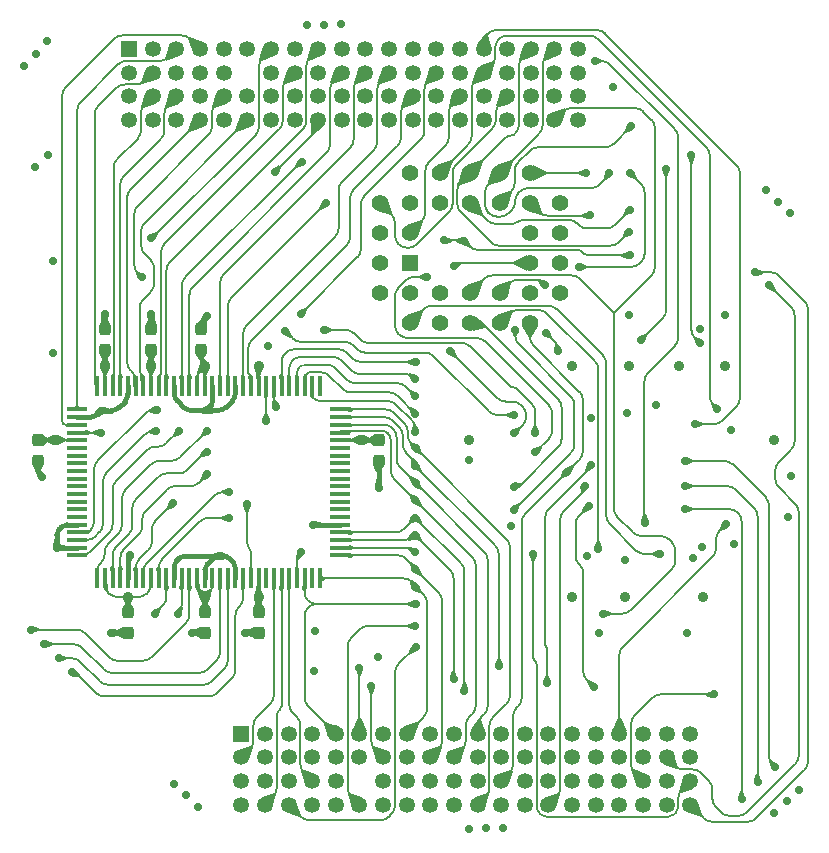
<source format=gbr>
G04 #@! TF.GenerationSoftware,KiCad,Pcbnew,7.0.9*
G04 #@! TF.CreationDate,2024-01-08T23:36:14-05:00*
G04 #@! TF.ProjectId,Compaq S3 Virge GX VRAM Addon Board,436f6d70-6171-4205-9333-205669726765,1*
G04 #@! TF.SameCoordinates,Original*
G04 #@! TF.FileFunction,Copper,L4,Bot*
G04 #@! TF.FilePolarity,Positive*
%FSLAX46Y46*%
G04 Gerber Fmt 4.6, Leading zero omitted, Abs format (unit mm)*
G04 Created by KiCad (PCBNEW 7.0.9) date 2024-01-08 23:36:14*
%MOMM*%
%LPD*%
G01*
G04 APERTURE LIST*
G04 Aperture macros list*
%AMRoundRect*
0 Rectangle with rounded corners*
0 $1 Rounding radius*
0 $2 $3 $4 $5 $6 $7 $8 $9 X,Y pos of 4 corners*
0 Add a 4 corners polygon primitive as box body*
4,1,4,$2,$3,$4,$5,$6,$7,$8,$9,$2,$3,0*
0 Add four circle primitives for the rounded corners*
1,1,$1+$1,$2,$3*
1,1,$1+$1,$4,$5*
1,1,$1+$1,$6,$7*
1,1,$1+$1,$8,$9*
0 Add four rect primitives between the rounded corners*
20,1,$1+$1,$2,$3,$4,$5,0*
20,1,$1+$1,$4,$5,$6,$7,0*
20,1,$1+$1,$6,$7,$8,$9,0*
20,1,$1+$1,$8,$9,$2,$3,0*%
G04 Aperture macros list end*
G04 #@! TA.AperFunction,ComponentPad*
%ADD10R,1.350000X1.350000*%
G04 #@! TD*
G04 #@! TA.AperFunction,ComponentPad*
%ADD11C,1.350000*%
G04 #@! TD*
G04 #@! TA.AperFunction,ComponentPad*
%ADD12R,1.422400X1.422400*%
G04 #@! TD*
G04 #@! TA.AperFunction,ComponentPad*
%ADD13C,1.422400*%
G04 #@! TD*
G04 #@! TA.AperFunction,SMDPad,CuDef*
%ADD14RoundRect,0.100000X-0.100000X0.775000X-0.100000X-0.775000X0.100000X-0.775000X0.100000X0.775000X0*%
G04 #@! TD*
G04 #@! TA.AperFunction,SMDPad,CuDef*
%ADD15RoundRect,0.100000X-0.775000X0.100000X-0.775000X-0.100000X0.775000X-0.100000X0.775000X0.100000X0*%
G04 #@! TD*
G04 #@! TA.AperFunction,SMDPad,CuDef*
%ADD16RoundRect,0.237500X-0.237500X0.300000X-0.237500X-0.300000X0.237500X-0.300000X0.237500X0.300000X0*%
G04 #@! TD*
G04 #@! TA.AperFunction,SMDPad,CuDef*
%ADD17RoundRect,0.237500X0.237500X-0.300000X0.237500X0.300000X-0.237500X0.300000X-0.237500X-0.300000X0*%
G04 #@! TD*
G04 #@! TA.AperFunction,ViaPad*
%ADD18C,0.889000*%
G04 #@! TD*
G04 #@! TA.AperFunction,ViaPad*
%ADD19C,0.700000*%
G04 #@! TD*
G04 #@! TA.AperFunction,Conductor*
%ADD20C,0.200000*%
G04 #@! TD*
G04 #@! TA.AperFunction,Conductor*
%ADD21C,0.400000*%
G04 #@! TD*
G04 APERTURE END LIST*
D10*
X117030000Y-72830000D03*
D11*
X119030000Y-72830000D03*
X121030000Y-72830000D03*
X123030000Y-72830000D03*
X125030000Y-72830000D03*
X127030000Y-72830000D03*
X129030000Y-72830000D03*
X131030000Y-72830000D03*
X133030000Y-72830000D03*
X135030000Y-72830000D03*
X137030000Y-72830000D03*
X139030000Y-72830000D03*
X141030000Y-72830000D03*
X143030000Y-72830000D03*
X145030000Y-72830000D03*
X147030000Y-72830000D03*
X149030000Y-72830000D03*
X151030000Y-72830000D03*
X153030000Y-72830000D03*
X155030000Y-72830000D03*
X117030000Y-74830000D03*
X119030000Y-74830000D03*
X121030000Y-74830000D03*
X123030000Y-74830000D03*
X125030000Y-74830000D03*
X129030000Y-74830000D03*
X131030000Y-74830000D03*
X133030000Y-74830000D03*
X135030000Y-74830000D03*
X137030000Y-74830000D03*
X139030000Y-74830000D03*
X141030000Y-74830000D03*
X143030000Y-74830000D03*
X145030000Y-74830000D03*
X147030000Y-74830000D03*
X149030000Y-74830000D03*
X151030000Y-74830000D03*
X153030000Y-74830000D03*
X155030000Y-74830000D03*
X117030000Y-76830000D03*
X119030000Y-76830000D03*
X121030000Y-76830000D03*
X123030000Y-76830000D03*
X125030000Y-76830000D03*
X127030000Y-76830000D03*
X129030000Y-76830000D03*
X131030000Y-76830000D03*
X133030000Y-76830000D03*
X135030000Y-76830000D03*
X137030000Y-76830000D03*
X139030000Y-76830000D03*
X141030000Y-76830000D03*
X143030000Y-76830000D03*
X145030000Y-76830000D03*
X147030000Y-76830000D03*
X149030000Y-76830000D03*
X151030000Y-76830000D03*
X153030000Y-76830000D03*
X155030000Y-76830000D03*
X117030000Y-78830000D03*
X119030000Y-78830000D03*
X121030000Y-78830000D03*
X123030000Y-78830000D03*
X125030000Y-78830000D03*
X127030000Y-78830000D03*
X129030000Y-78830000D03*
X131030000Y-78830000D03*
X133030000Y-78830000D03*
X135030000Y-78830000D03*
X137030000Y-78830000D03*
X139030000Y-78830000D03*
X141030000Y-78830000D03*
X143030000Y-78830000D03*
X145030000Y-78830000D03*
X147030000Y-78830000D03*
X149030000Y-78830000D03*
X151030000Y-78830000D03*
X153030000Y-78830000D03*
X155030000Y-78830000D03*
D10*
X126530000Y-130810000D03*
D11*
X128530000Y-130810000D03*
X130530000Y-130810000D03*
X132530000Y-130810000D03*
X134530000Y-130810000D03*
X136530000Y-130810000D03*
X138530000Y-130810000D03*
X140530000Y-130810000D03*
X142530000Y-130810000D03*
X144530000Y-130810000D03*
X146530000Y-130810000D03*
X148530000Y-130810000D03*
X150530000Y-130810000D03*
X152530000Y-130810000D03*
X154530000Y-130810000D03*
X156530000Y-130810000D03*
X158530000Y-130810000D03*
X160530000Y-130810000D03*
X162530000Y-130810000D03*
X164530000Y-130810000D03*
X126530000Y-132810000D03*
X128530000Y-132810000D03*
X130530000Y-132810000D03*
X132530000Y-132810000D03*
X134530000Y-132810000D03*
X136530000Y-132810000D03*
X138530000Y-132810000D03*
X140530000Y-132810000D03*
X142530000Y-132810000D03*
X144530000Y-132810000D03*
X146530000Y-132810000D03*
X148530000Y-132810000D03*
X150530000Y-132810000D03*
X152530000Y-132810000D03*
X154530000Y-132810000D03*
X156530000Y-132810000D03*
X158530000Y-132810000D03*
X160530000Y-132810000D03*
X162530000Y-132810000D03*
X164530000Y-132810000D03*
X126530000Y-134810000D03*
X128530000Y-134810000D03*
X130530000Y-134810000D03*
X132530000Y-134810000D03*
X134530000Y-134810000D03*
X138530000Y-134810000D03*
X140530000Y-134810000D03*
X142530000Y-134810000D03*
X144530000Y-134810000D03*
X146530000Y-134810000D03*
X148530000Y-134810000D03*
X150530000Y-134810000D03*
X152530000Y-134810000D03*
X154530000Y-134810000D03*
X156530000Y-134810000D03*
X158530000Y-134810000D03*
X160530000Y-134810000D03*
X162530000Y-134810000D03*
X164530000Y-134810000D03*
X126530000Y-136810000D03*
X128530000Y-136810000D03*
X130530000Y-136810000D03*
X132530000Y-136810000D03*
X134530000Y-136810000D03*
X136530000Y-136810000D03*
X138530000Y-136810000D03*
X140530000Y-136810000D03*
X142530000Y-136810000D03*
X144530000Y-136810000D03*
X146530000Y-136810000D03*
X148530000Y-136810000D03*
X150530000Y-136810000D03*
X152530000Y-136810000D03*
X154530000Y-136810000D03*
X156530000Y-136810000D03*
X158530000Y-136810000D03*
X160530000Y-136810000D03*
X162530000Y-136810000D03*
X164530000Y-136810000D03*
D12*
X140800000Y-90930000D03*
D13*
X138260000Y-88390000D03*
X140800000Y-88390000D03*
X138260000Y-85850000D03*
X140800000Y-83310000D03*
X140800000Y-85850000D03*
X143340000Y-83310000D03*
X143340000Y-85850000D03*
X145880000Y-83310000D03*
X145880000Y-85850000D03*
X148420000Y-83310000D03*
X148420000Y-85850000D03*
X150960000Y-83310000D03*
X153500000Y-85850000D03*
X150960000Y-85850000D03*
X153500000Y-88390000D03*
X150960000Y-88390000D03*
X153500000Y-90930000D03*
X150960000Y-90930000D03*
X153500000Y-93470000D03*
X150960000Y-96010000D03*
X150960000Y-93470000D03*
X148420000Y-96010000D03*
X148420000Y-93470000D03*
X145880000Y-96010000D03*
X145880000Y-93470000D03*
X143340000Y-96010000D03*
X143340000Y-93470000D03*
X140800000Y-96010000D03*
X138260000Y-93470000D03*
X140800000Y-93470000D03*
X138260000Y-90930000D03*
D14*
X114331857Y-101394959D03*
X114981857Y-101394959D03*
X115631857Y-101394959D03*
X116281857Y-101394959D03*
X116931857Y-101394959D03*
X117581857Y-101394959D03*
X118231857Y-101394959D03*
X118881857Y-101394959D03*
X119531857Y-101394959D03*
X120181857Y-101394959D03*
X120831857Y-101394959D03*
X121481857Y-101394959D03*
X122131857Y-101394959D03*
X122781857Y-101394959D03*
X123431857Y-101394959D03*
X124081857Y-101394959D03*
X124731857Y-101394959D03*
X125381857Y-101394959D03*
X126031857Y-101394959D03*
X126681857Y-101394959D03*
X127331857Y-101394959D03*
X127981857Y-101394959D03*
X128631857Y-101394959D03*
X129281857Y-101394959D03*
X129931857Y-101394959D03*
X130581857Y-101394959D03*
X131231857Y-101394959D03*
X131881857Y-101394959D03*
X132531857Y-101394959D03*
X133181857Y-101394959D03*
D15*
X134881857Y-103344959D03*
X134881857Y-103994959D03*
X134881857Y-104644959D03*
X134881857Y-105294959D03*
X134881857Y-105944959D03*
X134881857Y-106594959D03*
X134881857Y-107244959D03*
X134881857Y-107894959D03*
X134881857Y-108544959D03*
X134881857Y-109194959D03*
X134881857Y-109844959D03*
X134881857Y-110494959D03*
X134881857Y-111144959D03*
X134881857Y-111794959D03*
X134881857Y-112444959D03*
X134881857Y-113094959D03*
X134881857Y-113744959D03*
X134881857Y-114394959D03*
X134881857Y-115044959D03*
X134881857Y-115694959D03*
D14*
X133181857Y-117644959D03*
X132531857Y-117644959D03*
X131881857Y-117644959D03*
X131231857Y-117644959D03*
X130581857Y-117644959D03*
X129931857Y-117644959D03*
X129281857Y-117644959D03*
X128631857Y-117644959D03*
X127981857Y-117644959D03*
X127331857Y-117644959D03*
X126681857Y-117644959D03*
X126031857Y-117644959D03*
X125381857Y-117644959D03*
X124731857Y-117644959D03*
X124081857Y-117644959D03*
X123431857Y-117644959D03*
X122781857Y-117644959D03*
X122131857Y-117644959D03*
X121481857Y-117644959D03*
X120831857Y-117644959D03*
X120181857Y-117644959D03*
X119531857Y-117644959D03*
X118881857Y-117644959D03*
X118231857Y-117644959D03*
X117581857Y-117644959D03*
X116931857Y-117644959D03*
X116281857Y-117644959D03*
X115631857Y-117644959D03*
X114981857Y-117644959D03*
X114331857Y-117644959D03*
D15*
X112631857Y-115694959D03*
X112631857Y-115044959D03*
X112631857Y-114394959D03*
X112631857Y-113744959D03*
X112631857Y-113094959D03*
X112631857Y-112444959D03*
X112631857Y-111794959D03*
X112631857Y-111144959D03*
X112631857Y-110494959D03*
X112631857Y-109844959D03*
X112631857Y-109194959D03*
X112631857Y-108544959D03*
X112631857Y-107894959D03*
X112631857Y-107244959D03*
X112631857Y-106594959D03*
X112631857Y-105944959D03*
X112631857Y-105294959D03*
X112631857Y-104644959D03*
X112631857Y-103994959D03*
X112631857Y-103344959D03*
D16*
X138151857Y-105942459D03*
X138151857Y-107667459D03*
D17*
X114971857Y-98277459D03*
X114971857Y-96552459D03*
X123111857Y-98277459D03*
X123111857Y-96552459D03*
D16*
X116931857Y-120522459D03*
X116931857Y-122247459D03*
X123441857Y-120514959D03*
X123441857Y-122239959D03*
X109301857Y-105942459D03*
X109301857Y-107667459D03*
D17*
X118891857Y-98277459D03*
X118891857Y-96552459D03*
D16*
X127981857Y-120522459D03*
X127981857Y-122247459D03*
D18*
X123430000Y-99660000D03*
X118877500Y-99660000D03*
X115002500Y-99660000D03*
X123437500Y-119235000D03*
X127982500Y-99665000D03*
X116912500Y-119210000D03*
X136707500Y-105935000D03*
X127982500Y-119235000D03*
X110782500Y-105925000D03*
D19*
X110880000Y-115044959D03*
X138130000Y-124280000D03*
X108115000Y-74245000D03*
X122880000Y-137010000D03*
X109050000Y-82800000D03*
X161650000Y-102980000D03*
X126800000Y-122250000D03*
X170910000Y-84760000D03*
X156850000Y-122250000D03*
X164280000Y-122240000D03*
X173050000Y-108950000D03*
X110130000Y-81770000D03*
X155770000Y-115720000D03*
X157990000Y-76040000D03*
X172810000Y-112480000D03*
X114960000Y-95270000D03*
X145809146Y-138826568D03*
X159210000Y-103680000D03*
X172695000Y-136535000D03*
X122350000Y-122240000D03*
X156110000Y-104100000D03*
X173730000Y-135540000D03*
X120810000Y-135020000D03*
X110105001Y-72175000D03*
X123660000Y-95410000D03*
X110590000Y-90790000D03*
X168230000Y-114760000D03*
X167500000Y-95310000D03*
X132710000Y-125520000D03*
X118890000Y-95260000D03*
X164780000Y-115910000D03*
X138151857Y-109968143D03*
X147244573Y-138798284D03*
X132730000Y-122110000D03*
X167950000Y-105050000D03*
X133554573Y-70768284D03*
X109630000Y-109070000D03*
X132565041Y-113094959D03*
X159370000Y-95330000D03*
X123660000Y-103430000D03*
X115480000Y-122250000D03*
X171660000Y-137530000D03*
X172980000Y-86750000D03*
X109110000Y-73210000D03*
X114660000Y-103440000D03*
X124730000Y-115750000D03*
X121845000Y-136015000D03*
X110590000Y-98560000D03*
X128750000Y-97980000D03*
X134990000Y-70740000D03*
X117090000Y-115700000D03*
X132119146Y-70796568D03*
X145800000Y-107660000D03*
X171945000Y-85755000D03*
X149360000Y-113250000D03*
X159050000Y-116050000D03*
X148680000Y-138770000D03*
X165370000Y-96540000D03*
X108700000Y-121980000D03*
X114660000Y-105300000D03*
X125500000Y-112520000D03*
X118880000Y-88850000D03*
X131630000Y-82380000D03*
X133680000Y-85860000D03*
X141270000Y-100775000D03*
X164630000Y-81820000D03*
X165360000Y-97730000D03*
X164900000Y-104580000D03*
X159380000Y-88280000D03*
X157680000Y-83320000D03*
X121140000Y-120650000D03*
X119200000Y-120630000D03*
X131570000Y-115440000D03*
X131560000Y-95280000D03*
X166820000Y-103270000D03*
X143680000Y-89030000D03*
X159400000Y-90300000D03*
X145410000Y-89090000D03*
X159430000Y-86420000D03*
X159525000Y-79375000D03*
X109850000Y-123210000D03*
X126990000Y-111380000D03*
X118090000Y-92150000D03*
X119350000Y-103400000D03*
X121290000Y-105160000D03*
X123660000Y-105130000D03*
X120760000Y-111290000D03*
X142230000Y-92110000D03*
X151390000Y-106960000D03*
X156440000Y-73850000D03*
X160690000Y-112920000D03*
X156740000Y-115170000D03*
X149720000Y-96620000D03*
X149590000Y-111840000D03*
X111050000Y-124410000D03*
X112220000Y-125610000D03*
X119330000Y-105150000D03*
X123630000Y-106930000D03*
X129350000Y-83280000D03*
X123630000Y-108850000D03*
X125520000Y-110350000D03*
X141280000Y-99310000D03*
X161970000Y-115580000D03*
X144200000Y-98390000D03*
X149640000Y-105350000D03*
X149630000Y-109870000D03*
X157130000Y-120620000D03*
X128630000Y-104310000D03*
X149640000Y-103800000D03*
X130260000Y-96720000D03*
X141280000Y-119820000D03*
X136530000Y-125200000D03*
X141270000Y-105217134D03*
X141270000Y-118355000D03*
X141220000Y-113960000D03*
X144500000Y-126180000D03*
X141280000Y-109565000D03*
D18*
X154503649Y-119246351D03*
X145822199Y-105937801D03*
X171643649Y-105936351D03*
X163593649Y-99666351D03*
X165573649Y-119226351D03*
X167513649Y-99666351D03*
X159043649Y-119246351D03*
X154493649Y-99666351D03*
D19*
X165551741Y-114954443D03*
D18*
X159363649Y-99666351D03*
D19*
X167590000Y-113050000D03*
X151410000Y-105350000D03*
X133530000Y-96600000D03*
X137530000Y-126740000D03*
X141270000Y-103705000D03*
X141270000Y-116890000D03*
X141270000Y-111030000D03*
X171220000Y-92810000D03*
X129450000Y-103140000D03*
X141270000Y-102240000D03*
X141270000Y-115425000D03*
X148320000Y-125050000D03*
X141270000Y-108100000D03*
X154120000Y-108620000D03*
X153370000Y-98380000D03*
X152300000Y-96830000D03*
X152410000Y-126500000D03*
X156110000Y-108050000D03*
X156350000Y-126830000D03*
X155930000Y-111540000D03*
X162500000Y-82960000D03*
X164060000Y-111790000D03*
X160345000Y-97485000D03*
X168880000Y-136350000D03*
X155730000Y-83320000D03*
X166530000Y-127470000D03*
X151245000Y-115600000D03*
X141280000Y-123460000D03*
X141270000Y-121660000D03*
X145420000Y-127150000D03*
X141250000Y-112495000D03*
X141300000Y-106635000D03*
X155590000Y-109810000D03*
X144560000Y-91180000D03*
X170230000Y-134900000D03*
X156030000Y-86920000D03*
X164070000Y-109830000D03*
X171670000Y-133580000D03*
X164080000Y-107710000D03*
X170010000Y-91730000D03*
X159430000Y-83300000D03*
X155100000Y-91270000D03*
X152200000Y-92770000D03*
D20*
X118882500Y-101385000D02*
X118882500Y-99665000D01*
X118892500Y-99645000D02*
X118877500Y-99660000D01*
X123075393Y-118872893D02*
X123437500Y-119235000D01*
X114982500Y-101385000D02*
X114982500Y-99680000D01*
X123442500Y-119240000D02*
X123437500Y-119235000D01*
X123112500Y-98928286D02*
X123112500Y-98267500D01*
X112632500Y-105935000D02*
X110792500Y-105935000D01*
X116932500Y-119230000D02*
X116912500Y-119210000D01*
X123442500Y-120505000D02*
X123442500Y-119240000D01*
X109302500Y-105932500D02*
X110775000Y-105932500D01*
X124082500Y-117635000D02*
X124082500Y-118175786D01*
X114972500Y-98267500D02*
X114972500Y-99630000D01*
X118892500Y-98267500D02*
X118892500Y-99645000D01*
X123432500Y-99662500D02*
X123432500Y-101385000D01*
X138152500Y-105932500D02*
X136710000Y-105932500D01*
X114972500Y-99630000D02*
X115002500Y-99660000D01*
X123430000Y-99660000D02*
X123405393Y-99635393D01*
X127982500Y-120512500D02*
X127982500Y-119235000D01*
X122782500Y-117635000D02*
X122782500Y-118165786D01*
X122782500Y-100721714D02*
X122782500Y-101385000D01*
X127982500Y-101385000D02*
X127982500Y-99665000D01*
X134882500Y-105935000D02*
X136707500Y-105935000D01*
X118512893Y-118927107D02*
X118589607Y-118850393D01*
X115275393Y-118855393D02*
X115347107Y-118927107D01*
X123789607Y-118882893D02*
X123437500Y-119235000D01*
X110792500Y-105935000D02*
X110782500Y-105925000D01*
X127982500Y-117635000D02*
X127982500Y-119235000D01*
X116054214Y-119220000D02*
X117805786Y-119220000D01*
X136710000Y-105932500D02*
X136707500Y-105935000D01*
X118882500Y-118143286D02*
X118882500Y-117635000D01*
X123430000Y-99660000D02*
X123075393Y-100014607D01*
X110775000Y-105932500D02*
X110782500Y-105925000D01*
X114982500Y-117635000D02*
X114982500Y-118148286D01*
X123430000Y-99660000D02*
X123432500Y-99662500D01*
X114982500Y-99680000D02*
X115002500Y-99660000D01*
X118882500Y-99665000D02*
X118877500Y-99660000D01*
X116932500Y-120512500D02*
X116932500Y-119230000D01*
X115347100Y-118927114D02*
G75*
G03*
X116054214Y-119220000I707100J707114D01*
G01*
X118589614Y-118850400D02*
G75*
G03*
X118882500Y-118143286I-707114J707100D01*
G01*
X122782510Y-118165786D02*
G75*
G03*
X123075393Y-118872893I999990J-14D01*
G01*
X114982510Y-118148286D02*
G75*
G03*
X115275393Y-118855393I999990J-14D01*
G01*
X123789614Y-118882900D02*
G75*
G03*
X124082500Y-118175786I-707114J707100D01*
G01*
X123075386Y-100014600D02*
G75*
G03*
X122782500Y-100721714I707114J-707100D01*
G01*
X123112510Y-98928286D02*
G75*
G03*
X123405393Y-99635393I999990J-14D01*
G01*
X117805786Y-119219990D02*
G75*
G03*
X118512893Y-118927107I14J999990D01*
G01*
D21*
X110880000Y-115044959D02*
X110880000Y-113980660D01*
X124730000Y-115750000D02*
X121700660Y-115750000D01*
X115482541Y-122247459D02*
X115480000Y-122250000D01*
X116931857Y-101983929D02*
X116931857Y-101394959D01*
X121170330Y-115969670D02*
X121051527Y-116088473D01*
X120831857Y-101947643D02*
X120831857Y-101394959D01*
X116931857Y-115858143D02*
X116931857Y-117644959D01*
X126800000Y-122250000D02*
X127979316Y-122250000D01*
X124730000Y-115750000D02*
X124610660Y-115750000D01*
X120831857Y-116618803D02*
X120831857Y-117644959D01*
X114397934Y-103702066D02*
X114660000Y-103440000D01*
X124081857Y-102593929D02*
X124081857Y-101394959D01*
X123660000Y-103430000D02*
X123788964Y-103301036D01*
X138151857Y-109968143D02*
X138151857Y-107667459D01*
X114660000Y-103440000D02*
X115475786Y-103440000D01*
X126031857Y-101933929D02*
X126031857Y-101394959D01*
X117090000Y-115700000D02*
X116931857Y-115858143D01*
X123660000Y-95410000D02*
X123404750Y-95665250D01*
X123111857Y-96372357D02*
X123111857Y-96552459D01*
X116182893Y-103147107D02*
X116638964Y-102691036D01*
X123660000Y-103430000D02*
X122314214Y-103430000D01*
X111765701Y-113094959D02*
X112631857Y-113094959D01*
X118890000Y-96550602D02*
X118891857Y-96552459D01*
X125539670Y-115969670D02*
X125812187Y-116242187D01*
X124730000Y-115750000D02*
X125009340Y-115750000D01*
X111099670Y-113450330D02*
X111235371Y-113314629D01*
X126031857Y-116772517D02*
X126031857Y-117644959D01*
X124080330Y-115969670D02*
X123651527Y-116398473D01*
X109594750Y-109034750D02*
X109630000Y-109070000D01*
X116931857Y-122247459D02*
X115482541Y-122247459D01*
X121607107Y-103137107D02*
X121124750Y-102654750D01*
X118890000Y-95260000D02*
X118890000Y-96550602D01*
X114960000Y-95270000D02*
X114960000Y-96540602D01*
X109301857Y-107667459D02*
X109301857Y-108327643D01*
X127979316Y-122250000D02*
X127981857Y-122247459D01*
X134881857Y-113094959D02*
X132565041Y-113094959D01*
X123431857Y-116928803D02*
X123431857Y-117644959D01*
X123660000Y-103430000D02*
X124535786Y-103430000D01*
X114960000Y-96540602D02*
X114971857Y-96552459D01*
X123441816Y-122240000D02*
X123441857Y-122239959D01*
X125242893Y-103137107D02*
X125738964Y-102641036D01*
X110880000Y-115044959D02*
X112631857Y-115044959D01*
X122350000Y-122240000D02*
X123441816Y-122240000D01*
X112631857Y-103994959D02*
X113690827Y-103994959D01*
X123788940Y-103301012D02*
G75*
G03*
X124081857Y-102593929I-707040J707112D01*
G01*
X111099690Y-113450350D02*
G75*
G03*
X110880000Y-113980660I530310J-530350D01*
G01*
X126031857Y-116772517D02*
G75*
G03*
X125812187Y-116242187I-749957J17D01*
G01*
X125738940Y-102641012D02*
G75*
G03*
X126031857Y-101933929I-707040J707112D01*
G01*
X124610660Y-115749972D02*
G75*
G03*
X124080330Y-115969670I40J-750028D01*
G01*
X121607100Y-103137114D02*
G75*
G03*
X122314214Y-103430000I707100J707114D01*
G01*
X125539650Y-115969690D02*
G75*
G03*
X125009340Y-115750000I-530350J-530310D01*
G01*
X115475786Y-103439990D02*
G75*
G03*
X116182893Y-103147107I14J999990D01*
G01*
X121700660Y-115749972D02*
G75*
G03*
X121170330Y-115969670I40J-750028D01*
G01*
X121051517Y-116088463D02*
G75*
G03*
X120831857Y-116618803I530383J-530337D01*
G01*
X113690827Y-103994990D02*
G75*
G03*
X114397934Y-103702066I-27J999990D01*
G01*
X120831839Y-101947643D02*
G75*
G03*
X121124750Y-102654750I1000061J43D01*
G01*
X109301839Y-108327643D02*
G75*
G03*
X109594750Y-109034750I1000061J43D01*
G01*
X116638940Y-102691012D02*
G75*
G03*
X116931857Y-101983929I-707040J707112D01*
G01*
X123404763Y-95665263D02*
G75*
G03*
X123111857Y-96372357I707137J-707137D01*
G01*
X111765701Y-113094972D02*
G75*
G03*
X111235371Y-113314629I-1J-750028D01*
G01*
X124535786Y-103429990D02*
G75*
G03*
X125242893Y-103137107I14J999990D01*
G01*
X123651517Y-116398463D02*
G75*
G03*
X123431857Y-116928803I530383J-530337D01*
G01*
D20*
X122131857Y-120693929D02*
X122131857Y-117644959D01*
X113262893Y-122272893D02*
X115307107Y-124317107D01*
X108700000Y-121980000D02*
X112555786Y-121980000D01*
X118922893Y-124317107D02*
X121838964Y-121401036D01*
X116014214Y-124610000D02*
X118215786Y-124610000D01*
X118215786Y-124609990D02*
G75*
G03*
X118922893Y-124317107I14J999990D01*
G01*
X115307100Y-124317114D02*
G75*
G03*
X116014214Y-124610000I707100J707114D01*
G01*
X113262900Y-122272886D02*
G75*
G03*
X112555786Y-121980000I-707100J-707114D01*
G01*
X121838940Y-121401012D02*
G75*
G03*
X122131857Y-120693929I-707040J707112D01*
G01*
X116794214Y-73830000D02*
X119615786Y-73830000D01*
X120322893Y-73537107D02*
X121030000Y-72830000D01*
X112631857Y-103344959D02*
X112631857Y-77992357D01*
X112924750Y-77285250D02*
X116087107Y-74122893D01*
X112924763Y-77285263D02*
G75*
G03*
X112631857Y-77992357I707137J-707137D01*
G01*
X119615786Y-73829990D02*
G75*
G03*
X120322893Y-73537107I14J999990D01*
G01*
X116794214Y-73830010D02*
G75*
G03*
X116087107Y-74122893I-14J-999990D01*
G01*
X111447868Y-104547868D02*
X111457091Y-104557091D01*
X121455786Y-71670000D02*
X116454214Y-71670000D01*
X111360000Y-76764214D02*
X111360000Y-104335736D01*
X123030000Y-72830000D02*
X122162893Y-71962893D01*
X115747107Y-71962893D02*
X111652893Y-76057107D01*
X111669223Y-104644959D02*
X112631857Y-104644959D01*
X122162900Y-71962886D02*
G75*
G03*
X121455786Y-71670000I-707100J-707114D01*
G01*
X111457088Y-104557094D02*
G75*
G03*
X111669223Y-104644959I212112J212094D01*
G01*
X111359975Y-104335736D02*
G75*
G03*
X111447868Y-104547868I300025J36D01*
G01*
X111652886Y-76057100D02*
G75*
G03*
X111360000Y-76764214I707114J-707100D01*
G01*
X116454214Y-71670010D02*
G75*
G03*
X115747107Y-71962893I-14J-999990D01*
G01*
X113610082Y-105300000D02*
X113605041Y-105294959D01*
X114660000Y-105300000D02*
X113610082Y-105300000D01*
X113605041Y-105294959D02*
X112631857Y-105294959D01*
X123047107Y-112812893D02*
X119824750Y-116035250D01*
X118880000Y-88850000D02*
X118960000Y-88850000D01*
X119531857Y-116742357D02*
X119531857Y-117644959D01*
X118960000Y-88850000D02*
X127737107Y-80072893D01*
X128030000Y-79365786D02*
X128030000Y-74244214D01*
X128322893Y-73537107D02*
X129030000Y-72830000D01*
X125500000Y-112520000D02*
X123754214Y-112520000D01*
X119824763Y-116035263D02*
G75*
G03*
X119531857Y-116742357I707137J-707137D01*
G01*
X123754214Y-112520010D02*
G75*
G03*
X123047107Y-112812893I-14J-999990D01*
G01*
X127737114Y-80072900D02*
G75*
G03*
X128030000Y-79365786I-707114J707100D01*
G01*
X128322886Y-73537100D02*
G75*
G03*
X128030000Y-74244214I707114J-707100D01*
G01*
X120474750Y-90875250D02*
X131737107Y-79612893D01*
X120181857Y-101394959D02*
X120181857Y-91582357D01*
X132030000Y-78905786D02*
X132030000Y-74244214D01*
X132322893Y-73537107D02*
X133030000Y-72830000D01*
X120474763Y-90875263D02*
G75*
G03*
X120181857Y-91582357I707137J-707137D01*
G01*
X132322886Y-73537100D02*
G75*
G03*
X132030000Y-74244214I707114J-707100D01*
G01*
X131737114Y-79612900D02*
G75*
G03*
X132030000Y-78905786I-707114J707100D01*
G01*
X131630000Y-82380000D02*
X131550000Y-82380000D01*
X121481857Y-92862357D02*
X121481857Y-101394959D01*
X131550000Y-82380000D02*
X121774750Y-92155250D01*
X121774763Y-92155263D02*
G75*
G03*
X121481857Y-92862357I707137J-707137D01*
G01*
X133680000Y-85860000D02*
X133680000Y-85880000D01*
X125381857Y-94592357D02*
X125381857Y-101394959D01*
X133680000Y-85880000D02*
X125674750Y-93885250D01*
X125674763Y-93885263D02*
G75*
G03*
X125381857Y-94592357I707137J-707137D01*
G01*
X131564214Y-98890000D02*
X134275786Y-98890000D01*
X130801527Y-99238473D02*
X130857107Y-99182893D01*
X136564214Y-100350000D02*
X140430786Y-100350000D01*
X130581857Y-101394959D02*
X130581857Y-99768803D01*
X134982893Y-99182893D02*
X135857107Y-100057107D01*
X141137893Y-100642893D02*
X141270000Y-100775000D01*
X135857100Y-100057114D02*
G75*
G03*
X136564214Y-100350000I707100J707114D01*
G01*
X134982900Y-99182886D02*
G75*
G03*
X134275786Y-98890000I-707100J-707114D01*
G01*
X141137900Y-100642886D02*
G75*
G03*
X140430786Y-100350000I-707100J-707114D01*
G01*
X131564214Y-98890010D02*
G75*
G03*
X130857107Y-99182893I-14J-999990D01*
G01*
X130801517Y-99238463D02*
G75*
G03*
X130581857Y-99768803I530383J-530337D01*
G01*
X164630000Y-96585786D02*
X164630000Y-81820000D01*
X165360000Y-97730000D02*
X164922893Y-97292893D01*
X164630010Y-96585786D02*
G75*
G03*
X164922893Y-97292893I999990J-14D01*
G01*
X164900000Y-104580000D02*
X166555786Y-104580000D01*
X156645786Y-71230000D02*
X148089620Y-71230000D01*
X147030000Y-72289620D02*
X147030000Y-72830000D01*
X168730000Y-102405786D02*
X168730000Y-83314214D01*
X147382513Y-71522893D02*
X147322893Y-71582513D01*
X168437107Y-82607107D02*
X157352893Y-71522893D01*
X167262893Y-104287107D02*
X168437107Y-103112893D01*
X168729990Y-83314214D02*
G75*
G03*
X168437107Y-82607107I-999990J14D01*
G01*
X168437114Y-103112900D02*
G75*
G03*
X168730000Y-102405786I-707114J707100D01*
G01*
X148089620Y-71230014D02*
G75*
G03*
X147382513Y-71522893I-20J-999986D01*
G01*
X147322883Y-71582503D02*
G75*
G03*
X147030000Y-72289620I707117J-707097D01*
G01*
X157352900Y-71522886D02*
G75*
G03*
X156645786Y-71230000I-707100J-707114D01*
G01*
X166555786Y-104579990D02*
G75*
G03*
X167262893Y-104287107I14J999990D01*
G01*
X150030000Y-79245786D02*
X150030000Y-74244214D01*
X144800000Y-85925786D02*
X144800000Y-84804214D01*
X147647107Y-89187107D02*
X145092893Y-86632893D01*
X149484214Y-80120000D02*
X149570000Y-80120000D01*
X159380000Y-88280000D02*
X158472893Y-89187107D01*
X149570000Y-80120000D02*
X149737107Y-79952893D01*
X145880000Y-83310000D02*
X148777107Y-80412893D01*
X145092893Y-84097107D02*
X145880000Y-83310000D01*
X150322893Y-73537107D02*
X151030000Y-72830000D01*
X157765786Y-89480000D02*
X148354214Y-89480000D01*
X157765786Y-89479990D02*
G75*
G03*
X158472893Y-89187107I14J999990D01*
G01*
X149737114Y-79952900D02*
G75*
G03*
X150030000Y-79245786I-707114J707100D01*
G01*
X145092886Y-84097100D02*
G75*
G03*
X144800000Y-84804214I707114J-707100D01*
G01*
X144800010Y-85925786D02*
G75*
G03*
X145092893Y-86632893I999990J-14D01*
G01*
X150322886Y-73537100D02*
G75*
G03*
X150030000Y-74244214I707114J-707100D01*
G01*
X147647100Y-89187114D02*
G75*
G03*
X148354214Y-89480000I707100J707114D01*
G01*
X149484214Y-80120010D02*
G75*
G03*
X148777107Y-80412893I-14J-999990D01*
G01*
X148465786Y-87010000D02*
X148194214Y-87010000D01*
X149700000Y-85724214D02*
X149700000Y-85775786D01*
X152322893Y-73537107D02*
X153030000Y-72830000D01*
X149407107Y-86482893D02*
X149172893Y-86717107D01*
X157680000Y-83320000D02*
X157680000Y-83500000D01*
X150127107Y-84882893D02*
X149992893Y-85017107D01*
X147442893Y-84287107D02*
X148420000Y-83310000D01*
X157680000Y-83500000D02*
X156882893Y-84297107D01*
X147487107Y-86717107D02*
X147442893Y-86672893D01*
X152030000Y-79285786D02*
X152030000Y-74244214D01*
X148420000Y-83310000D02*
X151737107Y-79992893D01*
X147150000Y-85965786D02*
X147150000Y-84994214D01*
X156175786Y-84590000D02*
X150834214Y-84590000D01*
X149407114Y-86482900D02*
G75*
G03*
X149700000Y-85775786I-707114J707100D01*
G01*
X152322886Y-73537100D02*
G75*
G03*
X152030000Y-74244214I707114J-707100D01*
G01*
X147442886Y-84287100D02*
G75*
G03*
X147150000Y-84994214I707114J-707100D01*
G01*
X148465786Y-87009990D02*
G75*
G03*
X149172893Y-86717107I14J999990D01*
G01*
X151737114Y-79992900D02*
G75*
G03*
X152030000Y-79285786I-707114J707100D01*
G01*
X147487100Y-86717114D02*
G75*
G03*
X148194214Y-87010000I707100J707114D01*
G01*
X150834214Y-84590010D02*
G75*
G03*
X150127107Y-84882893I-14J-999990D01*
G01*
X149992886Y-85017100D02*
G75*
G03*
X149700000Y-85724214I707114J-707100D01*
G01*
X147150010Y-85965786D02*
G75*
G03*
X147442893Y-86672893I999990J-14D01*
G01*
X156175786Y-84589990D02*
G75*
G03*
X156882893Y-84297107I14J999990D01*
G01*
X114110000Y-101170000D02*
X114110000Y-78364214D01*
X118322893Y-75537107D02*
X119030000Y-74830000D01*
X114331857Y-101391857D02*
X114110000Y-101170000D01*
X116644214Y-75830000D02*
X117615786Y-75830000D01*
X114331857Y-101394959D02*
X114331857Y-101391857D01*
X114402893Y-77657107D02*
X115937107Y-76122893D01*
X114402886Y-77657100D02*
G75*
G03*
X114110000Y-78364214I707114J-707100D01*
G01*
X116644214Y-75830010D02*
G75*
G03*
X115937107Y-76122893I-14J-999990D01*
G01*
X117615786Y-75829990D02*
G75*
G03*
X118322893Y-75537107I14J999990D01*
G01*
X121140000Y-120650000D02*
X121188964Y-120601036D01*
X121481857Y-119893929D02*
X121481857Y-117644959D01*
X121188940Y-120601012D02*
G75*
G03*
X121481857Y-119893929I-707040J707112D01*
G01*
X119200000Y-120630000D02*
X119888964Y-119941036D01*
X120181857Y-119233929D02*
X120181857Y-117644959D01*
X119888940Y-119941012D02*
G75*
G03*
X120181857Y-119233929I-707040J707112D01*
G01*
X130322893Y-75537107D02*
X131030000Y-74830000D01*
X119720000Y-100300000D02*
X119720000Y-90044214D01*
X119531857Y-100488143D02*
X119720000Y-100300000D01*
X120012893Y-89337107D02*
X129737107Y-79612893D01*
X130030000Y-78905786D02*
X130030000Y-76244214D01*
X119531857Y-101394959D02*
X119531857Y-100488143D01*
X120012886Y-89337100D02*
G75*
G03*
X119720000Y-90044214I707114J-707100D01*
G01*
X130322886Y-75537100D02*
G75*
G03*
X130030000Y-76244214I707114J-707100D01*
G01*
X129737114Y-79612900D02*
G75*
G03*
X130030000Y-78905786I-707114J707100D01*
G01*
X122424750Y-92935250D02*
X133737107Y-81622893D01*
X134030000Y-80915786D02*
X134030000Y-76244214D01*
X134322893Y-75537107D02*
X135030000Y-74830000D01*
X122131857Y-101394959D02*
X122131857Y-93642357D01*
X134322886Y-75537100D02*
G75*
G03*
X134030000Y-76244214I707114J-707100D01*
G01*
X133737114Y-81622900D02*
G75*
G03*
X134030000Y-80915786I-707114J707100D01*
G01*
X122424763Y-92935263D02*
G75*
G03*
X122131857Y-93642357I707137J-707137D01*
G01*
X125024750Y-91905250D02*
X135737107Y-81192893D01*
X136322893Y-75537107D02*
X137030000Y-74830000D01*
X136030000Y-80485786D02*
X136030000Y-76244214D01*
X124731857Y-101394959D02*
X124731857Y-92612357D01*
X135737114Y-81192900D02*
G75*
G03*
X136030000Y-80485786I-707114J707100D01*
G01*
X136322886Y-75537100D02*
G75*
G03*
X136030000Y-76244214I707114J-707100D01*
G01*
X125024763Y-91905263D02*
G75*
G03*
X124731857Y-92612357I707137J-707137D01*
G01*
X138317905Y-75542095D02*
X139030000Y-74830000D01*
X134760000Y-88015786D02*
X134760000Y-84774214D01*
X135052893Y-84067107D02*
X137732119Y-81387881D01*
X138025012Y-80680774D02*
X138025012Y-76249202D01*
X126681857Y-101394959D02*
X126681857Y-96922357D01*
X126974750Y-96215250D02*
X134467107Y-88722893D01*
X134467114Y-88722900D02*
G75*
G03*
X134760000Y-88015786I-707114J707100D01*
G01*
X137732134Y-81387896D02*
G75*
G03*
X138025012Y-80680774I-707134J707096D01*
G01*
X135052886Y-84067100D02*
G75*
G03*
X134760000Y-84774214I707114J-707100D01*
G01*
X126974763Y-96215263D02*
G75*
G03*
X126681857Y-96922357I707137J-707137D01*
G01*
X138317907Y-75542097D02*
G75*
G03*
X138025012Y-76249202I707093J-707103D01*
G01*
X131231857Y-116192357D02*
X131231857Y-117644959D01*
X136942893Y-85277107D02*
X141737107Y-80482893D01*
X131570000Y-115440000D02*
X131524750Y-115485250D01*
X142030000Y-79775786D02*
X142030000Y-76244214D01*
X131560000Y-95270000D02*
X136357107Y-90472893D01*
X136650000Y-89765786D02*
X136650000Y-85984214D01*
X131560000Y-95280000D02*
X131560000Y-95270000D01*
X142322893Y-75537107D02*
X143030000Y-74830000D01*
X136942886Y-85277100D02*
G75*
G03*
X136650000Y-85984214I707114J-707100D01*
G01*
X141737114Y-80482900D02*
G75*
G03*
X142030000Y-79775786I-707114J707100D01*
G01*
X136357114Y-90472900D02*
G75*
G03*
X136650000Y-89765786I-707114J707100D01*
G01*
X131524763Y-115485263D02*
G75*
G03*
X131231857Y-116192357I707137J-707137D01*
G01*
X142322886Y-75537100D02*
G75*
G03*
X142030000Y-76244214I707114J-707100D01*
G01*
X166820000Y-103270000D02*
X166487893Y-102937893D01*
X143340000Y-83310000D02*
X145737107Y-80912893D01*
X156035786Y-71700000D02*
X149014214Y-71700000D01*
X146322893Y-75537107D02*
X147030000Y-74830000D01*
X166195000Y-102230786D02*
X166195000Y-81859214D01*
X147737107Y-74122893D02*
X147030000Y-74830000D01*
X148030000Y-72580660D02*
X148030000Y-73415786D01*
X165902107Y-81152107D02*
X156742893Y-71992893D01*
X146030000Y-80205786D02*
X146030000Y-76244214D01*
X148307107Y-71992893D02*
X148249670Y-72050330D01*
X146322886Y-75537100D02*
G75*
G03*
X146030000Y-76244214I707114J-707100D01*
G01*
X166195010Y-102230786D02*
G75*
G03*
X166487893Y-102937893I999990J-14D01*
G01*
X166194990Y-81859214D02*
G75*
G03*
X165902107Y-81152107I-999990J14D01*
G01*
X145737114Y-80912900D02*
G75*
G03*
X146030000Y-80205786I-707114J707100D01*
G01*
X149014214Y-71700010D02*
G75*
G03*
X148307107Y-71992893I-14J-999990D01*
G01*
X148249690Y-72050350D02*
G75*
G03*
X148030000Y-72580660I530310J-530350D01*
G01*
X156742900Y-71992886D02*
G75*
G03*
X156035786Y-71700000I-707100J-707114D01*
G01*
X147737114Y-74122900D02*
G75*
G03*
X148030000Y-73415786I-707114J707100D01*
G01*
X155406447Y-89986447D02*
X155573554Y-90153554D01*
X145410000Y-89090000D02*
X145350000Y-89030000D01*
X146574214Y-89840000D02*
X155052893Y-89840000D01*
X155927107Y-90300000D02*
X159400000Y-90300000D01*
X145410000Y-89090000D02*
X145867107Y-89547107D01*
X145350000Y-89030000D02*
X143680000Y-89030000D01*
X155573551Y-90153557D02*
G75*
G03*
X155927107Y-90300000I353549J353557D01*
G01*
X145867100Y-89547114D02*
G75*
G03*
X146574214Y-89840000I707100J707114D01*
G01*
X155406450Y-89986444D02*
G75*
G03*
X155052893Y-89840000I-353550J-353556D01*
G01*
X149953553Y-87436447D02*
X149916446Y-87473554D01*
X149562893Y-87620000D02*
X148064214Y-87620000D01*
X159430000Y-86420000D02*
X158122893Y-87727107D01*
X155087107Y-87727107D02*
X154942893Y-87582893D01*
X154235786Y-87290000D02*
X150307107Y-87290000D01*
X157415786Y-88020000D02*
X155794214Y-88020000D01*
X147357107Y-87327107D02*
X145880000Y-85850000D01*
X155087100Y-87727114D02*
G75*
G03*
X155794214Y-88020000I707100J707114D01*
G01*
X149562893Y-87619995D02*
G75*
G03*
X149916446Y-87473554I7J499995D01*
G01*
X150307107Y-87290005D02*
G75*
G03*
X149953553Y-87436447I-7J-499995D01*
G01*
X154942900Y-87582886D02*
G75*
G03*
X154235786Y-87290000I-707100J-707114D01*
G01*
X157415786Y-88019990D02*
G75*
G03*
X158122893Y-87727107I14J999990D01*
G01*
X147357100Y-87327114D02*
G75*
G03*
X148064214Y-87620000I707100J707114D01*
G01*
X159525000Y-79375000D02*
X158042893Y-80857107D01*
X149377107Y-84892893D02*
X148420000Y-85850000D01*
X157335786Y-81150000D02*
X151644214Y-81150000D01*
X149670000Y-83124214D02*
X149670000Y-84185786D01*
X150937107Y-81442893D02*
X149962893Y-82417107D01*
X149377114Y-84892900D02*
G75*
G03*
X149670000Y-84185786I-707114J707100D01*
G01*
X151644214Y-81150010D02*
G75*
G03*
X150937107Y-81442893I-14J-999990D01*
G01*
X157335786Y-81149990D02*
G75*
G03*
X158042893Y-80857107I14J999990D01*
G01*
X149962886Y-82417100D02*
G75*
G03*
X149670000Y-83124214I707114J-707100D01*
G01*
X124731857Y-123863929D02*
X124731857Y-117644959D01*
X123662893Y-125347107D02*
X124438964Y-124571036D01*
X115574214Y-125640000D02*
X122955786Y-125640000D01*
X113022893Y-123502893D02*
X114867107Y-125347107D01*
X109850000Y-123210000D02*
X112315786Y-123210000D01*
X122955786Y-125639990D02*
G75*
G03*
X123662893Y-125347107I14J999990D01*
G01*
X113022900Y-123502886D02*
G75*
G03*
X112315786Y-123210000I-707100J-707114D01*
G01*
X124438940Y-124571012D02*
G75*
G03*
X124731857Y-123863929I-707040J707112D01*
G01*
X114867100Y-125347114D02*
G75*
G03*
X115574214Y-125640000I707100J707114D01*
G01*
X115631857Y-101394959D02*
X115706857Y-101319959D01*
X115706857Y-101319959D02*
X115706857Y-82857357D01*
X118322893Y-77537107D02*
X119030000Y-76830000D01*
X115999750Y-82150250D02*
X117737107Y-80412893D01*
X118030000Y-79705786D02*
X118030000Y-78244214D01*
X117737114Y-80412900D02*
G75*
G03*
X118030000Y-79705786I-707114J707100D01*
G01*
X118322886Y-77537100D02*
G75*
G03*
X118030000Y-78244214I707114J-707100D01*
G01*
X115999763Y-82150263D02*
G75*
G03*
X115706857Y-82857357I707137J-707137D01*
G01*
X116281857Y-101394959D02*
X116281857Y-84272357D01*
X120020000Y-79705786D02*
X120020000Y-78254214D01*
X120312893Y-77547107D02*
X121030000Y-76830000D01*
X116574750Y-83565250D02*
X119727107Y-80412893D01*
X116574763Y-83565263D02*
G75*
G03*
X116281857Y-84272357I707137J-707137D01*
G01*
X119727114Y-80412900D02*
G75*
G03*
X120020000Y-79705786I-707114J707100D01*
G01*
X120312886Y-77547100D02*
G75*
G03*
X120020000Y-78254214I707114J-707100D01*
G01*
X118090000Y-92150000D02*
X117762893Y-91822893D01*
X124322893Y-77537107D02*
X125030000Y-76830000D01*
X127156447Y-115016447D02*
X127185411Y-115045411D01*
X127010000Y-111400000D02*
X127010000Y-114662893D01*
X126990000Y-111380000D02*
X127010000Y-111400000D01*
X124030000Y-79415786D02*
X124030000Y-78244214D01*
X117762893Y-86097107D02*
X123737107Y-80122893D01*
X117470000Y-91115786D02*
X117470000Y-86804214D01*
X127331857Y-115398964D02*
X127331857Y-117644959D01*
X127010005Y-114662893D02*
G75*
G03*
X127156447Y-115016447I499995J-7D01*
G01*
X117762886Y-86097100D02*
G75*
G03*
X117470000Y-86804214I707114J-707100D01*
G01*
X127331895Y-115398964D02*
G75*
G03*
X127185411Y-115045411I-499995J-36D01*
G01*
X117470010Y-91115786D02*
G75*
G03*
X117762893Y-91822893I999990J-14D01*
G01*
X123737114Y-80122900D02*
G75*
G03*
X124030000Y-79415786I-707114J707100D01*
G01*
X124322886Y-77537100D02*
G75*
G03*
X124030000Y-78244214I707114J-707100D01*
G01*
X119350000Y-103400000D02*
X119084214Y-103400000D01*
X113757107Y-113552893D02*
X113565041Y-113744959D01*
X113565041Y-113744959D02*
X112631857Y-113744959D01*
X118377107Y-103692893D02*
X114342893Y-107727107D01*
X114050000Y-108434214D02*
X114050000Y-112845786D01*
X113757114Y-113552900D02*
G75*
G03*
X114050000Y-112845786I-707114J707100D01*
G01*
X119084214Y-103400010D02*
G75*
G03*
X118377107Y-103692893I-14J-999990D01*
G01*
X114342886Y-107727100D02*
G75*
G03*
X114050000Y-108434214I707114J-707100D01*
G01*
X115337107Y-113782893D02*
X113717934Y-115402066D01*
X115630000Y-110114214D02*
X115630000Y-113075786D01*
X113010827Y-115694959D02*
X112631857Y-115694959D01*
X119465786Y-106500000D02*
X119244214Y-106500000D01*
X121220000Y-105160000D02*
X120172893Y-106207107D01*
X118537107Y-106792893D02*
X115922893Y-109407107D01*
X121290000Y-105160000D02*
X121220000Y-105160000D01*
X119244214Y-106500010D02*
G75*
G03*
X118537107Y-106792893I-14J-999990D01*
G01*
X119465786Y-106499990D02*
G75*
G03*
X120172893Y-106207107I14J999990D01*
G01*
X113010827Y-115694990D02*
G75*
G03*
X113717934Y-115402066I-27J999990D01*
G01*
X115337114Y-113782900D02*
G75*
G03*
X115630000Y-113075786I-707114J707100D01*
G01*
X115922886Y-109407100D02*
G75*
G03*
X115630000Y-110114214I707114J-707100D01*
G01*
X118907107Y-107972893D02*
X116712893Y-110167107D01*
X114960000Y-115424214D02*
X114960000Y-115565786D01*
X123660000Y-105130000D02*
X123600000Y-105130000D01*
X116420000Y-110874214D02*
X116420000Y-113135786D01*
X116127107Y-113842893D02*
X115252893Y-114717107D01*
X114667107Y-116272893D02*
X114624750Y-116315250D01*
X123600000Y-105130000D02*
X121342893Y-107387107D01*
X114331857Y-117022357D02*
X114331857Y-117644959D01*
X120635786Y-107680000D02*
X119614214Y-107680000D01*
X114667114Y-116272900D02*
G75*
G03*
X114960000Y-115565786I-707114J707100D01*
G01*
X114624763Y-116315263D02*
G75*
G03*
X114331857Y-117022357I707137J-707137D01*
G01*
X116127114Y-113842900D02*
G75*
G03*
X116420000Y-113135786I-707114J707100D01*
G01*
X115252886Y-114717100D02*
G75*
G03*
X114960000Y-115424214I707114J-707100D01*
G01*
X116712886Y-110167100D02*
G75*
G03*
X116420000Y-110874214I707114J-707100D01*
G01*
X119614214Y-107680010D02*
G75*
G03*
X118907107Y-107972893I-14J-999990D01*
G01*
X120635786Y-107679990D02*
G75*
G03*
X121342893Y-107387107I14J999990D01*
G01*
X118950000Y-113514214D02*
X118950000Y-114555786D01*
X118657107Y-115262893D02*
X117874750Y-116045250D01*
X117581857Y-116752357D02*
X117581857Y-117644959D01*
X120760000Y-111290000D02*
X119242893Y-112807107D01*
X117874763Y-116045263D02*
G75*
G03*
X117581857Y-116752357I707137J-707137D01*
G01*
X119242886Y-112807100D02*
G75*
G03*
X118950000Y-113514214I707114J-707100D01*
G01*
X118657114Y-115262900D02*
G75*
G03*
X118950000Y-114555786I-707114J707100D01*
G01*
X139737107Y-81062893D02*
X136022893Y-84777107D01*
X141030000Y-76830000D02*
X140322893Y-77537107D01*
X140030000Y-78244214D02*
X140030000Y-80355786D01*
X135730000Y-85484214D02*
X135730000Y-88745786D01*
X127100000Y-98204214D02*
X127100000Y-100260000D01*
X135437107Y-89452893D02*
X127392893Y-97497107D01*
X127331857Y-100491857D02*
X127331857Y-101394959D01*
X127100000Y-100260000D02*
X127331857Y-100491857D01*
X139737114Y-81062900D02*
G75*
G03*
X140030000Y-80355786I-707114J707100D01*
G01*
X140322886Y-77537100D02*
G75*
G03*
X140030000Y-78244214I707114J-707100D01*
G01*
X135437114Y-89452900D02*
G75*
G03*
X135730000Y-88745786I-707114J707100D01*
G01*
X127392886Y-97497100D02*
G75*
G03*
X127100000Y-98204214I707114J-707100D01*
G01*
X136022886Y-84777100D02*
G75*
G03*
X135730000Y-85484214I707114J-707100D01*
G01*
X142100000Y-83134214D02*
X142100000Y-86675786D01*
X141185414Y-92110000D02*
X142230000Y-92110000D01*
X152547107Y-102968875D02*
X147161125Y-97582893D01*
X151390000Y-106960000D02*
X151430000Y-106960000D01*
X146454018Y-97290000D02*
X140604214Y-97290000D01*
X151430000Y-106960000D02*
X152547107Y-105842893D01*
X139897107Y-96997107D02*
X139822893Y-96922893D01*
X145030000Y-76830000D02*
X144387893Y-77472107D01*
X143802107Y-81017893D02*
X142392893Y-82427107D01*
X139530000Y-96215786D02*
X139530000Y-93765414D01*
X139822893Y-93058307D02*
X140478307Y-92402893D01*
X152840000Y-105135786D02*
X152840000Y-103675982D01*
X141807107Y-87382893D02*
X140800000Y-88390000D01*
X144095000Y-78179214D02*
X144095000Y-80310786D01*
X152547114Y-105842900D02*
G75*
G03*
X152840000Y-105135786I-707114J707100D01*
G01*
X142392886Y-82427100D02*
G75*
G03*
X142100000Y-83134214I707114J-707100D01*
G01*
X141185414Y-92110010D02*
G75*
G03*
X140478307Y-92402893I-14J-999990D01*
G01*
X141807114Y-87382900D02*
G75*
G03*
X142100000Y-86675786I-707114J707100D01*
G01*
X139897100Y-96997114D02*
G75*
G03*
X140604214Y-97290000I707100J707114D01*
G01*
X152840013Y-103675982D02*
G75*
G03*
X152547107Y-102968875I-1000013J-18D01*
G01*
X143802114Y-81017900D02*
G75*
G03*
X144095000Y-80310786I-707114J707100D01*
G01*
X147161116Y-97582902D02*
G75*
G03*
X146454018Y-97290000I-707116J-707098D01*
G01*
X139530010Y-96215786D02*
G75*
G03*
X139822893Y-96922893I999990J-14D01*
G01*
X144387886Y-77472100D02*
G75*
G03*
X144095000Y-78179214I707114J-707100D01*
G01*
X139822886Y-93058300D02*
G75*
G03*
X139530000Y-93765414I707114J-707100D01*
G01*
X160952893Y-100227107D02*
X163227107Y-97952893D01*
X160660000Y-112890000D02*
X160660000Y-100934214D01*
X141392893Y-89357107D02*
X144117107Y-86632893D01*
X140564214Y-89650000D02*
X140685786Y-89650000D01*
X139822893Y-89322893D02*
X139857107Y-89357107D01*
X148387893Y-77472107D02*
X149030000Y-76830000D01*
X163227107Y-79617107D02*
X157752893Y-74142893D01*
X144702893Y-82607107D02*
X147802107Y-79507893D01*
X144410000Y-85925786D02*
X144410000Y-83314214D01*
X157045786Y-73850000D02*
X156440000Y-73850000D01*
X138260000Y-85850000D02*
X139237107Y-86827107D01*
X148095000Y-78800786D02*
X148095000Y-78179214D01*
X160690000Y-112920000D02*
X160660000Y-112890000D01*
X163520000Y-97245786D02*
X163520000Y-80324214D01*
X139530000Y-87534214D02*
X139530000Y-88615786D01*
X139530010Y-88615786D02*
G75*
G03*
X139822893Y-89322893I999990J-14D01*
G01*
X147802114Y-79507900D02*
G75*
G03*
X148095000Y-78800786I-707114J707100D01*
G01*
X140685786Y-89649990D02*
G75*
G03*
X141392893Y-89357107I14J999990D01*
G01*
X157752900Y-74142886D02*
G75*
G03*
X157045786Y-73850000I-707100J-707114D01*
G01*
X163519990Y-80324214D02*
G75*
G03*
X163227107Y-79617107I-999990J14D01*
G01*
X139857100Y-89357114D02*
G75*
G03*
X140564214Y-89650000I707100J707114D01*
G01*
X160952886Y-100227100D02*
G75*
G03*
X160660000Y-100934214I707114J-707100D01*
G01*
X144702886Y-82607100D02*
G75*
G03*
X144410000Y-83314214I707114J-707100D01*
G01*
X148387886Y-77472100D02*
G75*
G03*
X148095000Y-78179214I707114J-707100D01*
G01*
X144117114Y-86632900D02*
G75*
G03*
X144410000Y-85925786I-707114J707100D01*
G01*
X139529990Y-87534214D02*
G75*
G03*
X139237107Y-86827107I-999990J14D01*
G01*
X163227114Y-97952900D02*
G75*
G03*
X163520000Y-97245786I-707114J707100D01*
G01*
X156467107Y-99267107D02*
X152422893Y-95222893D01*
X149207107Y-95222893D02*
X148420000Y-96010000D01*
X156740000Y-115170000D02*
X156760000Y-115150000D01*
X151715786Y-94930000D02*
X149914214Y-94930000D01*
X156760000Y-115150000D02*
X156760000Y-99974214D01*
X156759990Y-99974214D02*
G75*
G03*
X156467107Y-99267107I-999990J14D01*
G01*
X152422900Y-95222886D02*
G75*
G03*
X151715786Y-94930000I-707100J-707114D01*
G01*
X149914214Y-94930010D02*
G75*
G03*
X149207107Y-95222893I-14J-999990D01*
G01*
X154437107Y-107002893D02*
X149600000Y-111840000D01*
X149600000Y-111840000D02*
X149590000Y-111840000D01*
X154730000Y-102963330D02*
X154730000Y-106295786D01*
X149720000Y-96620000D02*
X149720000Y-97124902D01*
X150012893Y-97832009D02*
X154437107Y-102256223D01*
X154729979Y-102963330D02*
G75*
G03*
X154437107Y-102256223I-999979J30D01*
G01*
X154437114Y-107002900D02*
G75*
G03*
X154730000Y-106295786I-707114J707100D01*
G01*
X149719999Y-97124902D02*
G75*
G03*
X150012894Y-97832008I1000001J2D01*
G01*
X124002893Y-126367107D02*
X125088964Y-125281036D01*
X125381857Y-124573929D02*
X125381857Y-117644959D01*
X111050000Y-124410000D02*
X112185786Y-124410000D01*
X115264214Y-126660000D02*
X123295786Y-126660000D01*
X112892893Y-124702893D02*
X114557107Y-126367107D01*
X112892900Y-124702886D02*
G75*
G03*
X112185786Y-124410000I-707100J-707114D01*
G01*
X123295786Y-126659990D02*
G75*
G03*
X124002893Y-126367107I14J999990D01*
G01*
X114557100Y-126367114D02*
G75*
G03*
X115264214Y-126660000I707100J707114D01*
G01*
X125088940Y-125281012D02*
G75*
G03*
X125381857Y-124573929I-707040J707112D01*
G01*
X112480000Y-125610000D02*
X114217107Y-127347107D01*
X126020000Y-125395786D02*
X126020000Y-120774214D01*
X112220000Y-125610000D02*
X112480000Y-125610000D01*
X126312893Y-120067107D02*
X126388964Y-119991036D01*
X124482893Y-127347107D02*
X125727107Y-126102893D01*
X126681857Y-119283929D02*
X126681857Y-117644959D01*
X114924214Y-127640000D02*
X123775786Y-127640000D01*
X123775786Y-127639990D02*
G75*
G03*
X124482893Y-127347107I14J999990D01*
G01*
X114217100Y-127347114D02*
G75*
G03*
X114924214Y-127640000I707100J707114D01*
G01*
X126388940Y-119991012D02*
G75*
G03*
X126681857Y-119283929I-707040J707112D01*
G01*
X125727114Y-126102900D02*
G75*
G03*
X126020000Y-125395786I-707114J707100D01*
G01*
X126312886Y-120067100D02*
G75*
G03*
X126020000Y-120774214I707114J-707100D01*
G01*
X117581857Y-101394959D02*
X117581857Y-100886071D01*
X117142893Y-84717107D02*
X123030000Y-78830000D01*
X117288964Y-100178964D02*
X117142893Y-100032893D01*
X116850000Y-99325786D02*
X116850000Y-85424214D01*
X117581890Y-100886071D02*
G75*
G03*
X117288964Y-100178964I-999990J-29D01*
G01*
X116850010Y-99325786D02*
G75*
G03*
X117142893Y-100032893I999990J-14D01*
G01*
X117142886Y-84717100D02*
G75*
G03*
X116850000Y-85424214I707114J-707100D01*
G01*
X118231857Y-101394959D02*
X118231857Y-100896071D01*
X118050000Y-89505786D02*
X118050000Y-88224214D01*
X118342893Y-87517107D02*
X127030000Y-78830000D01*
X118202893Y-94037107D02*
X118857107Y-93382893D01*
X117938964Y-100188964D02*
X117910000Y-100160000D01*
X118857107Y-90727107D02*
X118342893Y-90212893D01*
X117910000Y-100160000D02*
X117910000Y-94744214D01*
X119150000Y-92675786D02*
X119150000Y-91434214D01*
X118231890Y-100896071D02*
G75*
G03*
X117938964Y-100188964I-999990J-29D01*
G01*
X118050010Y-89505786D02*
G75*
G03*
X118342893Y-90212893I999990J-14D01*
G01*
X118342886Y-87517100D02*
G75*
G03*
X118050000Y-88224214I707114J-707100D01*
G01*
X118857114Y-93382900D02*
G75*
G03*
X119150000Y-92675786I-707114J707100D01*
G01*
X118202886Y-94037100D02*
G75*
G03*
X117910000Y-94744214I707114J-707100D01*
G01*
X119149990Y-91434214D02*
G75*
G03*
X118857107Y-90727107I-999990J14D01*
G01*
X119330000Y-105150000D02*
X119094214Y-105150000D01*
X114517107Y-113752893D02*
X114167934Y-114102066D01*
X113460827Y-114394959D02*
X112631857Y-114394959D01*
X114810000Y-109434214D02*
X114810000Y-113045786D01*
X118387107Y-105442893D02*
X115102893Y-108727107D01*
X115102886Y-108727100D02*
G75*
G03*
X114810000Y-109434214I707114J-707100D01*
G01*
X113460827Y-114394990D02*
G75*
G03*
X114167934Y-114102066I-27J999990D01*
G01*
X114517114Y-113752900D02*
G75*
G03*
X114810000Y-113045786I-707114J707100D01*
G01*
X119094214Y-105150010D02*
G75*
G03*
X118387107Y-105442893I-14J-999990D01*
G01*
X117290000Y-111674214D02*
X117290000Y-113195786D01*
X123480000Y-106930000D02*
X121942893Y-108467107D01*
X123630000Y-106930000D02*
X123480000Y-106930000D01*
X119497107Y-109052893D02*
X117582893Y-110967107D01*
X133030000Y-79105786D02*
X133030000Y-78830000D01*
X116997107Y-113902893D02*
X115924750Y-114975250D01*
X115631857Y-115682357D02*
X115631857Y-117644959D01*
X121235786Y-108760000D02*
X120204214Y-108760000D01*
X129350000Y-83200000D02*
X132737107Y-79812893D01*
X129350000Y-83280000D02*
X129350000Y-83200000D01*
X117582886Y-110967100D02*
G75*
G03*
X117290000Y-111674214I707114J-707100D01*
G01*
X116997114Y-113902900D02*
G75*
G03*
X117290000Y-113195786I-707114J707100D01*
G01*
X132737114Y-79812900D02*
G75*
G03*
X133030000Y-79105786I-707114J707100D01*
G01*
X115924763Y-114975263D02*
G75*
G03*
X115631857Y-115682357I707137J-707137D01*
G01*
X121235786Y-108759990D02*
G75*
G03*
X121942893Y-108467107I14J999990D01*
G01*
X120204214Y-108760010D02*
G75*
G03*
X119497107Y-109052893I-14J-999990D01*
G01*
X122235786Y-109830000D02*
X120944214Y-109830000D01*
X118140000Y-112634214D02*
X118140000Y-113205786D01*
X120237107Y-110122893D02*
X118432893Y-111927107D01*
X116281857Y-115892357D02*
X116281857Y-117644959D01*
X123630000Y-108850000D02*
X122942893Y-109537107D01*
X117847107Y-113912893D02*
X116574750Y-115185250D01*
X116574763Y-115185263D02*
G75*
G03*
X116281857Y-115892357I707137J-707137D01*
G01*
X118432886Y-111927100D02*
G75*
G03*
X118140000Y-112634214I707114J-707100D01*
G01*
X122235786Y-109829990D02*
G75*
G03*
X122942893Y-109537107I14J999990D01*
G01*
X120944214Y-109830010D02*
G75*
G03*
X120237107Y-110122893I-14J-999990D01*
G01*
X117847114Y-113912900D02*
G75*
G03*
X118140000Y-113205786I-707114J707100D01*
G01*
X125520000Y-110350000D02*
X124934214Y-110350000D01*
X124227107Y-110642893D02*
X118524750Y-116345250D01*
X118231857Y-117052357D02*
X118231857Y-117644959D01*
X124934214Y-110350010D02*
G75*
G03*
X124227107Y-110642893I-14J-999990D01*
G01*
X118524763Y-116345263D02*
G75*
G03*
X118231857Y-117052357I707137J-707137D01*
G01*
X129931857Y-101394959D02*
X129931857Y-99312357D01*
X130224750Y-98605250D02*
X130287107Y-98542893D01*
X136644214Y-99310000D02*
X141280000Y-99310000D01*
X135462893Y-98542893D02*
X135937107Y-99017107D01*
X130994214Y-98250000D02*
X134755786Y-98250000D01*
X130224763Y-98605263D02*
G75*
G03*
X129931857Y-99312357I707137J-707137D01*
G01*
X130994214Y-98250010D02*
G75*
G03*
X130287107Y-98542893I-14J-999990D01*
G01*
X135462900Y-98542886D02*
G75*
G03*
X134755786Y-98250000I-707100J-707114D01*
G01*
X135937100Y-99017114D02*
G75*
G03*
X136644214Y-99310000I707100J707114D01*
G01*
X157127107Y-98757107D02*
X153222893Y-94852893D01*
X161970000Y-115580000D02*
X160674214Y-115580000D01*
X159967107Y-115287107D02*
X157712893Y-113032893D01*
X157420000Y-112325786D02*
X157420000Y-99464214D01*
X152515786Y-94560000D02*
X142664214Y-94560000D01*
X141957107Y-94852893D02*
X140800000Y-96010000D01*
X157420010Y-112325786D02*
G75*
G03*
X157712893Y-113032893I999990J-14D01*
G01*
X142664214Y-94560010D02*
G75*
G03*
X141957107Y-94852893I-14J-999990D01*
G01*
X157419990Y-99464214D02*
G75*
G03*
X157127107Y-98757107I-999990J14D01*
G01*
X153222900Y-94852886D02*
G75*
G03*
X152515786Y-94560000I-707100J-707114D01*
G01*
X159967100Y-115287114D02*
G75*
G03*
X160674214Y-115580000I707100J707114D01*
G01*
X149465786Y-102670000D02*
X148894214Y-102670000D01*
X149660000Y-105350000D02*
X150357107Y-104652893D01*
X148187107Y-102377107D02*
X144200000Y-98390000D01*
X150357107Y-103147107D02*
X150172893Y-102962893D01*
X150650000Y-103945786D02*
X150650000Y-103854214D01*
X149640000Y-105350000D02*
X149660000Y-105350000D01*
X148187100Y-102377114D02*
G75*
G03*
X148894214Y-102670000I707100J707114D01*
G01*
X150357114Y-104652900D02*
G75*
G03*
X150650000Y-103945786I-707114J707100D01*
G01*
X150649990Y-103854214D02*
G75*
G03*
X150357107Y-103147107I-999990J14D01*
G01*
X150172900Y-102962886D02*
G75*
G03*
X149465786Y-102670000I-707100J-707114D01*
G01*
X149630000Y-109870000D02*
X150030000Y-109870000D01*
X153640000Y-105845786D02*
X153640000Y-103178426D01*
X150030000Y-109870000D02*
X153347107Y-106552893D01*
X153347107Y-102471319D02*
X147178681Y-96302893D01*
X146471574Y-96010000D02*
X145880000Y-96010000D01*
X153347114Y-106552900D02*
G75*
G03*
X153640000Y-105845786I-707114J707100D01*
G01*
X153639981Y-103178426D02*
G75*
G03*
X153347106Y-102471320I-999981J26D01*
G01*
X147178694Y-96302880D02*
G75*
G03*
X146471574Y-96010000I-707094J-707120D01*
G01*
X147774214Y-91990000D02*
X154485786Y-91990000D01*
X163270000Y-116145786D02*
X163270000Y-115304214D01*
X159687107Y-113757107D02*
X158362893Y-112432893D01*
X158070000Y-95160000D02*
X158070000Y-95540000D01*
X153030000Y-78830000D02*
X153737107Y-78122893D01*
X162977107Y-114597107D02*
X162722893Y-114342893D01*
X155192893Y-92282893D02*
X158070000Y-95160000D01*
X160572893Y-78122893D02*
X161247107Y-78797107D01*
X154444214Y-77830000D02*
X159865786Y-77830000D01*
X157130000Y-120620000D02*
X158795786Y-120620000D01*
X158070000Y-95190000D02*
X158070000Y-95540000D01*
X145880000Y-93470000D02*
X147067107Y-92282893D01*
X161540000Y-79504214D02*
X161540000Y-91305786D01*
X159502893Y-120327107D02*
X162977107Y-116852893D01*
X162015786Y-114050000D02*
X160394214Y-114050000D01*
X158070000Y-111725786D02*
X158070000Y-95540000D01*
X161247107Y-92012893D02*
X158070000Y-95190000D01*
X158795786Y-120619990D02*
G75*
G03*
X159502893Y-120327107I14J999990D01*
G01*
X161539990Y-79504214D02*
G75*
G03*
X161247107Y-78797107I-999990J14D01*
G01*
X147774214Y-91990010D02*
G75*
G03*
X147067107Y-92282893I-14J-999990D01*
G01*
X154444214Y-77830010D02*
G75*
G03*
X153737107Y-78122893I-14J-999990D01*
G01*
X158070010Y-111725786D02*
G75*
G03*
X158362893Y-112432893I999990J-14D01*
G01*
X160572900Y-78122886D02*
G75*
G03*
X159865786Y-77830000I-707100J-707114D01*
G01*
X163269990Y-115304214D02*
G75*
G03*
X162977107Y-114597107I-999990J14D01*
G01*
X155192900Y-92282886D02*
G75*
G03*
X154485786Y-91990000I-707100J-707114D01*
G01*
X161247114Y-92012900D02*
G75*
G03*
X161540000Y-91305786I-707114J707100D01*
G01*
X162722900Y-114342886D02*
G75*
G03*
X162015786Y-114050000I-707100J-707114D01*
G01*
X162977114Y-116852900D02*
G75*
G03*
X163270000Y-116145786I-707114J707100D01*
G01*
X159687100Y-113757114D02*
G75*
G03*
X160394214Y-114050000I707100J707114D01*
G01*
X128630000Y-104310000D02*
X128631857Y-104308143D01*
X128631857Y-104308143D02*
X128631857Y-101394959D01*
X149640000Y-103800000D02*
X148184214Y-103800000D01*
X135275786Y-97620000D02*
X131574214Y-97620000D01*
X136307107Y-98237107D02*
X135982893Y-97912893D01*
X142085786Y-98530000D02*
X137014214Y-98530000D01*
X147477107Y-103507107D02*
X142792893Y-98822893D01*
X130867107Y-97327107D02*
X130260000Y-96720000D01*
X135982900Y-97912886D02*
G75*
G03*
X135275786Y-97620000I-707100J-707114D01*
G01*
X136307100Y-98237114D02*
G75*
G03*
X137014214Y-98530000I707100J707114D01*
G01*
X147477100Y-103507114D02*
G75*
G03*
X148184214Y-103800000I707100J707114D01*
G01*
X142792900Y-98822886D02*
G75*
G03*
X142085786Y-98530000I-707100J-707114D01*
G01*
X130867100Y-97327114D02*
G75*
G03*
X131574214Y-97620000I707100J707114D01*
G01*
X141280000Y-119820000D02*
X132880000Y-119820000D01*
X132172893Y-128452893D02*
X134530000Y-130810000D01*
X131880000Y-120820000D02*
X131880000Y-127745786D01*
X131881857Y-117644959D02*
X131881857Y-118820000D01*
X132881857Y-119820000D02*
X141280000Y-119820000D01*
X132880000Y-119820000D02*
G75*
G03*
X131880000Y-120820000I0J-1000000D01*
G01*
X131881900Y-118820000D02*
G75*
G03*
X132881857Y-119820000I1000000J0D01*
G01*
X131880010Y-127745786D02*
G75*
G03*
X132172893Y-128452893I999990J-14D01*
G01*
X140977107Y-104274778D02*
X139635222Y-102932893D01*
X132567107Y-102347107D02*
X132531857Y-102311857D01*
X138928115Y-102640000D02*
X133274214Y-102640000D01*
X141270000Y-105217134D02*
X141270000Y-104981885D01*
X136530000Y-125200000D02*
X136530000Y-130810000D01*
X132531857Y-102311857D02*
X132531857Y-101394959D01*
X141270010Y-104981885D02*
G75*
G03*
X140977106Y-104274779I-1000010J-15D01*
G01*
X132567100Y-102347114D02*
G75*
G03*
X133274214Y-102640000I707100J707114D01*
G01*
X139635214Y-102932901D02*
G75*
G03*
X138928115Y-102640000I-707114J-707099D01*
G01*
X142260000Y-119759214D02*
X142260000Y-128665786D01*
X141967107Y-129372893D02*
X140530000Y-130810000D01*
X141270000Y-118250000D02*
X140957852Y-117937852D01*
X141270000Y-118355000D02*
X141967107Y-119052107D01*
X140250745Y-117644959D02*
X133181857Y-117644959D01*
X141967114Y-129372900D02*
G75*
G03*
X142260000Y-128665786I-707114J707100D01*
G01*
X140957838Y-117937866D02*
G75*
G03*
X140250745Y-117644959I-707138J-707134D01*
G01*
X142259990Y-119759214D02*
G75*
G03*
X141967107Y-119052107I-999990J14D01*
G01*
X144500000Y-126180000D02*
X144490000Y-126170000D01*
X144490000Y-126170000D02*
X144490000Y-117644214D01*
X144197107Y-116937107D02*
X141220000Y-113960000D01*
X141077934Y-114102066D02*
X141220000Y-113960000D01*
X134881857Y-114394959D02*
X140370827Y-114394959D01*
X144489990Y-117644214D02*
G75*
G03*
X144197107Y-116937107I-999990J14D01*
G01*
X140370827Y-114394990D02*
G75*
G03*
X141077934Y-114102066I-27J999990D01*
G01*
X147390000Y-116089214D02*
X147390000Y-128435786D01*
X138630745Y-104644959D02*
X134881857Y-104644959D01*
X146530000Y-130124214D02*
X146530000Y-130810000D01*
X139377107Y-104977107D02*
X139337852Y-104937852D01*
X139670000Y-107535786D02*
X139670000Y-105684214D01*
X147097107Y-129142893D02*
X146822893Y-129417107D01*
X141280000Y-109565000D02*
X141280000Y-109560000D01*
X141280000Y-109565000D02*
X147097107Y-115382107D01*
X141280000Y-109560000D02*
X139962893Y-108242893D01*
X146822886Y-129417100D02*
G75*
G03*
X146530000Y-130124214I707114J-707100D01*
G01*
X147097114Y-129142900D02*
G75*
G03*
X147390000Y-128435786I-707114J707100D01*
G01*
X139337838Y-104937866D02*
G75*
G03*
X138630745Y-104644959I-707138J-707134D01*
G01*
X147389990Y-116089214D02*
G75*
G03*
X147097107Y-115382107I-999990J14D01*
G01*
X139669990Y-105684214D02*
G75*
G03*
X139377107Y-104977107I-999990J14D01*
G01*
X139670010Y-107535786D02*
G75*
G03*
X139962893Y-108242893I999990J-14D01*
G01*
X166417107Y-115842893D02*
X158822893Y-123437107D01*
X158530000Y-124144214D02*
X158530000Y-130810000D01*
X166710000Y-114344214D02*
X166710000Y-115135786D01*
X167590000Y-113050000D02*
X167002893Y-113637107D01*
X166417114Y-115842900D02*
G75*
G03*
X166710000Y-115135786I-707114J707100D01*
G01*
X167002886Y-113637100D02*
G75*
G03*
X166710000Y-114344214I707114J-707100D01*
G01*
X158822886Y-123437100D02*
G75*
G03*
X158530000Y-124144214I707114J-707100D01*
G01*
X129281857Y-117644959D02*
X129281857Y-127543929D01*
X127540000Y-130114214D02*
X127540000Y-131385786D01*
X128988964Y-128251036D02*
X127832893Y-129407107D01*
X127247107Y-132092893D02*
X126530000Y-132810000D01*
X127247114Y-132092900D02*
G75*
G03*
X127540000Y-131385786I-707114J707100D01*
G01*
X127832886Y-129407100D02*
G75*
G03*
X127540000Y-130114214I707114J-707100D01*
G01*
X128988940Y-128251012D02*
G75*
G03*
X129281857Y-127543929I-707040J707112D01*
G01*
X145175786Y-97710000D02*
X137274214Y-97710000D01*
X135335786Y-96600000D02*
X133530000Y-96600000D01*
X149262132Y-101382132D02*
X145882893Y-98002893D01*
X151117107Y-102857107D02*
X149817868Y-101557868D01*
X136567107Y-97417107D02*
X136042893Y-96892893D01*
X149605736Y-101470000D02*
X149474264Y-101470000D01*
X151410000Y-105350000D02*
X151410000Y-103564214D01*
X151409990Y-103564214D02*
G75*
G03*
X151117107Y-102857107I-999990J14D01*
G01*
X136567100Y-97417114D02*
G75*
G03*
X137274214Y-97710000I707100J707114D01*
G01*
X149817850Y-101557886D02*
G75*
G03*
X149605736Y-101470000I-212150J-212114D01*
G01*
X136042900Y-96892886D02*
G75*
G03*
X135335786Y-96600000I-707100J-707114D01*
G01*
X149262150Y-101382114D02*
G75*
G03*
X149474264Y-101470000I212150J212114D01*
G01*
X145882900Y-98002886D02*
G75*
G03*
X145175786Y-97710000I-707100J-707114D01*
G01*
X137822893Y-132102893D02*
X138530000Y-132810000D01*
X139045786Y-101900000D02*
X135814214Y-101900000D01*
X137530000Y-126740000D02*
X137530000Y-131395786D01*
X132052842Y-100307158D02*
X131999014Y-100360986D01*
X131881857Y-100643828D02*
X131881857Y-101394959D01*
X135107107Y-101607107D02*
X133982893Y-100482893D01*
X141265000Y-103705000D02*
X139752893Y-102192893D01*
X141270000Y-103705000D02*
X141265000Y-103705000D01*
X133275786Y-100190000D02*
X132335685Y-100190000D01*
X132335685Y-100189990D02*
G75*
G03*
X132052842Y-100307158I15J-400010D01*
G01*
X131998991Y-100360963D02*
G75*
G03*
X131881857Y-100643828I282909J-282837D01*
G01*
X137530010Y-131395786D02*
G75*
G03*
X137822893Y-132102893I999990J-14D01*
G01*
X135107100Y-101607114D02*
G75*
G03*
X135814214Y-101900000I707100J707114D01*
G01*
X139752900Y-102192886D02*
G75*
G03*
X139045786Y-101900000I-707100J-707114D01*
G01*
X133982900Y-100482886D02*
G75*
G03*
X133275786Y-100190000I-707100J-707114D01*
G01*
X139790745Y-115694959D02*
X134881857Y-115694959D01*
X143237107Y-132102893D02*
X142530000Y-132810000D01*
X141270000Y-116890000D02*
X143237107Y-118857107D01*
X143530000Y-119564214D02*
X143530000Y-131395786D01*
X141270000Y-116760000D02*
X140497852Y-115987852D01*
X140497838Y-115987866D02*
G75*
G03*
X139790745Y-115694959I-707138J-707134D01*
G01*
X143237114Y-132102900D02*
G75*
G03*
X143530000Y-131395786I-707114J707100D01*
G01*
X143529990Y-119564214D02*
G75*
G03*
X143237107Y-118857107I-999990J14D01*
G01*
X145237107Y-132102893D02*
X144530000Y-132810000D01*
X139482893Y-109242893D02*
X141270000Y-111030000D01*
X135031857Y-105144959D02*
X138527852Y-105144959D01*
X141270000Y-111030000D02*
X146087107Y-115847107D01*
X146087107Y-129122893D02*
X145822893Y-129387107D01*
X146380000Y-116554214D02*
X146380000Y-128415786D01*
X134881857Y-105294959D02*
X135031857Y-105144959D01*
X139190000Y-106014214D02*
X139190000Y-108535786D01*
X145530000Y-130094214D02*
X145530000Y-131395786D01*
X138881406Y-105291406D02*
X138897107Y-105307107D01*
X138881438Y-105291374D02*
G75*
G03*
X138527852Y-105144959I-353538J-353626D01*
G01*
X146087114Y-129122900D02*
G75*
G03*
X146380000Y-128415786I-707114J707100D01*
G01*
X145822886Y-129387100D02*
G75*
G03*
X145530000Y-130094214I707114J-707100D01*
G01*
X139190010Y-108535786D02*
G75*
G03*
X139482893Y-109242893I999990J-14D01*
G01*
X139189990Y-106014214D02*
G75*
G03*
X138897107Y-105307107I-999990J14D01*
G01*
X146379990Y-116554214D02*
G75*
G03*
X146087107Y-115847107I-999990J14D01*
G01*
X145237114Y-132102900D02*
G75*
G03*
X145530000Y-131395786I-707114J707100D01*
G01*
X171230000Y-92810000D02*
X173077107Y-94657107D01*
X173370000Y-95364214D02*
X173370000Y-106045786D01*
X173730000Y-112064214D02*
X173730000Y-132635786D01*
X168625786Y-137740000D02*
X167834214Y-137740000D01*
X164715786Y-133810000D02*
X163944214Y-133810000D01*
X167127107Y-137447107D02*
X166702893Y-137022893D01*
X166117107Y-134797107D02*
X165422893Y-134102893D01*
X173077107Y-106752893D02*
X172022893Y-107807107D01*
X163237107Y-133517107D02*
X162530000Y-132810000D01*
X173437107Y-133342893D02*
X169332893Y-137447107D01*
X166410000Y-136315786D02*
X166410000Y-135504214D01*
X171730000Y-108514214D02*
X171730000Y-109235786D01*
X172022893Y-109942893D02*
X173437107Y-111357107D01*
X171220000Y-92810000D02*
X171230000Y-92810000D01*
X173729990Y-112064214D02*
G75*
G03*
X173437107Y-111357107I-999990J14D01*
G01*
X173077114Y-106752900D02*
G75*
G03*
X173370000Y-106045786I-707114J707100D01*
G01*
X172022886Y-107807100D02*
G75*
G03*
X171730000Y-108514214I707114J-707100D01*
G01*
X168625786Y-137739990D02*
G75*
G03*
X169332893Y-137447107I14J999990D01*
G01*
X166410010Y-136315786D02*
G75*
G03*
X166702893Y-137022893I999990J-14D01*
G01*
X171730010Y-109235786D02*
G75*
G03*
X172022893Y-109942893I999990J-14D01*
G01*
X163237100Y-133517114D02*
G75*
G03*
X163944214Y-133810000I707100J707114D01*
G01*
X167127100Y-137447114D02*
G75*
G03*
X167834214Y-137740000I707100J707114D01*
G01*
X165422900Y-134102886D02*
G75*
G03*
X164715786Y-133810000I-707100J-707114D01*
G01*
X166409990Y-135504214D02*
G75*
G03*
X166117107Y-134797107I-999990J14D01*
G01*
X173437114Y-133342900D02*
G75*
G03*
X173730000Y-132635786I-707114J707100D01*
G01*
X173369990Y-95364214D02*
G75*
G03*
X173077107Y-94657107I-999990J14D01*
G01*
X129450000Y-103140000D02*
X129281857Y-102971857D01*
X129281857Y-102971857D02*
X129281857Y-101394959D01*
X131530000Y-130114214D02*
X131530000Y-133395786D01*
X130581857Y-117644959D02*
X130581857Y-128337643D01*
X130874750Y-129044750D02*
X131237107Y-129407107D01*
X131822893Y-134102893D02*
X132530000Y-134810000D01*
X131530010Y-133395786D02*
G75*
G03*
X131822893Y-134102893I999990J-14D01*
G01*
X131529990Y-130114214D02*
G75*
G03*
X131237107Y-129407107I-999990J14D01*
G01*
X130581839Y-128337643D02*
G75*
G03*
X130874750Y-129044750I1000061J43D01*
G01*
X139735786Y-101120000D02*
X136174214Y-101120000D01*
X131231857Y-100195250D02*
X131231857Y-101394959D01*
X135467107Y-100827107D02*
X134482893Y-99842893D01*
X131523553Y-99696447D02*
X131378303Y-99841697D01*
X141270000Y-102240000D02*
X140442893Y-101412893D01*
X133775786Y-99550000D02*
X131877107Y-99550000D01*
X131877107Y-99550005D02*
G75*
G03*
X131523553Y-99696447I-7J-499995D01*
G01*
X134482900Y-99842886D02*
G75*
G03*
X133775786Y-99550000I-707100J-707114D01*
G01*
X131378319Y-99841713D02*
G75*
G03*
X131231857Y-100195250I353581J-353587D01*
G01*
X140442900Y-101412886D02*
G75*
G03*
X139735786Y-101120000I-707100J-707114D01*
G01*
X135467100Y-100827114D02*
G75*
G03*
X136174214Y-101120000I707100J707114D01*
G01*
X141270000Y-115425000D02*
X141182852Y-115337852D01*
X140475745Y-115044959D02*
X134881857Y-115044959D01*
X141182838Y-115337866D02*
G75*
G03*
X140475745Y-115044959I-707138J-707134D01*
G01*
X140492893Y-107012893D02*
X141270000Y-107790000D01*
X140200000Y-105574214D02*
X140200000Y-106305786D01*
X141270000Y-107790000D02*
X141270000Y-108100000D01*
X148027107Y-114857107D02*
X141270000Y-108100000D01*
X139327852Y-104287852D02*
X139907107Y-104867107D01*
X148320000Y-125050000D02*
X148320000Y-115564214D01*
X134881857Y-103994959D02*
X138620745Y-103994959D01*
X148319990Y-115564214D02*
G75*
G03*
X148027107Y-114857107I-999990J14D01*
G01*
X139327838Y-104287866D02*
G75*
G03*
X138620745Y-103994959I-707138J-707134D01*
G01*
X140200010Y-106305786D02*
G75*
G03*
X140492893Y-107012893I999990J-14D01*
G01*
X140199990Y-105574214D02*
G75*
G03*
X139907107Y-104867107I-999990J14D01*
G01*
X149227107Y-134112893D02*
X148530000Y-134810000D01*
X150270000Y-112884214D02*
X150270000Y-113247329D01*
X150290000Y-113772671D02*
X150270000Y-113792671D01*
X150270000Y-113792671D02*
X150270000Y-127765786D01*
X149520000Y-129344214D02*
X149520000Y-133405786D01*
X150960000Y-97215786D02*
X150960000Y-96010000D01*
X150270000Y-113247329D02*
X150290000Y-113267329D01*
X149977107Y-128472893D02*
X149812893Y-128637107D01*
X150290000Y-113267329D02*
X150290000Y-113772671D01*
X155157107Y-101827107D02*
X151252893Y-97922893D01*
X154120000Y-108620000D02*
X155157107Y-107582893D01*
X155450000Y-106875786D02*
X155450000Y-102534214D01*
X154120000Y-108620000D02*
X150562893Y-112177107D01*
X149977114Y-128472900D02*
G75*
G03*
X150270000Y-127765786I-707114J707100D01*
G01*
X150562886Y-112177100D02*
G75*
G03*
X150270000Y-112884214I707114J-707100D01*
G01*
X150960010Y-97215786D02*
G75*
G03*
X151252893Y-97922893I999990J-14D01*
G01*
X155449990Y-102534214D02*
G75*
G03*
X155157107Y-101827107I-999990J14D01*
G01*
X149227114Y-134112900D02*
G75*
G03*
X149520000Y-133405786I-707114J707100D01*
G01*
X149812886Y-128637100D02*
G75*
G03*
X149520000Y-129344214I707114J-707100D01*
G01*
X155157114Y-107582900D02*
G75*
G03*
X155450000Y-106875786I-707114J707100D01*
G01*
X152300000Y-96830000D02*
X152310000Y-96830000D01*
X152318579Y-123388579D02*
X152351422Y-123421422D01*
X152310000Y-96830000D02*
X153077107Y-97597107D01*
X152410000Y-123562843D02*
X152410000Y-126500000D01*
X156110000Y-108190000D02*
X152552893Y-111747107D01*
X152260000Y-112454214D02*
X152260000Y-123247157D01*
X156110000Y-108050000D02*
X156110000Y-108190000D01*
X153370000Y-98304214D02*
X153370000Y-98380000D01*
X153369990Y-98304214D02*
G75*
G03*
X153077107Y-97597107I-999990J14D01*
G01*
X152409969Y-123562843D02*
G75*
G03*
X152351421Y-123421423I-199969J43D01*
G01*
X152260031Y-123247157D02*
G75*
G03*
X152318580Y-123388578I199969J-43D01*
G01*
X152552886Y-111747100D02*
G75*
G03*
X152260000Y-112454214I707114J-707100D01*
G01*
X155112893Y-116442893D02*
X155187107Y-116517107D01*
X155480000Y-117224214D02*
X155480000Y-125545786D01*
X154820000Y-113064214D02*
X154820000Y-115735786D01*
X155772893Y-126252893D02*
X156350000Y-126830000D01*
X155930000Y-111540000D02*
X155112893Y-112357107D01*
X155480010Y-125545786D02*
G75*
G03*
X155772893Y-126252893I999990J-14D01*
G01*
X155112886Y-112357100D02*
G75*
G03*
X154820000Y-113064214I707114J-707100D01*
G01*
X155479990Y-117224214D02*
G75*
G03*
X155187107Y-116517107I-999990J14D01*
G01*
X154820010Y-115735786D02*
G75*
G03*
X155112893Y-116442893I999990J-14D01*
G01*
X168880000Y-112824214D02*
X168880000Y-136350000D01*
X164060000Y-111790000D02*
X167845786Y-111790000D01*
X162207107Y-95622893D02*
X160345000Y-97485000D01*
X162500000Y-82960000D02*
X162500000Y-94915786D01*
X168552893Y-112082893D02*
X168587107Y-112117107D01*
X162207114Y-95622900D02*
G75*
G03*
X162500000Y-94915786I-707114J707100D01*
G01*
X168879990Y-112824214D02*
G75*
G03*
X168587107Y-112117107I-999990J14D01*
G01*
X168552900Y-112082886D02*
G75*
G03*
X167845786Y-111790000I-707100J-707114D01*
G01*
X161317107Y-127762893D02*
X159812893Y-129267107D01*
X159520000Y-129974214D02*
X159520000Y-133385786D01*
X159812893Y-134092893D02*
X160530000Y-134810000D01*
X155720000Y-83310000D02*
X150960000Y-83310000D01*
X166530000Y-127470000D02*
X162024214Y-127470000D01*
X155730000Y-83320000D02*
X155720000Y-83310000D01*
X159812886Y-129267100D02*
G75*
G03*
X159520000Y-129974214I707114J-707100D01*
G01*
X162024214Y-127470010D02*
G75*
G03*
X161317107Y-127762893I-14J-999990D01*
G01*
X159520010Y-133385786D02*
G75*
G03*
X159812893Y-134092893I999990J-14D01*
G01*
X163189670Y-137610330D02*
X163310330Y-137489670D01*
X152370660Y-137830000D02*
X162659340Y-137830000D01*
X163822893Y-135517107D02*
X164530000Y-134810000D01*
X151530000Y-124904264D02*
X151530000Y-136885786D01*
X163530000Y-136959340D02*
X163530000Y-136224214D01*
X151245000Y-115600000D02*
X151240000Y-115605000D01*
X151822893Y-137592893D02*
X151840330Y-137610330D01*
X151240000Y-115605000D02*
X151240000Y-124365736D01*
X151327868Y-124577868D02*
X151442132Y-124692132D01*
X151840350Y-137610310D02*
G75*
G03*
X152370660Y-137830000I530350J530310D01*
G01*
X162659340Y-137830028D02*
G75*
G03*
X163189670Y-137610330I-40J750028D01*
G01*
X151530025Y-124904264D02*
G75*
G03*
X151442132Y-124692132I-300025J-36D01*
G01*
X163822886Y-135517100D02*
G75*
G03*
X163530000Y-136224214I707114J-707100D01*
G01*
X151239975Y-124365736D02*
G75*
G03*
X151327868Y-124577868I300025J36D01*
G01*
X163310310Y-137489650D02*
G75*
G03*
X163530000Y-136959340I-530310J530350D01*
G01*
X151530010Y-136885786D02*
G75*
G03*
X151822893Y-137592893I999990J-14D01*
G01*
X129931857Y-117644959D02*
X129931857Y-128411036D01*
X129785410Y-128764590D02*
X129666446Y-128883554D01*
X129227107Y-136112893D02*
X128530000Y-136810000D01*
X129520000Y-129237107D02*
X129520000Y-135405786D01*
X129785383Y-128764563D02*
G75*
G03*
X129931857Y-128411036I-353483J353563D01*
G01*
X129666443Y-128883551D02*
G75*
G03*
X129520000Y-129237107I353557J-353549D01*
G01*
X129227114Y-136112900D02*
G75*
G03*
X129520000Y-135405786I-707114J707100D01*
G01*
X131537107Y-137817107D02*
X130530000Y-136810000D01*
X141280000Y-123460000D02*
X139822893Y-124917107D01*
X139237107Y-137612893D02*
X139032893Y-137817107D01*
X138325786Y-138110000D02*
X132244214Y-138110000D01*
X139530000Y-125624214D02*
X139530000Y-136905786D01*
X139237114Y-137612900D02*
G75*
G03*
X139530000Y-136905786I-707114J707100D01*
G01*
X131537100Y-137817114D02*
G75*
G03*
X132244214Y-138110000I707100J707114D01*
G01*
X138325786Y-138109990D02*
G75*
G03*
X139032893Y-137817107I14J999990D01*
G01*
X139822886Y-124917100D02*
G75*
G03*
X139530000Y-125624214I707114J-707100D01*
G01*
X137274214Y-121660000D02*
X141270000Y-121660000D01*
X135530000Y-135395786D02*
X135530000Y-123404214D01*
X135822893Y-122697107D02*
X136567107Y-121952893D01*
X136530000Y-136810000D02*
X135822893Y-136102893D01*
X135822886Y-122697100D02*
G75*
G03*
X135530000Y-123404214I707114J-707100D01*
G01*
X137274214Y-121660010D02*
G75*
G03*
X136567107Y-121952893I-14J-999990D01*
G01*
X135530010Y-135395786D02*
G75*
G03*
X135822893Y-136102893I999990J-14D01*
G01*
X140297934Y-113452066D02*
X141250000Y-112500000D01*
X134881857Y-113744959D02*
X139590827Y-113744959D01*
X145420000Y-127150000D02*
X145420000Y-117079214D01*
X141250000Y-112500000D02*
X141250000Y-112495000D01*
X145127107Y-116372107D02*
X141250000Y-112495000D01*
X145419990Y-117079214D02*
G75*
G03*
X145127107Y-116372107I-999990J14D01*
G01*
X139590827Y-113744990D02*
G75*
G03*
X140297934Y-113452066I-27J999990D01*
G01*
X139457852Y-103637852D02*
X140327107Y-104507107D01*
X147530000Y-130124214D02*
X147530000Y-135395786D01*
X148977107Y-128262893D02*
X147822893Y-129417107D01*
X134881857Y-103344959D02*
X138750745Y-103344959D01*
X149270000Y-115019214D02*
X149270000Y-127555786D01*
X147237107Y-136102893D02*
X146530000Y-136810000D01*
X140912893Y-106247893D02*
X141300000Y-106635000D01*
X141300000Y-106635000D02*
X148977107Y-114312107D01*
X140620000Y-105214214D02*
X140620000Y-105540786D01*
X147822886Y-129417100D02*
G75*
G03*
X147530000Y-130124214I707114J-707100D01*
G01*
X140619990Y-105214214D02*
G75*
G03*
X140327107Y-104507107I-999990J14D01*
G01*
X147237114Y-136102900D02*
G75*
G03*
X147530000Y-135395786I-707114J707100D01*
G01*
X139457838Y-103637866D02*
G75*
G03*
X138750745Y-103344959I-707138J-707134D01*
G01*
X140620010Y-105540786D02*
G75*
G03*
X140912893Y-106247893I999990J-14D01*
G01*
X148977114Y-128262900D02*
G75*
G03*
X149270000Y-127555786I-707114J707100D01*
G01*
X149269990Y-115019214D02*
G75*
G03*
X148977107Y-114312107I-999990J14D01*
G01*
X144810000Y-90930000D02*
X150960000Y-90930000D01*
X144560000Y-91180000D02*
X144810000Y-90930000D01*
X153237107Y-136102893D02*
X152530000Y-136810000D01*
X155590000Y-109810000D02*
X155590000Y-110190000D01*
X153530000Y-112664214D02*
X153530000Y-135395786D01*
X155590000Y-110190000D02*
X153822893Y-111957107D01*
X153822886Y-111957100D02*
G75*
G03*
X153530000Y-112664214I707114J-707100D01*
G01*
X153237114Y-136102900D02*
G75*
G03*
X153530000Y-135395786I-707114J707100D01*
G01*
X151747107Y-86637107D02*
X150960000Y-85850000D01*
X168372893Y-110122893D02*
X169937107Y-111687107D01*
X164070000Y-109830000D02*
X167665786Y-109830000D01*
X156030000Y-86920000D02*
X156020000Y-86930000D01*
X170230000Y-112394214D02*
X170230000Y-134900000D01*
X156020000Y-86930000D02*
X152454214Y-86930000D01*
X151747100Y-86637114D02*
G75*
G03*
X152454214Y-86930000I707100J707114D01*
G01*
X168372900Y-110122886D02*
G75*
G03*
X167665786Y-109830000I-707100J-707114D01*
G01*
X170229990Y-112394214D02*
G75*
G03*
X169937107Y-111687107I-999990J14D01*
G01*
X164080000Y-107710000D02*
X167415786Y-107710000D01*
X171492893Y-133402893D02*
X171670000Y-133580000D01*
X171200000Y-111494214D02*
X171200000Y-132695786D01*
X168122893Y-108002893D02*
X170907107Y-110787107D01*
X171199990Y-111494214D02*
G75*
G03*
X170907107Y-110787107I-999990J14D01*
G01*
X168122900Y-108002886D02*
G75*
G03*
X167415786Y-107710000I-707100J-707114D01*
G01*
X171200010Y-132695786D02*
G75*
G03*
X171492893Y-133402893I999990J-14D01*
G01*
X155110000Y-91260000D02*
X155100000Y-91270000D01*
X170010000Y-91730000D02*
X171358457Y-91730000D01*
X169415786Y-138250000D02*
X166384214Y-138250000D01*
X165677107Y-137957107D02*
X164530000Y-136810000D01*
X149247107Y-92642893D02*
X148420000Y-93470000D01*
X160377107Y-90862893D02*
X160272893Y-90967107D01*
X172065564Y-92022893D02*
X174207107Y-94164436D01*
X159565786Y-91260000D02*
X155110000Y-91260000D01*
X174500000Y-94871543D02*
X174500000Y-133165786D01*
X152200000Y-92770000D02*
X152072893Y-92642893D01*
X174207107Y-133872893D02*
X170122893Y-137957107D01*
X159430000Y-83300000D02*
X160377107Y-84247107D01*
X160670000Y-84954214D02*
X160670000Y-90155786D01*
X151365786Y-92350000D02*
X149954214Y-92350000D01*
X159565786Y-91259990D02*
G75*
G03*
X160272893Y-90967107I14J999990D01*
G01*
X160377114Y-90862900D02*
G75*
G03*
X160670000Y-90155786I-707114J707100D01*
G01*
X174207114Y-133872900D02*
G75*
G03*
X174500000Y-133165786I-707114J707100D01*
G01*
X149954214Y-92350010D02*
G75*
G03*
X149247107Y-92642893I-14J-999990D01*
G01*
X169415786Y-138249990D02*
G75*
G03*
X170122893Y-137957107I14J999990D01*
G01*
X165677100Y-137957114D02*
G75*
G03*
X166384214Y-138250000I707100J707114D01*
G01*
X172065585Y-92022872D02*
G75*
G03*
X171358457Y-91730000I-707085J-707128D01*
G01*
X152072900Y-92642886D02*
G75*
G03*
X151365786Y-92350000I-707100J-707114D01*
G01*
X160669961Y-84954214D02*
G75*
G03*
X160377107Y-84247107I-1000061J14D01*
G01*
X174499969Y-94871543D02*
G75*
G03*
X174207106Y-94164437I-999969J43D01*
G01*
G04 #@! TA.AperFunction,Conductor*
G36*
X115401940Y-99825426D02*
G01*
X115408259Y-99831771D01*
X115408240Y-99840726D01*
X115408059Y-99841138D01*
X115174510Y-100346088D01*
X115085874Y-100537729D01*
X115085640Y-100538234D01*
X115079057Y-100544304D01*
X115075021Y-100545022D01*
X114890373Y-100545022D01*
X114882100Y-100541595D01*
X114879535Y-100537729D01*
X114596322Y-99841138D01*
X114596204Y-99840846D01*
X114596262Y-99831893D01*
X114602539Y-99825643D01*
X114998002Y-99660873D01*
X115006952Y-99660855D01*
X115401940Y-99825426D01*
G37*
G04 #@! TD.AperFunction*
G04 #@! TA.AperFunction,Conductor*
G36*
X168980312Y-135653427D02*
G01*
X168982922Y-135657406D01*
X169199146Y-136205387D01*
X169198995Y-136214340D01*
X169192769Y-136220479D01*
X168884506Y-136349119D01*
X168875551Y-136349142D01*
X168875494Y-136349119D01*
X168567230Y-136220479D01*
X168560915Y-136214130D01*
X168560853Y-136205388D01*
X168777078Y-135657406D01*
X168783302Y-135650968D01*
X168787961Y-135650000D01*
X168972039Y-135650000D01*
X168980312Y-135653427D01*
G37*
G04 #@! TD.AperFunction*
G04 #@! TA.AperFunction,Conductor*
G36*
X115178461Y-117635992D02*
G01*
X115182367Y-117644051D01*
X115182376Y-117644224D01*
X115225365Y-118625390D01*
X115222303Y-118633805D01*
X115220176Y-118635630D01*
X115069209Y-118736501D01*
X115060426Y-118738248D01*
X115052981Y-118733273D01*
X115052901Y-118733152D01*
X114916405Y-118523280D01*
X114914547Y-118516009D01*
X114980522Y-117654313D01*
X114984570Y-117646328D01*
X114991500Y-117643529D01*
X115170003Y-117633056D01*
X115178461Y-117635992D01*
G37*
G04 #@! TD.AperFunction*
G04 #@! TA.AperFunction,Conductor*
G36*
X125481852Y-100323386D02*
G01*
X125484612Y-100327765D01*
X125573101Y-100578451D01*
X125573454Y-100585035D01*
X125393243Y-101347768D01*
X125388006Y-101355032D01*
X125379167Y-101356464D01*
X125371903Y-101351227D01*
X125370471Y-101347768D01*
X125190259Y-100585035D01*
X125190611Y-100578453D01*
X125279102Y-100327765D01*
X125285087Y-100321104D01*
X125290135Y-100319959D01*
X125473579Y-100319959D01*
X125481852Y-100323386D01*
G37*
G04 #@! TD.AperFunction*
G04 #@! TA.AperFunction,Conductor*
G36*
X145274899Y-88770556D02*
G01*
X145280101Y-88776325D01*
X145409119Y-89085494D01*
X145409142Y-89094449D01*
X145409119Y-89094506D01*
X145280929Y-89401690D01*
X145274580Y-89408005D01*
X145265625Y-89407982D01*
X145264804Y-89407601D01*
X144728308Y-89133258D01*
X144722502Y-89126440D01*
X144721935Y-89122841D01*
X144721935Y-88938748D01*
X144725362Y-88930475D01*
X144730327Y-88927526D01*
X145265996Y-88769609D01*
X145274899Y-88770556D01*
G37*
G04 #@! TD.AperFunction*
G04 #@! TA.AperFunction,Conductor*
G36*
X160774892Y-96924944D02*
G01*
X160905055Y-97055107D01*
X160908482Y-97063380D01*
X160907514Y-97068039D01*
X160672927Y-97608414D01*
X160666489Y-97614638D01*
X160657746Y-97614576D01*
X160348808Y-97487563D01*
X160342460Y-97481249D01*
X160215423Y-97172251D01*
X160215446Y-97163298D01*
X160221582Y-97157074D01*
X160761960Y-96922484D01*
X160770913Y-96922334D01*
X160774892Y-96924944D01*
G37*
G04 #@! TD.AperFunction*
G04 #@! TA.AperFunction,Conductor*
G36*
X153326097Y-135831936D02*
G01*
X153497002Y-135902725D01*
X153503334Y-135909056D01*
X153503719Y-135916938D01*
X153157366Y-137055987D01*
X153151680Y-137062905D01*
X153142768Y-137063777D01*
X153141711Y-137063399D01*
X152534114Y-136812777D01*
X152527772Y-136806454D01*
X152527761Y-136806427D01*
X152276453Y-136197916D01*
X152276462Y-136188963D01*
X152282801Y-136182638D01*
X152283483Y-136182382D01*
X153317863Y-135831665D01*
X153326097Y-135831936D01*
G37*
G04 #@! TD.AperFunction*
G04 #@! TA.AperFunction,Conductor*
G36*
X160760724Y-112229394D02*
G01*
X160763111Y-112232845D01*
X161008391Y-112775081D01*
X161008679Y-112784031D01*
X161002553Y-112790563D01*
X161002237Y-112790701D01*
X160694506Y-112919119D01*
X160685551Y-112919142D01*
X160685494Y-112919119D01*
X160376781Y-112790292D01*
X160370466Y-112783943D01*
X160370227Y-112775676D01*
X160370433Y-112775081D01*
X160557279Y-112233849D01*
X160563218Y-112227147D01*
X160568339Y-112225967D01*
X160752451Y-112225967D01*
X160760724Y-112229394D01*
G37*
G04 #@! TD.AperFunction*
G04 #@! TA.AperFunction,Conductor*
G36*
X161834340Y-115261004D02*
G01*
X161840479Y-115267230D01*
X161969119Y-115575494D01*
X161969142Y-115584449D01*
X161969119Y-115584506D01*
X161840479Y-115892769D01*
X161834130Y-115899084D01*
X161825387Y-115899146D01*
X161277406Y-115682922D01*
X161270968Y-115676698D01*
X161270000Y-115672039D01*
X161270000Y-115487960D01*
X161273427Y-115479687D01*
X161277403Y-115477078D01*
X161825388Y-115260853D01*
X161834340Y-115261004D01*
G37*
G04 #@! TD.AperFunction*
G04 #@! TA.AperFunction,Conductor*
G36*
X123315638Y-106799759D02*
G01*
X123626191Y-106927436D01*
X123632540Y-106933751D01*
X123632563Y-106933808D01*
X123758775Y-107240798D01*
X123758752Y-107249753D01*
X123752403Y-107256068D01*
X123750754Y-107256607D01*
X123152061Y-107404187D01*
X123143208Y-107402840D01*
X123140988Y-107401100D01*
X123010915Y-107271027D01*
X123007488Y-107262754D01*
X123009359Y-107256407D01*
X123019439Y-107240798D01*
X123301364Y-106804232D01*
X123308730Y-106799143D01*
X123315638Y-106799759D01*
G37*
G04 #@! TD.AperFunction*
G04 #@! TA.AperFunction,Conductor*
G36*
X138159472Y-107672990D02*
G01*
X138505333Y-107969624D01*
X138602344Y-108052828D01*
X138606393Y-108060815D01*
X138605540Y-108066178D01*
X138354846Y-108672728D01*
X138348519Y-108679065D01*
X138344033Y-108679959D01*
X137959681Y-108679959D01*
X137951408Y-108676532D01*
X137948868Y-108672728D01*
X137698173Y-108066178D01*
X137698180Y-108057223D01*
X137701367Y-108052829D01*
X138144241Y-107672990D01*
X138152751Y-107670206D01*
X138159472Y-107672990D01*
G37*
G04 #@! TD.AperFunction*
G04 #@! TA.AperFunction,Conductor*
G36*
X140951722Y-117791699D02*
G01*
X140958950Y-117795534D01*
X141394569Y-118026670D01*
X141400271Y-118033574D01*
X141399907Y-118041452D01*
X141272686Y-118351039D01*
X141266372Y-118357389D01*
X141266316Y-118357412D01*
X140959586Y-118483613D01*
X140950631Y-118483592D01*
X140944314Y-118477245D01*
X140943696Y-118475255D01*
X140916954Y-118351039D01*
X140832312Y-117957876D01*
X140833921Y-117949069D01*
X140833946Y-117949031D01*
X140936511Y-117795533D01*
X140943956Y-117790559D01*
X140951722Y-117791699D01*
G37*
G04 #@! TD.AperFunction*
G04 #@! TA.AperFunction,Conductor*
G36*
X123040791Y-122037993D02*
G01*
X123048145Y-122043103D01*
X123050000Y-122049425D01*
X123050000Y-122430574D01*
X123046573Y-122438847D01*
X123040791Y-122442006D01*
X122493470Y-122561280D01*
X122484657Y-122559693D01*
X122480182Y-122554355D01*
X122350879Y-122244505D01*
X122350857Y-122235551D01*
X122350880Y-122235494D01*
X122480182Y-121925643D01*
X122486530Y-121919330D01*
X122493470Y-121918719D01*
X123040791Y-122037993D01*
G37*
G04 #@! TD.AperFunction*
G04 #@! TA.AperFunction,Conductor*
G36*
X131573595Y-115442437D02*
G01*
X131573638Y-115442479D01*
X131808195Y-115678151D01*
X131811602Y-115686433D01*
X131808156Y-115694698D01*
X131807120Y-115695613D01*
X131347062Y-116056261D01*
X131338437Y-116058668D01*
X131337561Y-116058528D01*
X131157368Y-116022679D01*
X131149923Y-116017704D01*
X131148043Y-116009740D01*
X131218711Y-115450204D01*
X131223148Y-115442426D01*
X131230285Y-115439971D01*
X131565313Y-115439033D01*
X131573595Y-115442437D01*
G37*
G04 #@! TD.AperFunction*
G04 #@! TA.AperFunction,Conductor*
G36*
X130681852Y-100323386D02*
G01*
X130684612Y-100327765D01*
X130773101Y-100578451D01*
X130773454Y-100585035D01*
X130593243Y-101347768D01*
X130588006Y-101355032D01*
X130579167Y-101356464D01*
X130571903Y-101351227D01*
X130570471Y-101347768D01*
X130390259Y-100585035D01*
X130390611Y-100578453D01*
X130479102Y-100327765D01*
X130485087Y-100321104D01*
X130490135Y-100319959D01*
X130673579Y-100319959D01*
X130681852Y-100323386D01*
G37*
G04 #@! TD.AperFunction*
G04 #@! TA.AperFunction,Conductor*
G36*
X140729988Y-100290477D02*
G01*
X141383327Y-100446713D01*
X141390641Y-100448462D01*
X141397890Y-100453719D01*
X141399299Y-100462562D01*
X141398742Y-100464288D01*
X141272833Y-100770685D01*
X141266519Y-100777034D01*
X141266491Y-100777046D01*
X141266471Y-100777054D01*
X140955755Y-100905180D01*
X140946800Y-100905166D01*
X140941392Y-100900595D01*
X140681653Y-100487754D01*
X140680082Y-100479245D01*
X140715818Y-100299579D01*
X140720793Y-100292134D01*
X140729575Y-100290387D01*
X140729988Y-100290477D01*
G37*
G04 #@! TD.AperFunction*
G04 #@! TA.AperFunction,Conductor*
G36*
X117092174Y-115699907D02*
G01*
X117312103Y-115791684D01*
X117401443Y-115828967D01*
X117407758Y-115835316D01*
X117407735Y-115844271D01*
X117407241Y-115845308D01*
X117135169Y-116351028D01*
X117128231Y-116356690D01*
X117124865Y-116357185D01*
X116743703Y-116357185D01*
X116735430Y-116353758D01*
X116732003Y-116345485D01*
X116732004Y-116345340D01*
X116735911Y-116029930D01*
X116739857Y-115711521D01*
X116743386Y-115703292D01*
X116751522Y-115699967D01*
X117087641Y-115699006D01*
X117092174Y-115699907D01*
G37*
G04 #@! TD.AperFunction*
G04 #@! TA.AperFunction,Conductor*
G36*
X135937586Y-105048566D02*
G01*
X135941393Y-105056671D01*
X135941406Y-105057215D01*
X135941406Y-105238837D01*
X135937979Y-105247110D01*
X135936377Y-105248449D01*
X135760341Y-105370632D01*
X135752631Y-105372674D01*
X134890789Y-105295844D01*
X134882853Y-105291696D01*
X134880157Y-105285011D01*
X134867625Y-105106907D01*
X134870463Y-105098417D01*
X134878475Y-105094418D01*
X134878734Y-105094403D01*
X135929163Y-105045528D01*
X135937586Y-105048566D01*
G37*
G04 #@! TD.AperFunction*
G04 #@! TA.AperFunction,Conductor*
G36*
X124595342Y-115430306D02*
G01*
X124599818Y-115435645D01*
X124729119Y-115745494D01*
X124729142Y-115754449D01*
X124729119Y-115754506D01*
X124599818Y-116064354D01*
X124593469Y-116070669D01*
X124586529Y-116071280D01*
X124039209Y-115952006D01*
X124031855Y-115946896D01*
X124030000Y-115940574D01*
X124030000Y-115559425D01*
X124033427Y-115551152D01*
X124039208Y-115547993D01*
X124586529Y-115428719D01*
X124595342Y-115430306D01*
G37*
G04 #@! TD.AperFunction*
G04 #@! TA.AperFunction,Conductor*
G36*
X155617251Y-111410422D02*
G01*
X155926191Y-111537436D01*
X155932540Y-111543751D01*
X155932563Y-111543808D01*
X156059576Y-111852746D01*
X156059553Y-111861701D01*
X156053414Y-111867927D01*
X155513039Y-112102514D01*
X155504086Y-112102665D01*
X155500107Y-112100055D01*
X155369944Y-111969892D01*
X155366517Y-111961619D01*
X155367485Y-111956960D01*
X155406136Y-111867927D01*
X155602074Y-111416582D01*
X155608510Y-111410361D01*
X155617251Y-111410422D01*
G37*
G04 #@! TD.AperFunction*
G04 #@! TA.AperFunction,Conductor*
G36*
X114964478Y-95270868D02*
G01*
X115274354Y-95400181D01*
X115280669Y-95406530D01*
X115281280Y-95413470D01*
X115162007Y-95960791D01*
X115156897Y-95968145D01*
X115150575Y-95970000D01*
X114769425Y-95970000D01*
X114761152Y-95966573D01*
X114757993Y-95960791D01*
X114638719Y-95413470D01*
X114640306Y-95404657D01*
X114645642Y-95400182D01*
X114955494Y-95270879D01*
X114964449Y-95270857D01*
X114964478Y-95270868D01*
G37*
G04 #@! TD.AperFunction*
G04 #@! TA.AperFunction,Conductor*
G36*
X151249478Y-115600868D02*
G01*
X151557681Y-115729483D01*
X151563996Y-115735832D01*
X151564023Y-115744665D01*
X151342957Y-116291689D01*
X151336680Y-116298075D01*
X151332109Y-116299005D01*
X151148021Y-116299005D01*
X151139748Y-116295578D01*
X151137108Y-116291522D01*
X150925748Y-115744564D01*
X150925962Y-115735614D01*
X150932153Y-115729552D01*
X151240494Y-115600879D01*
X151249449Y-115600857D01*
X151249478Y-115600868D01*
G37*
G04 #@! TD.AperFunction*
G04 #@! TA.AperFunction,Conductor*
G36*
X123317251Y-108720422D02*
G01*
X123626191Y-108847436D01*
X123632540Y-108853751D01*
X123632563Y-108853808D01*
X123759576Y-109162746D01*
X123759553Y-109171701D01*
X123753414Y-109177927D01*
X123213039Y-109412514D01*
X123204086Y-109412665D01*
X123200107Y-109410055D01*
X123069944Y-109279892D01*
X123066517Y-109271619D01*
X123067485Y-109266960D01*
X123106136Y-109177927D01*
X123302074Y-108726582D01*
X123308510Y-108720361D01*
X123317251Y-108720422D01*
G37*
G04 #@! TD.AperFunction*
G04 #@! TA.AperFunction,Conductor*
G36*
X141737089Y-94936429D02*
G01*
X141740262Y-94938686D01*
X141871313Y-95069737D01*
X141874740Y-95078010D01*
X141874092Y-95081850D01*
X141461128Y-96270463D01*
X141455176Y-96277153D01*
X141446236Y-96277675D01*
X141445613Y-96277438D01*
X140803789Y-96012562D01*
X140797449Y-96006239D01*
X140532561Y-95364386D01*
X140532572Y-95355432D01*
X140538913Y-95349108D01*
X140539504Y-95348882D01*
X141728151Y-94935907D01*
X141737089Y-94936429D01*
G37*
G04 #@! TD.AperFunction*
G04 #@! TA.AperFunction,Conductor*
G36*
X119200524Y-104837569D02*
G01*
X119201170Y-104838879D01*
X119329043Y-105145116D01*
X119329068Y-105154071D01*
X119329046Y-105154123D01*
X119199940Y-105464045D01*
X119193596Y-105470364D01*
X119186279Y-105470891D01*
X118695201Y-105347069D01*
X118688017Y-105341723D01*
X118687253Y-105340201D01*
X118616907Y-105170365D01*
X118616907Y-105161413D01*
X118621896Y-105155741D01*
X119184557Y-104833235D01*
X119193437Y-104832095D01*
X119200524Y-104837569D01*
G37*
G04 #@! TD.AperFunction*
G04 #@! TA.AperFunction,Conductor*
G36*
X149643104Y-109521625D02*
G01*
X150167431Y-109586663D01*
X150174264Y-109590001D01*
X150304089Y-109719826D01*
X150307516Y-109728099D01*
X150304089Y-109736372D01*
X150303611Y-109736824D01*
X149885711Y-110110139D01*
X149877258Y-110113095D01*
X149869667Y-110109711D01*
X149766242Y-110006876D01*
X149632752Y-109874146D01*
X149629302Y-109865885D01*
X149629973Y-109533212D01*
X149633417Y-109524947D01*
X149641697Y-109521537D01*
X149643104Y-109521625D01*
G37*
G04 #@! TD.AperFunction*
G04 #@! TA.AperFunction,Conductor*
G36*
X140853039Y-101677485D02*
G01*
X141393415Y-101912073D01*
X141399638Y-101918510D01*
X141399576Y-101927253D01*
X141272563Y-102236191D01*
X141266248Y-102242540D01*
X141266191Y-102242563D01*
X140957253Y-102369576D01*
X140948298Y-102369553D01*
X140942073Y-102363415D01*
X140707485Y-101823039D01*
X140707334Y-101814086D01*
X140709942Y-101810109D01*
X140840108Y-101679943D01*
X140848380Y-101676517D01*
X140853039Y-101677485D01*
G37*
G04 #@! TD.AperFunction*
G04 #@! TA.AperFunction,Conductor*
G36*
X119090471Y-95543386D02*
G01*
X119092999Y-95547162D01*
X119345511Y-96153726D01*
X119345527Y-96162681D01*
X119342327Y-96167104D01*
X118899474Y-96546926D01*
X118890963Y-96549711D01*
X118884240Y-96546926D01*
X118441351Y-96167074D01*
X118437302Y-96159087D01*
X118438143Y-96153754D01*
X118687021Y-95547217D01*
X118693332Y-95540865D01*
X118697845Y-95539959D01*
X119082198Y-95539959D01*
X119090471Y-95543386D01*
G37*
G04 #@! TD.AperFunction*
G04 #@! TA.AperFunction,Conductor*
G36*
X119338396Y-88335190D02*
G01*
X119341399Y-88337363D01*
X119471576Y-88467540D01*
X119475003Y-88475813D01*
X119473608Y-88481354D01*
X119208354Y-88974647D01*
X119201417Y-88980311D01*
X119193600Y-88979927D01*
X118883808Y-88852563D01*
X118877460Y-88846249D01*
X118750842Y-88538270D01*
X118750865Y-88529316D01*
X118757214Y-88523001D01*
X118757992Y-88522712D01*
X119329467Y-88334523D01*
X119338396Y-88335190D01*
G37*
G04 #@! TD.AperFunction*
G04 #@! TA.AperFunction,Conductor*
G36*
X149307263Y-84826498D02*
G01*
X149310001Y-84828456D01*
X149443968Y-84957095D01*
X149447562Y-84965297D01*
X149447005Y-84969108D01*
X149080939Y-86110083D01*
X149075148Y-86116914D01*
X149066224Y-86117650D01*
X149065335Y-86117324D01*
X148423804Y-85852576D01*
X148417464Y-85846254D01*
X148152683Y-85204681D01*
X148152694Y-85195728D01*
X148159035Y-85189404D01*
X148159926Y-85189078D01*
X149298343Y-84825749D01*
X149307263Y-84826498D01*
G37*
G04 #@! TD.AperFunction*
G04 #@! TA.AperFunction,Conductor*
G36*
X122978417Y-117636892D02*
G01*
X122982286Y-117644968D01*
X122982295Y-117645168D01*
X123018753Y-118632974D01*
X123015634Y-118641368D01*
X123013561Y-118643134D01*
X122862710Y-118743927D01*
X122853927Y-118745674D01*
X122846482Y-118740699D01*
X122846300Y-118740418D01*
X122778871Y-118632974D01*
X122710019Y-118523263D01*
X122708271Y-118516071D01*
X122780451Y-117654281D01*
X122784556Y-117646325D01*
X122791477Y-117643577D01*
X122969971Y-117633917D01*
X122978417Y-117636892D01*
G37*
G04 #@! TD.AperFunction*
G04 #@! TA.AperFunction,Conductor*
G36*
X134222595Y-96497078D02*
G01*
X134229032Y-96503301D01*
X134230000Y-96507960D01*
X134230000Y-96692039D01*
X134226573Y-96700312D01*
X134222594Y-96702922D01*
X133674612Y-96919146D01*
X133665659Y-96918995D01*
X133659520Y-96912769D01*
X133571950Y-96702922D01*
X133530879Y-96604505D01*
X133530857Y-96595551D01*
X133530880Y-96595494D01*
X133659520Y-96287229D01*
X133665869Y-96280915D01*
X133674611Y-96280853D01*
X134222595Y-96497078D01*
G37*
G04 #@! TD.AperFunction*
G04 #@! TA.AperFunction,Conductor*
G36*
X133034119Y-78832716D02*
G01*
X133034140Y-78832737D01*
X133498433Y-79298407D01*
X133501848Y-79306685D01*
X133498409Y-79314953D01*
X133497806Y-79315513D01*
X132597661Y-80094864D01*
X132589164Y-80097689D01*
X132581730Y-80094292D01*
X132451044Y-79963606D01*
X132447656Y-79956292D01*
X132394895Y-79314953D01*
X132356040Y-78842644D01*
X132358777Y-78834119D01*
X132366742Y-78830025D01*
X132367670Y-78829986D01*
X133025843Y-78829298D01*
X133034119Y-78832716D01*
G37*
G04 #@! TD.AperFunction*
G04 #@! TA.AperFunction,Conductor*
G36*
X129732459Y-82688423D02*
G01*
X129862636Y-82818600D01*
X129866063Y-82826873D01*
X129865476Y-82830533D01*
X129677290Y-83401996D01*
X129671447Y-83408782D01*
X129662517Y-83409449D01*
X129661728Y-83409157D01*
X129353808Y-83282563D01*
X129347460Y-83276249D01*
X129220072Y-82966398D01*
X129220095Y-82957444D01*
X129225350Y-82951646D01*
X129718645Y-82686390D01*
X129727554Y-82685491D01*
X129732459Y-82688423D01*
G37*
G04 #@! TD.AperFunction*
G04 #@! TA.AperFunction,Conductor*
G36*
X140866055Y-109000534D02*
G01*
X141403489Y-109237043D01*
X141409681Y-109243512D01*
X141409597Y-109252201D01*
X141282563Y-109561191D01*
X141276248Y-109567540D01*
X141276191Y-109567563D01*
X140967316Y-109694550D01*
X140958361Y-109694527D01*
X140952108Y-109688326D01*
X140720420Y-109146009D01*
X140720321Y-109137054D01*
X140722904Y-109133141D01*
X140853075Y-109002970D01*
X140861347Y-108999544D01*
X140866055Y-109000534D01*
G37*
G04 #@! TD.AperFunction*
G04 #@! TA.AperFunction,Conductor*
G36*
X130418280Y-74576597D02*
G01*
X131025885Y-74827222D01*
X131032227Y-74833545D01*
X131032238Y-74833572D01*
X131283546Y-75442081D01*
X131283537Y-75451036D01*
X131277198Y-75457361D01*
X131276489Y-75457627D01*
X130242136Y-75808334D01*
X130233902Y-75808063D01*
X130062997Y-75737274D01*
X130056665Y-75730943D01*
X130056280Y-75723061D01*
X130138210Y-75453619D01*
X130402634Y-74584010D01*
X130408319Y-74577094D01*
X130417231Y-74576222D01*
X130418280Y-74576597D01*
G37*
G04 #@! TD.AperFunction*
G04 #@! TA.AperFunction,Conductor*
G36*
X124418280Y-76576597D02*
G01*
X125025885Y-76827222D01*
X125032227Y-76833545D01*
X125032238Y-76833572D01*
X125283546Y-77442081D01*
X125283537Y-77451036D01*
X125277198Y-77457361D01*
X125276489Y-77457627D01*
X124242136Y-77808334D01*
X124233902Y-77808063D01*
X124062997Y-77737274D01*
X124056665Y-77730943D01*
X124056280Y-77723061D01*
X124138210Y-77453619D01*
X124402634Y-76584010D01*
X124408319Y-76577094D01*
X124417231Y-76576222D01*
X124418280Y-76576597D01*
G37*
G04 #@! TD.AperFunction*
G04 #@! TA.AperFunction,Conductor*
G36*
X164762595Y-109727078D02*
G01*
X164769032Y-109733301D01*
X164770000Y-109737960D01*
X164770000Y-109922039D01*
X164766573Y-109930312D01*
X164762594Y-109932922D01*
X164214612Y-110149146D01*
X164205659Y-110148995D01*
X164199520Y-110142769D01*
X164111950Y-109932922D01*
X164070879Y-109834505D01*
X164070857Y-109825551D01*
X164070880Y-109825494D01*
X164199520Y-109517229D01*
X164205869Y-109510915D01*
X164214611Y-109510853D01*
X164762595Y-109727078D01*
G37*
G04 #@! TD.AperFunction*
G04 #@! TA.AperFunction,Conductor*
G36*
X150023827Y-111285869D02*
G01*
X150153999Y-111416041D01*
X150157426Y-111424314D01*
X150156411Y-111429080D01*
X149917985Y-111963564D01*
X149911485Y-111969724D01*
X149902851Y-111969619D01*
X149593808Y-111842563D01*
X149587460Y-111836249D01*
X149460475Y-111527378D01*
X149460498Y-111518423D01*
X149466760Y-111512144D01*
X150011021Y-111283355D01*
X150019975Y-111283309D01*
X150023827Y-111285869D01*
G37*
G04 #@! TD.AperFunction*
G04 #@! TA.AperFunction,Conductor*
G36*
X140853039Y-110467485D02*
G01*
X141393415Y-110702073D01*
X141399638Y-110708510D01*
X141399576Y-110717253D01*
X141272563Y-111026191D01*
X141266248Y-111032540D01*
X141266191Y-111032563D01*
X140957253Y-111159576D01*
X140948298Y-111159553D01*
X140942073Y-111153415D01*
X140707485Y-110613039D01*
X140707334Y-110604086D01*
X140709942Y-110600109D01*
X140840108Y-110469943D01*
X140848380Y-110466517D01*
X140853039Y-110467485D01*
G37*
G04 #@! TD.AperFunction*
G04 #@! TA.AperFunction,Conductor*
G36*
X131926154Y-133894058D02*
G01*
X132776490Y-134182373D01*
X132783224Y-134188274D01*
X132783812Y-134197209D01*
X132783546Y-134197918D01*
X132532238Y-134806427D01*
X132525913Y-134812766D01*
X132525885Y-134812777D01*
X131918288Y-135063399D01*
X131909334Y-135063386D01*
X131903011Y-135057044D01*
X131902637Y-135055998D01*
X131556280Y-133916938D01*
X131557152Y-133908026D01*
X131562997Y-133902725D01*
X131733903Y-133831935D01*
X131742136Y-133831665D01*
X131926154Y-133894058D01*
G37*
G04 #@! TD.AperFunction*
G04 #@! TA.AperFunction,Conductor*
G36*
X140851009Y-103145420D02*
G01*
X141393326Y-103377108D01*
X141399587Y-103383509D01*
X141399550Y-103392316D01*
X141272563Y-103701191D01*
X141266248Y-103707540D01*
X141266191Y-103707563D01*
X140957201Y-103834597D01*
X140948246Y-103834574D01*
X140942043Y-103828489D01*
X140886023Y-103701191D01*
X140705534Y-103291057D01*
X140705339Y-103282107D01*
X140707969Y-103278076D01*
X140838140Y-103147905D01*
X140846412Y-103144479D01*
X140851009Y-103145420D01*
G37*
G04 #@! TD.AperFunction*
G04 #@! TA.AperFunction,Conductor*
G36*
X141415877Y-129787627D02*
G01*
X141419090Y-129789903D01*
X141550096Y-129920909D01*
X141553523Y-129929182D01*
X141552860Y-129933064D01*
X141157712Y-131056670D01*
X141151735Y-131063337D01*
X141142793Y-131063825D01*
X141142212Y-131063604D01*
X140533790Y-130812562D01*
X140527450Y-130806238D01*
X140527437Y-130806209D01*
X140276395Y-130197787D01*
X140276408Y-130188832D01*
X140282748Y-130182508D01*
X140283312Y-130182293D01*
X141406936Y-129787139D01*
X141415877Y-129787627D01*
G37*
G04 #@! TD.AperFunction*
G04 #@! TA.AperFunction,Conductor*
G36*
X144418755Y-76576793D02*
G01*
X145025885Y-76827222D01*
X145032227Y-76833545D01*
X145032238Y-76833572D01*
X145283352Y-77441613D01*
X145283343Y-77450568D01*
X145277004Y-77456893D01*
X145275853Y-77457299D01*
X144306937Y-77743575D01*
X144299145Y-77743164D01*
X144127627Y-77672121D01*
X144121295Y-77665790D01*
X144120788Y-77658339D01*
X144402978Y-76584633D01*
X144408396Y-76577505D01*
X144417268Y-76576293D01*
X144418755Y-76576793D01*
G37*
G04 #@! TD.AperFunction*
G04 #@! TA.AperFunction,Conductor*
G36*
X110963285Y-105519118D02*
G01*
X110963562Y-105519238D01*
X111662588Y-105831903D01*
X111668741Y-105838409D01*
X111669511Y-105842583D01*
X111669511Y-106027219D01*
X111666084Y-106035492D01*
X111662336Y-106038009D01*
X110963417Y-106331128D01*
X110954462Y-106331167D01*
X110948103Y-106324864D01*
X110783373Y-105929497D01*
X110783355Y-105920547D01*
X110947986Y-105525416D01*
X110954330Y-105519099D01*
X110963285Y-105519118D01*
G37*
G04 #@! TD.AperFunction*
G04 #@! TA.AperFunction,Conductor*
G36*
X141260443Y-115073243D02*
G01*
X141267959Y-115078108D01*
X141270027Y-115084717D01*
X141270966Y-115420312D01*
X141267562Y-115428595D01*
X141267520Y-115428638D01*
X141032308Y-115662737D01*
X141024026Y-115666144D01*
X141015761Y-115662698D01*
X141014513Y-115661216D01*
X140849412Y-115428595D01*
X140666597Y-115171015D01*
X140664604Y-115162286D01*
X140664653Y-115162017D01*
X140700456Y-114982058D01*
X140705431Y-114974614D01*
X140714043Y-114972835D01*
X141260443Y-115073243D01*
G37*
G04 #@! TD.AperFunction*
G04 #@! TA.AperFunction,Conductor*
G36*
X167277251Y-112920422D02*
G01*
X167586191Y-113047436D01*
X167592540Y-113053751D01*
X167592563Y-113053808D01*
X167719576Y-113362746D01*
X167719553Y-113371701D01*
X167713414Y-113377927D01*
X167173039Y-113612514D01*
X167164086Y-113612665D01*
X167160107Y-113610055D01*
X167029944Y-113479892D01*
X167026517Y-113471619D01*
X167027485Y-113466960D01*
X167066136Y-113377927D01*
X167262074Y-112926582D01*
X167268510Y-112920361D01*
X167277251Y-112920422D01*
G37*
G04 #@! TD.AperFunction*
G04 #@! TA.AperFunction,Conductor*
G36*
X141591701Y-118225446D02*
G01*
X141597927Y-118231585D01*
X141832514Y-118771960D01*
X141832665Y-118780913D01*
X141830055Y-118784892D01*
X141699892Y-118915055D01*
X141691619Y-118918482D01*
X141686960Y-118917514D01*
X141329037Y-118762132D01*
X141146584Y-118682926D01*
X141140361Y-118676489D01*
X141140422Y-118667748D01*
X141267437Y-118358806D01*
X141273748Y-118352461D01*
X141582748Y-118225423D01*
X141591701Y-118225446D01*
G37*
G04 #@! TD.AperFunction*
G04 #@! TA.AperFunction,Conductor*
G36*
X131956383Y-100279298D02*
G01*
X131958501Y-100280975D01*
X132086008Y-100408482D01*
X132089435Y-100416755D01*
X132089435Y-100416845D01*
X132081949Y-101391184D01*
X132078458Y-101399430D01*
X132070159Y-101402794D01*
X132069808Y-101402786D01*
X131891338Y-101396050D01*
X131883200Y-101392313D01*
X131880137Y-101385520D01*
X131794135Y-100523901D01*
X131795826Y-100516589D01*
X131940279Y-100283091D01*
X131947545Y-100277860D01*
X131956383Y-100279298D01*
G37*
G04 #@! TD.AperFunction*
G04 #@! TA.AperFunction,Conductor*
G36*
X147291751Y-71488851D02*
G01*
X147292510Y-71489546D01*
X147422564Y-71619600D01*
X147425666Y-71625134D01*
X147651279Y-72561972D01*
X147649884Y-72570817D01*
X147644388Y-72575518D01*
X147036529Y-72827704D01*
X147027574Y-72827709D01*
X147023760Y-72825158D01*
X146560256Y-72360278D01*
X146556841Y-72352000D01*
X146559573Y-72344503D01*
X147275269Y-71490305D01*
X147283209Y-71486164D01*
X147291751Y-71488851D01*
G37*
G04 #@! TD.AperFunction*
G04 #@! TA.AperFunction,Conductor*
G36*
X126781852Y-100323386D02*
G01*
X126784612Y-100327765D01*
X126873101Y-100578451D01*
X126873454Y-100585035D01*
X126693243Y-101347768D01*
X126688006Y-101355032D01*
X126679167Y-101356464D01*
X126671903Y-101351227D01*
X126670471Y-101347768D01*
X126490259Y-100585035D01*
X126490611Y-100578453D01*
X126579102Y-100327765D01*
X126585087Y-100321104D01*
X126590135Y-100319959D01*
X126773579Y-100319959D01*
X126781852Y-100323386D01*
G37*
G04 #@! TD.AperFunction*
G04 #@! TA.AperFunction,Conductor*
G36*
X144372595Y-88927078D02*
G01*
X144379032Y-88933301D01*
X144380000Y-88937960D01*
X144380000Y-89122039D01*
X144376573Y-89130312D01*
X144372594Y-89132922D01*
X143824612Y-89349146D01*
X143815659Y-89348995D01*
X143809520Y-89342769D01*
X143721950Y-89132922D01*
X143680879Y-89034505D01*
X143680857Y-89025551D01*
X143680880Y-89025494D01*
X143809520Y-88717229D01*
X143815869Y-88710915D01*
X143824611Y-88710853D01*
X144372595Y-88927078D01*
G37*
G04 #@! TD.AperFunction*
G04 #@! TA.AperFunction,Conductor*
G36*
X135698362Y-115503713D02*
G01*
X135949052Y-115592203D01*
X135955712Y-115598188D01*
X135956857Y-115603236D01*
X135956857Y-115786681D01*
X135953430Y-115794954D01*
X135949051Y-115797714D01*
X135698364Y-115886203D01*
X135691780Y-115886556D01*
X134929047Y-115706345D01*
X134921783Y-115701108D01*
X134920351Y-115692269D01*
X134925588Y-115685005D01*
X134929047Y-115683573D01*
X135691781Y-115503361D01*
X135698362Y-115503713D01*
G37*
G04 #@! TD.AperFunction*
G04 #@! TA.AperFunction,Conductor*
G36*
X112474861Y-125371680D02*
G01*
X112475639Y-125372544D01*
X112665268Y-125605892D01*
X112866610Y-125853654D01*
X112869168Y-125862236D01*
X112865803Y-125869306D01*
X112735686Y-125999423D01*
X112727413Y-126002850D01*
X112726428Y-126002808D01*
X112230693Y-125960903D01*
X112222737Y-125956792D01*
X112219978Y-125949269D01*
X112219817Y-125869306D01*
X112219302Y-125614169D01*
X112222710Y-125605894D01*
X112458316Y-125371631D01*
X112466597Y-125368229D01*
X112474861Y-125371680D01*
G37*
G04 #@! TD.AperFunction*
G04 #@! TA.AperFunction,Conductor*
G36*
X131316397Y-82250071D02*
G01*
X131626191Y-82377436D01*
X131632540Y-82383751D01*
X131632563Y-82383808D01*
X131759157Y-82691728D01*
X131759134Y-82700683D01*
X131752785Y-82706998D01*
X131751996Y-82707290D01*
X131180533Y-82895476D01*
X131171603Y-82894809D01*
X131168600Y-82892636D01*
X131038423Y-82762459D01*
X131034996Y-82754186D01*
X131036391Y-82748645D01*
X131301646Y-82255350D01*
X131308582Y-82249688D01*
X131316397Y-82250071D01*
G37*
G04 #@! TD.AperFunction*
G04 #@! TA.AperFunction,Conductor*
G36*
X140905881Y-113829870D02*
G01*
X141216472Y-113957946D01*
X141222813Y-113964266D01*
X141342119Y-114254595D01*
X141348801Y-114270854D01*
X141348776Y-114279809D01*
X141342426Y-114286123D01*
X141340828Y-114286649D01*
X140683643Y-114451654D01*
X140674785Y-114450345D01*
X140669446Y-114443155D01*
X140669325Y-114442617D01*
X140633586Y-114262973D01*
X140635073Y-114254596D01*
X140891435Y-113834590D01*
X140898671Y-113829315D01*
X140905881Y-113829870D01*
G37*
G04 #@! TD.AperFunction*
G04 #@! TA.AperFunction,Conductor*
G36*
X115731852Y-116573386D02*
G01*
X115734612Y-116577765D01*
X115823101Y-116828451D01*
X115823454Y-116835035D01*
X115643243Y-117597768D01*
X115638006Y-117605032D01*
X115629167Y-117606464D01*
X115621903Y-117601227D01*
X115620471Y-117597768D01*
X115440259Y-116835035D01*
X115440611Y-116828453D01*
X115529102Y-116577765D01*
X115535087Y-116571104D01*
X115540135Y-116569959D01*
X115723579Y-116569959D01*
X115731852Y-116573386D01*
G37*
G04 #@! TD.AperFunction*
G04 #@! TA.AperFunction,Conductor*
G36*
X140418280Y-76576597D02*
G01*
X141025885Y-76827222D01*
X141032227Y-76833545D01*
X141032238Y-76833572D01*
X141283546Y-77442081D01*
X141283537Y-77451036D01*
X141277198Y-77457361D01*
X141276489Y-77457627D01*
X140242136Y-77808334D01*
X140233902Y-77808063D01*
X140062997Y-77737274D01*
X140056665Y-77730943D01*
X140056280Y-77723061D01*
X140138210Y-77453619D01*
X140402634Y-76584010D01*
X140408319Y-76577094D01*
X140417231Y-76576222D01*
X140418280Y-76576597D01*
G37*
G04 #@! TD.AperFunction*
G04 #@! TA.AperFunction,Conductor*
G36*
X123052870Y-121772065D02*
G01*
X123273505Y-122036776D01*
X123436613Y-122232468D01*
X123439278Y-122241017D01*
X123436614Y-122247449D01*
X123052922Y-122707884D01*
X123044993Y-122712046D01*
X123038741Y-122710878D01*
X122498364Y-122443223D01*
X122492471Y-122436481D01*
X122491857Y-122432739D01*
X122491857Y-122047260D01*
X122495284Y-122038987D01*
X122498360Y-122036778D01*
X123038692Y-121769072D01*
X123047625Y-121768471D01*
X123052870Y-121772065D01*
G37*
G04 #@! TD.AperFunction*
G04 #@! TA.AperFunction,Conductor*
G36*
X120418211Y-76576568D02*
G01*
X121025885Y-76827222D01*
X121032227Y-76833545D01*
X121032238Y-76833572D01*
X121283572Y-77442145D01*
X121283563Y-77451100D01*
X121277224Y-77457425D01*
X121276577Y-77457670D01*
X120232164Y-77818299D01*
X120223868Y-77818049D01*
X120053050Y-77747296D01*
X120046718Y-77740965D01*
X120046352Y-77733023D01*
X120136528Y-77442145D01*
X120402588Y-76583923D01*
X120408310Y-76577037D01*
X120417226Y-76576214D01*
X120418211Y-76576568D01*
G37*
G04 #@! TD.AperFunction*
G04 #@! TA.AperFunction,Conductor*
G36*
X120417900Y-72576446D02*
G01*
X121026427Y-72827761D01*
X121032766Y-72834086D01*
X121032777Y-72834114D01*
X121283399Y-73441711D01*
X121283386Y-73450665D01*
X121277044Y-73456988D01*
X121275987Y-73457366D01*
X120136938Y-73803719D01*
X120128026Y-73802847D01*
X120122725Y-73797002D01*
X120051936Y-73626097D01*
X120051665Y-73617863D01*
X120106211Y-73456988D01*
X120402373Y-72583508D01*
X120408274Y-72576775D01*
X120417209Y-72576187D01*
X120417900Y-72576446D01*
G37*
G04 #@! TD.AperFunction*
G04 #@! TA.AperFunction,Conductor*
G36*
X142418280Y-74576597D02*
G01*
X143025885Y-74827222D01*
X143032227Y-74833545D01*
X143032238Y-74833572D01*
X143283546Y-75442081D01*
X143283537Y-75451036D01*
X143277198Y-75457361D01*
X143276489Y-75457627D01*
X142242136Y-75808334D01*
X142233902Y-75808063D01*
X142062997Y-75737274D01*
X142056665Y-75730943D01*
X142056280Y-75723061D01*
X142138210Y-75453619D01*
X142402634Y-74584010D01*
X142408319Y-74577094D01*
X142417231Y-74576222D01*
X142418280Y-74576597D01*
G37*
G04 #@! TD.AperFunction*
G04 #@! TA.AperFunction,Conductor*
G36*
X131151167Y-136556408D02*
G01*
X131157491Y-136562748D01*
X131157712Y-136563329D01*
X131552860Y-137686935D01*
X131552372Y-137695877D01*
X131550096Y-137699090D01*
X131419090Y-137830096D01*
X131410817Y-137833523D01*
X131406935Y-137832860D01*
X130283329Y-137437712D01*
X130276662Y-137431735D01*
X130276174Y-137422793D01*
X130276387Y-137422232D01*
X130527437Y-136813789D01*
X130533761Y-136807450D01*
X130533776Y-136807443D01*
X131142213Y-136556395D01*
X131151167Y-136556408D01*
G37*
G04 #@! TD.AperFunction*
G04 #@! TA.AperFunction,Conductor*
G36*
X128382222Y-99830544D02*
G01*
X128388540Y-99836888D01*
X128388521Y-99845843D01*
X128388461Y-99845984D01*
X128085550Y-100546941D01*
X128079123Y-100553176D01*
X128074810Y-100554000D01*
X127890190Y-100554000D01*
X127881917Y-100550573D01*
X127879450Y-100546941D01*
X127576538Y-99845984D01*
X127576402Y-99837030D01*
X127582637Y-99830603D01*
X127582663Y-99830591D01*
X127978002Y-99665873D01*
X127986952Y-99665855D01*
X128382222Y-99830544D01*
G37*
G04 #@! TD.AperFunction*
G04 #@! TA.AperFunction,Conductor*
G36*
X127591332Y-121780593D02*
G01*
X127976591Y-122239987D01*
X127979281Y-122248528D01*
X127976637Y-122254968D01*
X127594453Y-122716405D01*
X127586536Y-122720591D01*
X127580283Y-122719443D01*
X127038398Y-122453213D01*
X127032484Y-122446489D01*
X127031857Y-122442712D01*
X127031857Y-122057234D01*
X127035284Y-122048961D01*
X127038327Y-122046768D01*
X127577141Y-121777643D01*
X127586072Y-121777013D01*
X127591332Y-121780593D01*
G37*
G04 #@! TD.AperFunction*
G04 #@! TA.AperFunction,Conductor*
G36*
X136888354Y-105528947D02*
G01*
X137588915Y-105829459D01*
X137595168Y-105835869D01*
X137596003Y-105840211D01*
X137596003Y-106024837D01*
X137592576Y-106033110D01*
X137588978Y-106035562D01*
X136888504Y-106340911D01*
X136879551Y-106341076D01*
X136873104Y-106334861D01*
X136873029Y-106334686D01*
X136708373Y-105939497D01*
X136708355Y-105930547D01*
X136873056Y-105535247D01*
X136879401Y-105528929D01*
X136888354Y-105528947D01*
G37*
G04 #@! TD.AperFunction*
G04 #@! TA.AperFunction,Conductor*
G36*
X113590830Y-113573386D02*
G01*
X113597314Y-113576675D01*
X113725655Y-113705016D01*
X113729082Y-113713289D01*
X113725655Y-113721562D01*
X113723606Y-113723196D01*
X113507156Y-113859178D01*
X113499393Y-113860869D01*
X112690637Y-113753559D01*
X112682887Y-113749074D01*
X112680578Y-113740422D01*
X112685063Y-113732672D01*
X112689243Y-113730634D01*
X113404523Y-113545562D01*
X113409239Y-113545327D01*
X113590830Y-113573386D01*
G37*
G04 #@! TD.AperFunction*
G04 #@! TA.AperFunction,Conductor*
G36*
X116170240Y-122045481D02*
G01*
X116177614Y-122050561D01*
X116179495Y-122056923D01*
X116179495Y-122438077D01*
X116176068Y-122446350D01*
X116170337Y-122449497D01*
X115623505Y-122571228D01*
X115614685Y-122569681D01*
X115610165Y-122564314D01*
X115560938Y-122446350D01*
X115480879Y-122254505D01*
X115480857Y-122245551D01*
X115480880Y-122245494D01*
X115610198Y-121935605D01*
X115616546Y-121929292D01*
X115623437Y-121928671D01*
X116170240Y-122045481D01*
G37*
G04 #@! TD.AperFunction*
G04 #@! TA.AperFunction,Conductor*
G36*
X145153020Y-90833427D02*
G01*
X145156447Y-90841700D01*
X145156447Y-91025593D01*
X145153539Y-91033312D01*
X144815707Y-91418123D01*
X144807674Y-91422079D01*
X144799196Y-91419196D01*
X144798659Y-91418694D01*
X144712166Y-91332549D01*
X144562456Y-91183442D01*
X144559013Y-91175179D01*
X144559967Y-90841667D01*
X144563418Y-90833403D01*
X144571667Y-90830000D01*
X145144747Y-90830000D01*
X145153020Y-90833427D01*
G37*
G04 #@! TD.AperFunction*
G04 #@! TA.AperFunction,Conductor*
G36*
X128641811Y-101438690D02*
G01*
X128643243Y-101442149D01*
X128823454Y-102204882D01*
X128823101Y-102211466D01*
X128734612Y-102462153D01*
X128728627Y-102468814D01*
X128723579Y-102469959D01*
X128540135Y-102469959D01*
X128531862Y-102466532D01*
X128529102Y-102462153D01*
X128440612Y-102211466D01*
X128440259Y-102204882D01*
X128620471Y-101442149D01*
X128625708Y-101434885D01*
X128634547Y-101433453D01*
X128641811Y-101438690D01*
G37*
G04 #@! TD.AperFunction*
G04 #@! TA.AperFunction,Conductor*
G36*
X149401892Y-94957210D02*
G01*
X149407328Y-94963126D01*
X149478034Y-95133831D01*
X149478261Y-95142192D01*
X149081159Y-96270522D01*
X149075180Y-96277188D01*
X149066239Y-96277674D01*
X149065656Y-96277452D01*
X148423571Y-96012238D01*
X148417233Y-96005912D01*
X148417222Y-96005886D01*
X148152684Y-95364687D01*
X148152697Y-95355734D01*
X148159038Y-95349411D01*
X148159936Y-95349083D01*
X149392969Y-94956455D01*
X149401892Y-94957210D01*
G37*
G04 #@! TD.AperFunction*
G04 #@! TA.AperFunction,Conductor*
G36*
X122417779Y-78576392D02*
G01*
X122418434Y-78576662D01*
X123026209Y-78827437D01*
X123032549Y-78833761D01*
X123032562Y-78833790D01*
X123283604Y-79442212D01*
X123283591Y-79451167D01*
X123277251Y-79457491D01*
X123276670Y-79457712D01*
X122153064Y-79852860D01*
X122144122Y-79852372D01*
X122140909Y-79850096D01*
X122009903Y-79719090D01*
X122006476Y-79710817D01*
X122007139Y-79706935D01*
X122402287Y-78583328D01*
X122408264Y-78576662D01*
X122417206Y-78576174D01*
X122417779Y-78576392D01*
G37*
G04 #@! TD.AperFunction*
G04 #@! TA.AperFunction,Conductor*
G36*
X158630909Y-129463427D02*
G01*
X158633185Y-129466640D01*
X159148282Y-130540563D01*
X159148770Y-130549505D01*
X159142793Y-130556172D01*
X159142225Y-130556426D01*
X158534492Y-130809132D01*
X158525538Y-130809144D01*
X158525508Y-130809132D01*
X157917774Y-130556426D01*
X157911450Y-130550086D01*
X157911463Y-130541131D01*
X157911717Y-130540563D01*
X158426815Y-129466640D01*
X158433482Y-129460663D01*
X158437364Y-129460000D01*
X158622636Y-129460000D01*
X158630909Y-129463427D01*
G37*
G04 #@! TD.AperFunction*
G04 #@! TA.AperFunction,Conductor*
G36*
X122231852Y-100323386D02*
G01*
X122234612Y-100327765D01*
X122323101Y-100578451D01*
X122323454Y-100585035D01*
X122143243Y-101347768D01*
X122138006Y-101355032D01*
X122129167Y-101356464D01*
X122121903Y-101351227D01*
X122120471Y-101347768D01*
X121940259Y-100585035D01*
X121940611Y-100578453D01*
X122029102Y-100327765D01*
X122035087Y-100321104D01*
X122040135Y-100319959D01*
X122223579Y-100319959D01*
X122231852Y-100323386D01*
G37*
G04 #@! TD.AperFunction*
G04 #@! TA.AperFunction,Conductor*
G36*
X133389379Y-117448720D02*
G01*
X133575389Y-117541725D01*
X133581257Y-117548490D01*
X133581857Y-117552190D01*
X133581857Y-117737728D01*
X133578430Y-117746001D01*
X133575389Y-117748193D01*
X133389379Y-117841197D01*
X133380447Y-117841832D01*
X133375895Y-117839026D01*
X133189192Y-117653253D01*
X133185744Y-117644988D01*
X133189150Y-117636707D01*
X133189192Y-117636665D01*
X133274090Y-117552190D01*
X133375895Y-117450890D01*
X133384176Y-117447485D01*
X133389379Y-117448720D01*
G37*
G04 #@! TD.AperFunction*
G04 #@! TA.AperFunction,Conductor*
G36*
X109309093Y-107673063D02*
G01*
X109751958Y-108052503D01*
X109756011Y-108060488D01*
X109754897Y-108066444D01*
X109528857Y-108538186D01*
X109522784Y-108543939D01*
X109167520Y-108691103D01*
X109158565Y-108691103D01*
X109152538Y-108685447D01*
X108848925Y-108066479D01*
X108848358Y-108057542D01*
X108851808Y-108052448D01*
X109293863Y-107673068D01*
X109302371Y-107670282D01*
X109309093Y-107673063D01*
G37*
G04 #@! TD.AperFunction*
G04 #@! TA.AperFunction,Conductor*
G36*
X141144340Y-98991004D02*
G01*
X141150479Y-98997230D01*
X141279119Y-99305494D01*
X141279142Y-99314449D01*
X141279119Y-99314506D01*
X141150479Y-99622769D01*
X141144130Y-99629084D01*
X141135387Y-99629146D01*
X140587406Y-99412922D01*
X140580968Y-99406698D01*
X140580000Y-99402039D01*
X140580000Y-99217960D01*
X140583427Y-99209687D01*
X140587403Y-99207078D01*
X141135388Y-98990853D01*
X141144340Y-98991004D01*
G37*
G04 #@! TD.AperFunction*
G04 #@! TA.AperFunction,Conductor*
G36*
X123532477Y-100323386D02*
G01*
X123535244Y-100327787D01*
X123623113Y-100578461D01*
X123623458Y-100585021D01*
X123443243Y-101347768D01*
X123438006Y-101355032D01*
X123429167Y-101356464D01*
X123421903Y-101351227D01*
X123420471Y-101347768D01*
X123240262Y-100585049D01*
X123240623Y-100578441D01*
X123329734Y-100327739D01*
X123335733Y-100321093D01*
X123340758Y-100319959D01*
X123524204Y-100319959D01*
X123532477Y-100323386D01*
G37*
G04 #@! TD.AperFunction*
G04 #@! TA.AperFunction,Conductor*
G36*
X116381852Y-100323386D02*
G01*
X116384612Y-100327765D01*
X116473101Y-100578451D01*
X116473454Y-100585035D01*
X116293243Y-101347768D01*
X116288006Y-101355032D01*
X116279167Y-101356464D01*
X116271903Y-101351227D01*
X116270471Y-101347768D01*
X116090259Y-100585035D01*
X116090611Y-100578453D01*
X116179102Y-100327765D01*
X116185087Y-100321104D01*
X116190135Y-100319959D01*
X116373579Y-100319959D01*
X116381852Y-100323386D01*
G37*
G04 #@! TD.AperFunction*
G04 #@! TA.AperFunction,Conductor*
G36*
X151614611Y-85582556D02*
G01*
X151620937Y-85588894D01*
X151621159Y-85589477D01*
X152018261Y-86717807D01*
X152018034Y-86726168D01*
X151947328Y-86896873D01*
X151940997Y-86903205D01*
X151932969Y-86903544D01*
X150699950Y-86510920D01*
X150693107Y-86505145D01*
X150692352Y-86496222D01*
X150692677Y-86495328D01*
X150957222Y-85854112D01*
X150963544Y-85847772D01*
X151605657Y-85582547D01*
X151614611Y-85582556D01*
G37*
G04 #@! TD.AperFunction*
G04 #@! TA.AperFunction,Conductor*
G36*
X115073396Y-98780394D02*
G01*
X115075680Y-98783623D01*
X115407855Y-99478788D01*
X115408330Y-99487730D01*
X115402342Y-99494389D01*
X115401798Y-99494632D01*
X115007000Y-99659125D01*
X114998045Y-99659144D01*
X114998000Y-99659125D01*
X114602425Y-99494308D01*
X114596106Y-99487963D01*
X114596038Y-99479222D01*
X114869581Y-98784381D01*
X114875800Y-98777938D01*
X114880468Y-98776967D01*
X115065123Y-98776967D01*
X115073396Y-98780394D01*
G37*
G04 #@! TD.AperFunction*
G04 #@! TA.AperFunction,Conductor*
G36*
X135698362Y-113553713D02*
G01*
X135949052Y-113642203D01*
X135955712Y-113648188D01*
X135956857Y-113653236D01*
X135956857Y-113836681D01*
X135953430Y-113844954D01*
X135949051Y-113847714D01*
X135698364Y-113936203D01*
X135691780Y-113936556D01*
X134929047Y-113756345D01*
X134921783Y-113751108D01*
X134920351Y-113742269D01*
X134925588Y-113735005D01*
X134929047Y-113733573D01*
X135691781Y-113553361D01*
X135698362Y-113553713D01*
G37*
G04 #@! TD.AperFunction*
G04 #@! TA.AperFunction,Conductor*
G36*
X155933039Y-126267485D02*
G01*
X156473415Y-126502073D01*
X156479638Y-126508510D01*
X156479576Y-126517253D01*
X156352563Y-126826191D01*
X156346248Y-126832540D01*
X156346191Y-126832563D01*
X156037253Y-126959576D01*
X156028298Y-126959553D01*
X156022073Y-126953415D01*
X155787485Y-126413039D01*
X155787334Y-126404086D01*
X155789942Y-126400109D01*
X155920108Y-126269943D01*
X155928380Y-126266517D01*
X155933039Y-126267485D01*
G37*
G04 #@! TD.AperFunction*
G04 #@! TA.AperFunction,Conductor*
G36*
X114345503Y-103309710D02*
G01*
X114656412Y-103437760D01*
X114662755Y-103444078D01*
X114662777Y-103444131D01*
X114789938Y-103753623D01*
X114789913Y-103762577D01*
X114784679Y-103768362D01*
X114237771Y-104063973D01*
X114228864Y-104064892D01*
X114221915Y-104059243D01*
X114221399Y-104058158D01*
X114075669Y-103706370D01*
X114075668Y-103697415D01*
X114076744Y-103695399D01*
X114331321Y-103314031D01*
X114338762Y-103309055D01*
X114345503Y-103309710D01*
G37*
G04 #@! TD.AperFunction*
G04 #@! TA.AperFunction,Conductor*
G36*
X126417779Y-78576392D02*
G01*
X126418434Y-78576662D01*
X127026209Y-78827437D01*
X127032549Y-78833761D01*
X127032562Y-78833790D01*
X127283604Y-79442212D01*
X127283591Y-79451167D01*
X127277251Y-79457491D01*
X127276670Y-79457712D01*
X126153064Y-79852860D01*
X126144122Y-79852372D01*
X126140909Y-79850096D01*
X126009903Y-79719090D01*
X126006476Y-79710817D01*
X126007139Y-79706935D01*
X126402287Y-78583328D01*
X126408264Y-78576662D01*
X126417206Y-78576174D01*
X126417779Y-78576392D01*
G37*
G04 #@! TD.AperFunction*
G04 #@! TA.AperFunction,Conductor*
G36*
X147774528Y-83042619D02*
G01*
X148416195Y-83307423D01*
X148422536Y-83313746D01*
X148422547Y-83313775D01*
X148687367Y-83955440D01*
X148687356Y-83964394D01*
X148681015Y-83970718D01*
X148680226Y-83971011D01*
X147521716Y-84354154D01*
X147512785Y-84353498D01*
X147509938Y-84351485D01*
X147376092Y-84222963D01*
X147372498Y-84214761D01*
X147373093Y-84210834D01*
X147452896Y-83970718D01*
X147758977Y-83049749D01*
X147764838Y-83042980D01*
X147773770Y-83042337D01*
X147774528Y-83042619D01*
G37*
G04 #@! TD.AperFunction*
G04 #@! TA.AperFunction,Conductor*
G36*
X113448416Y-105103773D02*
G01*
X113704213Y-105197193D01*
X113710807Y-105203249D01*
X113711898Y-105208182D01*
X113711898Y-105391519D01*
X113708471Y-105399792D01*
X113703839Y-105402638D01*
X113448252Y-105486323D01*
X113441921Y-105486590D01*
X112679046Y-105306344D01*
X112671783Y-105301108D01*
X112670351Y-105292269D01*
X112675588Y-105285005D01*
X112679047Y-105283573D01*
X113441713Y-105103377D01*
X113448416Y-105103773D01*
G37*
G04 #@! TD.AperFunction*
G04 #@! TA.AperFunction,Conductor*
G36*
X164752595Y-111687078D02*
G01*
X164759032Y-111693301D01*
X164760000Y-111697960D01*
X164760000Y-111882039D01*
X164756573Y-111890312D01*
X164752594Y-111892922D01*
X164204612Y-112109146D01*
X164195659Y-112108995D01*
X164189520Y-112102769D01*
X164101950Y-111892922D01*
X164060879Y-111794505D01*
X164060857Y-111785551D01*
X164060880Y-111785494D01*
X164189520Y-111477229D01*
X164195869Y-111470915D01*
X164204611Y-111470853D01*
X164752595Y-111687078D01*
G37*
G04 #@! TD.AperFunction*
G04 #@! TA.AperFunction,Conductor*
G36*
X159264340Y-89981004D02*
G01*
X159270479Y-89987230D01*
X159399119Y-90295494D01*
X159399142Y-90304449D01*
X159399119Y-90304506D01*
X159270479Y-90612769D01*
X159264130Y-90619084D01*
X159255387Y-90619146D01*
X158707406Y-90402922D01*
X158700968Y-90396698D01*
X158700000Y-90392039D01*
X158700000Y-90207960D01*
X158703427Y-90199687D01*
X158707403Y-90197078D01*
X159255388Y-89980853D01*
X159264340Y-89981004D01*
G37*
G04 #@! TD.AperFunction*
G04 #@! TA.AperFunction,Conductor*
G36*
X170702595Y-91627078D02*
G01*
X170709032Y-91633301D01*
X170710000Y-91637960D01*
X170710000Y-91822039D01*
X170706573Y-91830312D01*
X170702594Y-91832922D01*
X170154612Y-92049146D01*
X170145659Y-92048995D01*
X170139520Y-92042769D01*
X170051950Y-91832922D01*
X170010879Y-91734505D01*
X170010857Y-91725551D01*
X170010880Y-91725494D01*
X170139520Y-91417229D01*
X170145869Y-91410915D01*
X170154611Y-91410853D01*
X170702595Y-91627078D01*
G37*
G04 #@! TD.AperFunction*
G04 #@! TA.AperFunction,Conductor*
G36*
X118894478Y-95260868D02*
G01*
X119204354Y-95390181D01*
X119210669Y-95396530D01*
X119211280Y-95403470D01*
X119092007Y-95950791D01*
X119086897Y-95958145D01*
X119080575Y-95960000D01*
X118699425Y-95960000D01*
X118691152Y-95956573D01*
X118687993Y-95950791D01*
X118568719Y-95403470D01*
X118570306Y-95394657D01*
X118575642Y-95390182D01*
X118885494Y-95260879D01*
X118894449Y-95260857D01*
X118894478Y-95260868D01*
G37*
G04 #@! TD.AperFunction*
G04 #@! TA.AperFunction,Conductor*
G36*
X111742595Y-124307078D02*
G01*
X111749032Y-124313301D01*
X111750000Y-124317960D01*
X111750000Y-124502039D01*
X111746573Y-124510312D01*
X111742594Y-124512922D01*
X111194612Y-124729146D01*
X111185659Y-124728995D01*
X111179520Y-124722769D01*
X111091950Y-124512922D01*
X111050879Y-124414505D01*
X111050857Y-124405551D01*
X111050880Y-124405494D01*
X111179520Y-124097229D01*
X111185869Y-124090915D01*
X111194611Y-124090853D01*
X111742595Y-124307078D01*
G37*
G04 #@! TD.AperFunction*
G04 #@! TA.AperFunction,Conductor*
G36*
X123895864Y-118571320D02*
G01*
X124066424Y-118641967D01*
X124072756Y-118648299D01*
X124073152Y-118656142D01*
X123851879Y-119392734D01*
X123846217Y-119399672D01*
X123837308Y-119400573D01*
X123836221Y-119400187D01*
X123441623Y-119237777D01*
X123435278Y-119231461D01*
X123271872Y-118835188D01*
X123271886Y-118826233D01*
X123278227Y-118819912D01*
X123886965Y-118571298D01*
X123895864Y-118571320D01*
G37*
G04 #@! TD.AperFunction*
G04 #@! TA.AperFunction,Conductor*
G36*
X138418252Y-74576585D02*
G01*
X139025885Y-74827222D01*
X139032227Y-74833545D01*
X139032238Y-74833572D01*
X139283559Y-75442113D01*
X139283550Y-75451068D01*
X139277211Y-75457393D01*
X139276533Y-75457649D01*
X138237155Y-75813305D01*
X138228890Y-75813044D01*
X138058030Y-75742271D01*
X138051699Y-75735940D01*
X138051323Y-75728031D01*
X138402610Y-74583968D01*
X138408315Y-74577066D01*
X138417229Y-74576218D01*
X138418252Y-74576585D01*
G37*
G04 #@! TD.AperFunction*
G04 #@! TA.AperFunction,Conductor*
G36*
X151832159Y-106421247D02*
G01*
X151835639Y-106423647D01*
X151965826Y-106553834D01*
X151969253Y-106562107D01*
X151968086Y-106567201D01*
X151718152Y-107084023D01*
X151711465Y-107089979D01*
X151703170Y-107089750D01*
X151393808Y-106962563D01*
X151387460Y-106956249D01*
X151260630Y-106647755D01*
X151260653Y-106638800D01*
X151267002Y-106632485D01*
X151267224Y-106632397D01*
X151823208Y-106420984D01*
X151832159Y-106421247D01*
G37*
G04 #@! TD.AperFunction*
G04 #@! TA.AperFunction,Conductor*
G36*
X125391811Y-117688690D02*
G01*
X125393243Y-117692149D01*
X125573454Y-118454882D01*
X125573101Y-118461466D01*
X125484612Y-118712153D01*
X125478627Y-118718814D01*
X125473579Y-118719959D01*
X125290135Y-118719959D01*
X125281862Y-118716532D01*
X125279102Y-118712153D01*
X125190612Y-118461466D01*
X125190259Y-118454882D01*
X125370471Y-117692149D01*
X125375708Y-117684885D01*
X125384547Y-117683453D01*
X125391811Y-117688690D01*
G37*
G04 #@! TD.AperFunction*
G04 #@! TA.AperFunction,Conductor*
G36*
X136630909Y-129463427D02*
G01*
X136633185Y-129466640D01*
X137148282Y-130540563D01*
X137148770Y-130549505D01*
X137142793Y-130556172D01*
X137142225Y-130556426D01*
X136534492Y-130809132D01*
X136525538Y-130809144D01*
X136525508Y-130809132D01*
X135917774Y-130556426D01*
X135911450Y-130550086D01*
X135911463Y-130541131D01*
X135911717Y-130540563D01*
X136426815Y-129466640D01*
X136433482Y-129460663D01*
X136437364Y-129460000D01*
X136622636Y-129460000D01*
X136630909Y-129463427D01*
G37*
G04 #@! TD.AperFunction*
G04 #@! TA.AperFunction,Conductor*
G36*
X146391100Y-95514041D02*
G01*
X146724415Y-95795714D01*
X147285960Y-96270258D01*
X147290067Y-96278214D01*
X147287344Y-96286745D01*
X147286681Y-96287466D01*
X147156564Y-96417583D01*
X147151093Y-96420670D01*
X146161921Y-96664656D01*
X146153068Y-96663310D01*
X146148313Y-96657780D01*
X145882295Y-96016529D01*
X145882290Y-96007574D01*
X145884838Y-96003762D01*
X146375287Y-95514691D01*
X146383564Y-95511277D01*
X146391100Y-95514041D01*
G37*
G04 #@! TD.AperFunction*
G04 #@! TA.AperFunction,Conductor*
G36*
X141591701Y-110900446D02*
G01*
X141597927Y-110906585D01*
X141832514Y-111446960D01*
X141832665Y-111455913D01*
X141830055Y-111459892D01*
X141699892Y-111590055D01*
X141691619Y-111593482D01*
X141686960Y-111592514D01*
X141329037Y-111437132D01*
X141146584Y-111357926D01*
X141140361Y-111351489D01*
X141140422Y-111342748D01*
X141267437Y-111033806D01*
X141273748Y-111027461D01*
X141582748Y-110900423D01*
X141591701Y-110900446D01*
G37*
G04 #@! TD.AperFunction*
G04 #@! TA.AperFunction,Conductor*
G36*
X165592595Y-104477078D02*
G01*
X165599032Y-104483301D01*
X165600000Y-104487960D01*
X165600000Y-104672039D01*
X165596573Y-104680312D01*
X165592594Y-104682922D01*
X165044612Y-104899146D01*
X165035659Y-104898995D01*
X165029520Y-104892769D01*
X164941950Y-104682922D01*
X164900879Y-104584505D01*
X164900857Y-104575551D01*
X164900880Y-104575494D01*
X165029520Y-104267229D01*
X165035869Y-104260915D01*
X165044611Y-104260853D01*
X165592595Y-104477078D01*
G37*
G04 #@! TD.AperFunction*
G04 #@! TA.AperFunction,Conductor*
G36*
X133676191Y-85857436D02*
G01*
X133682540Y-85863751D01*
X133682563Y-85863808D01*
X133809663Y-86172957D01*
X133809640Y-86181912D01*
X133803717Y-86188042D01*
X133275121Y-86430306D01*
X133266172Y-86430638D01*
X133261973Y-86427943D01*
X133131794Y-86297764D01*
X133128367Y-86289491D01*
X133129228Y-86285085D01*
X133352218Y-85736935D01*
X133358508Y-85730566D01*
X133367461Y-85730509D01*
X133676191Y-85857436D01*
G37*
G04 #@! TD.AperFunction*
G04 #@! TA.AperFunction,Conductor*
G36*
X129316062Y-135841921D02*
G01*
X129487057Y-135912747D01*
X129493389Y-135919078D01*
X129493793Y-135926898D01*
X129157318Y-137055897D01*
X129151671Y-137062846D01*
X129142763Y-137063768D01*
X129141644Y-137063371D01*
X128534114Y-136812777D01*
X128527772Y-136806454D01*
X128527761Y-136806427D01*
X128276481Y-136197985D01*
X128276490Y-136189030D01*
X128282829Y-136182705D01*
X128283581Y-136182424D01*
X129307892Y-135841629D01*
X129316062Y-135841921D01*
G37*
G04 #@! TD.AperFunction*
G04 #@! TA.AperFunction,Conductor*
G36*
X128083083Y-118349427D02*
G01*
X128085550Y-118353059D01*
X128388461Y-119054015D01*
X128388597Y-119062969D01*
X128382362Y-119069396D01*
X128382221Y-119069456D01*
X127987000Y-119234125D01*
X127978045Y-119234144D01*
X127978000Y-119234125D01*
X127582778Y-119069456D01*
X127576459Y-119063111D01*
X127576478Y-119054156D01*
X127576502Y-119054097D01*
X127879450Y-118353059D01*
X127885877Y-118346824D01*
X127890190Y-118346000D01*
X128074810Y-118346000D01*
X128083083Y-118349427D01*
G37*
G04 #@! TD.AperFunction*
G04 #@! TA.AperFunction,Conductor*
G36*
X136534478Y-125200868D02*
G01*
X136842769Y-125329520D01*
X136849084Y-125335869D01*
X136849146Y-125344612D01*
X136632922Y-125892594D01*
X136626698Y-125899032D01*
X136622039Y-125900000D01*
X136437961Y-125900000D01*
X136429688Y-125896573D01*
X136427078Y-125892594D01*
X136210853Y-125344612D01*
X136211004Y-125335659D01*
X136217228Y-125329520D01*
X136525494Y-125200879D01*
X136534449Y-125200857D01*
X136534478Y-125200868D01*
G37*
G04 #@! TD.AperFunction*
G04 #@! TA.AperFunction,Conductor*
G36*
X128082477Y-100323386D02*
G01*
X128085244Y-100327787D01*
X128173113Y-100578461D01*
X128173458Y-100585021D01*
X127993243Y-101347768D01*
X127988006Y-101355032D01*
X127979167Y-101356464D01*
X127971903Y-101351227D01*
X127970471Y-101347768D01*
X127790262Y-100585049D01*
X127790623Y-100578441D01*
X127879734Y-100327739D01*
X127885733Y-100321093D01*
X127890758Y-100319959D01*
X128074204Y-100319959D01*
X128082477Y-100323386D01*
G37*
G04 #@! TD.AperFunction*
G04 #@! TA.AperFunction,Conductor*
G36*
X141068112Y-107445905D02*
G01*
X141212380Y-107576443D01*
X141508393Y-107844284D01*
X141512228Y-107852376D01*
X141509219Y-107860810D01*
X141508840Y-107861209D01*
X141274148Y-108097246D01*
X141265884Y-108100697D01*
X141265827Y-108100697D01*
X140931641Y-108100023D01*
X140923375Y-108096579D01*
X140919965Y-108088358D01*
X140919283Y-107861209D01*
X140918452Y-107584724D01*
X140921853Y-107576444D01*
X141051990Y-107446307D01*
X141060262Y-107442881D01*
X141068112Y-107445905D01*
G37*
G04 #@! TD.AperFunction*
G04 #@! TA.AperFunction,Conductor*
G36*
X118417900Y-74576446D02*
G01*
X119026427Y-74827761D01*
X119032766Y-74834086D01*
X119032777Y-74834114D01*
X119283399Y-75441711D01*
X119283386Y-75450665D01*
X119277044Y-75456988D01*
X119275987Y-75457366D01*
X118136938Y-75803719D01*
X118128026Y-75802847D01*
X118122725Y-75797002D01*
X118051936Y-75626097D01*
X118051665Y-75617863D01*
X118106211Y-75456988D01*
X118402373Y-74583508D01*
X118408274Y-74576775D01*
X118417209Y-74576187D01*
X118417900Y-74576446D01*
G37*
G04 #@! TD.AperFunction*
G04 #@! TA.AperFunction,Conductor*
G36*
X116542897Y-121779549D02*
G01*
X116926613Y-122239968D01*
X116929277Y-122248518D01*
X116926613Y-122254950D01*
X116542897Y-122715368D01*
X116534968Y-122719529D01*
X116528715Y-122718361D01*
X116408519Y-122658818D01*
X115988363Y-122450681D01*
X115982471Y-122443938D01*
X115981857Y-122440197D01*
X115981857Y-122054720D01*
X115985284Y-122046447D01*
X115988363Y-122044236D01*
X116528717Y-121776555D01*
X116537650Y-121775954D01*
X116542897Y-121779549D01*
G37*
G04 #@! TD.AperFunction*
G04 #@! TA.AperFunction,Conductor*
G36*
X163151036Y-132556462D02*
G01*
X163157361Y-132562801D01*
X163157627Y-132563510D01*
X163508334Y-133597863D01*
X163508063Y-133606097D01*
X163437274Y-133777002D01*
X163430943Y-133783334D01*
X163423061Y-133783719D01*
X162284012Y-133437366D01*
X162277094Y-133431680D01*
X162276222Y-133422768D01*
X162276594Y-133421725D01*
X162527222Y-132814113D01*
X162533543Y-132807773D01*
X163142083Y-132556453D01*
X163151036Y-132556462D01*
G37*
G04 #@! TD.AperFunction*
G04 #@! TA.AperFunction,Conductor*
G36*
X130591811Y-117688690D02*
G01*
X130593243Y-117692149D01*
X130773454Y-118454882D01*
X130773101Y-118461466D01*
X130684612Y-118712153D01*
X130678627Y-118718814D01*
X130673579Y-118719959D01*
X130490135Y-118719959D01*
X130481862Y-118716532D01*
X130479102Y-118712153D01*
X130390612Y-118461466D01*
X130390259Y-118454882D01*
X130570471Y-117692149D01*
X130575708Y-117684885D01*
X130584547Y-117683453D01*
X130591811Y-117688690D01*
G37*
G04 #@! TD.AperFunction*
G04 #@! TA.AperFunction,Conductor*
G36*
X137926154Y-131894058D02*
G01*
X138776490Y-132182373D01*
X138783224Y-132188274D01*
X138783812Y-132197209D01*
X138783546Y-132197918D01*
X138532238Y-132806427D01*
X138525913Y-132812766D01*
X138525885Y-132812777D01*
X137918288Y-133063399D01*
X137909334Y-133063386D01*
X137903011Y-133057044D01*
X137902637Y-133055998D01*
X137556280Y-131916938D01*
X137557152Y-131908026D01*
X137562997Y-131902725D01*
X137733903Y-131831935D01*
X137742136Y-131831665D01*
X137926154Y-131894058D01*
G37*
G04 #@! TD.AperFunction*
G04 #@! TA.AperFunction,Conductor*
G36*
X119634881Y-116616732D02*
G01*
X119642326Y-116621707D01*
X119643503Y-116623968D01*
X119722926Y-116828299D01*
X119723407Y-116835231D01*
X119543103Y-117597564D01*
X119537864Y-117604826D01*
X119529024Y-117606257D01*
X119521762Y-117601018D01*
X119520325Y-117597539D01*
X119341420Y-116833730D01*
X119342009Y-116826573D01*
X119441341Y-116587810D01*
X119447681Y-116581490D01*
X119454423Y-116580831D01*
X119634881Y-116616732D01*
G37*
G04 #@! TD.AperFunction*
G04 #@! TA.AperFunction,Conductor*
G36*
X136541896Y-105535137D02*
G01*
X136541956Y-105535278D01*
X136706625Y-105930500D01*
X136706644Y-105939455D01*
X136706625Y-105939500D01*
X136541956Y-106334721D01*
X136535611Y-106341040D01*
X136526656Y-106341021D01*
X136526515Y-106340961D01*
X135825559Y-106038050D01*
X135819324Y-106031623D01*
X135818500Y-106027310D01*
X135818500Y-105842689D01*
X135821927Y-105834416D01*
X135825556Y-105831950D01*
X136526516Y-105529037D01*
X136535469Y-105528902D01*
X136541896Y-105535137D01*
G37*
G04 #@! TD.AperFunction*
G04 #@! TA.AperFunction,Conductor*
G36*
X135698192Y-105753536D02*
G01*
X135948672Y-105832422D01*
X135955533Y-105838176D01*
X135956857Y-105843582D01*
X135956857Y-106027011D01*
X135953430Y-106035284D01*
X135949418Y-106037908D01*
X135698522Y-106136018D01*
X135691571Y-106136507D01*
X134929047Y-105956345D01*
X134921783Y-105951108D01*
X134920351Y-105942269D01*
X134925588Y-105935005D01*
X134929047Y-105933573D01*
X135691992Y-105753311D01*
X135698192Y-105753536D01*
G37*
G04 #@! TD.AperFunction*
G04 #@! TA.AperFunction,Conductor*
G36*
X119220535Y-103087535D02*
G01*
X119221084Y-103088672D01*
X119349043Y-103395116D01*
X119349068Y-103404071D01*
X119349046Y-103404123D01*
X119220009Y-103713879D01*
X119213665Y-103720198D01*
X119206150Y-103720673D01*
X118710773Y-103586483D01*
X118703684Y-103581012D01*
X118703023Y-103579667D01*
X118632696Y-103409875D01*
X118632696Y-103400922D01*
X118637858Y-103395153D01*
X119204642Y-103082931D01*
X119213542Y-103081942D01*
X119220535Y-103087535D01*
G37*
G04 #@! TD.AperFunction*
G04 #@! TA.AperFunction,Conductor*
G36*
X120281852Y-100323386D02*
G01*
X120284612Y-100327765D01*
X120373101Y-100578451D01*
X120373454Y-100585035D01*
X120193243Y-101347768D01*
X120188006Y-101355032D01*
X120179167Y-101356464D01*
X120171903Y-101351227D01*
X120170471Y-101347768D01*
X119990259Y-100585035D01*
X119990611Y-100578453D01*
X120079102Y-100327765D01*
X120085087Y-100321104D01*
X120090135Y-100319959D01*
X120273579Y-100319959D01*
X120281852Y-100323386D01*
G37*
G04 #@! TD.AperFunction*
G04 #@! TA.AperFunction,Conductor*
G36*
X136418280Y-74576597D02*
G01*
X137025885Y-74827222D01*
X137032227Y-74833545D01*
X137032238Y-74833572D01*
X137283546Y-75442081D01*
X137283537Y-75451036D01*
X137277198Y-75457361D01*
X137276489Y-75457627D01*
X136242136Y-75808334D01*
X136233902Y-75808063D01*
X136062997Y-75737274D01*
X136056665Y-75730943D01*
X136056280Y-75723061D01*
X136138210Y-75453619D01*
X136402634Y-74584010D01*
X136408319Y-74577094D01*
X136417231Y-74576222D01*
X136418280Y-74576597D01*
G37*
G04 #@! TD.AperFunction*
G04 #@! TA.AperFunction,Conductor*
G36*
X154549892Y-108059944D02*
G01*
X154680055Y-108190107D01*
X154683482Y-108198380D01*
X154682514Y-108203039D01*
X154447927Y-108743414D01*
X154441489Y-108749638D01*
X154432746Y-108749576D01*
X154123808Y-108622563D01*
X154117460Y-108616249D01*
X153990423Y-108307251D01*
X153990446Y-108298298D01*
X153996582Y-108292074D01*
X154536960Y-108057484D01*
X154545913Y-108057334D01*
X154549892Y-108059944D01*
G37*
G04 #@! TD.AperFunction*
G04 #@! TA.AperFunction,Conductor*
G36*
X145234678Y-83042680D02*
G01*
X145875886Y-83307222D01*
X145882227Y-83313545D01*
X145882238Y-83313571D01*
X146147452Y-83955656D01*
X146147443Y-83964611D01*
X146141105Y-83970937D01*
X146140522Y-83971159D01*
X145012192Y-84368261D01*
X145003831Y-84368034D01*
X144833126Y-84297328D01*
X144826794Y-84290997D01*
X144826455Y-84282969D01*
X144925814Y-83970937D01*
X145219079Y-83049948D01*
X145224854Y-83043107D01*
X145233777Y-83042352D01*
X145234678Y-83042680D01*
G37*
G04 #@! TD.AperFunction*
G04 #@! TA.AperFunction,Conductor*
G36*
X140937315Y-112365448D02*
G01*
X141246191Y-112492436D01*
X141252540Y-112498751D01*
X141252563Y-112498808D01*
X141379597Y-112807798D01*
X141379574Y-112816753D01*
X141373489Y-112822956D01*
X140836060Y-113059464D01*
X140827107Y-113059660D01*
X140823074Y-113057028D01*
X140692906Y-112926860D01*
X140689479Y-112918587D01*
X140690420Y-112913990D01*
X140729312Y-112822956D01*
X140922108Y-112371672D01*
X140928509Y-112365412D01*
X140937315Y-112365448D01*
G37*
G04 #@! TD.AperFunction*
G04 #@! TA.AperFunction,Conductor*
G36*
X151658181Y-92289051D02*
G01*
X152219190Y-92419881D01*
X152320547Y-92443519D01*
X152327826Y-92448735D01*
X152329284Y-92457570D01*
X152328712Y-92459360D01*
X152202833Y-92765685D01*
X152196519Y-92772034D01*
X152196491Y-92772046D01*
X152196471Y-92772054D01*
X151885692Y-92900207D01*
X151876738Y-92900193D01*
X151871372Y-92895689D01*
X151792387Y-92772035D01*
X151609956Y-92486433D01*
X151608342Y-92477857D01*
X151644081Y-92298168D01*
X151649056Y-92290724D01*
X151657838Y-92288977D01*
X151658181Y-92289051D01*
G37*
G04 #@! TD.AperFunction*
G04 #@! TA.AperFunction,Conductor*
G36*
X120447251Y-111160422D02*
G01*
X120756191Y-111287436D01*
X120762540Y-111293751D01*
X120762563Y-111293808D01*
X120889576Y-111602746D01*
X120889553Y-111611701D01*
X120883414Y-111617927D01*
X120343039Y-111852514D01*
X120334086Y-111852665D01*
X120330107Y-111850055D01*
X120199944Y-111719892D01*
X120196517Y-111711619D01*
X120197485Y-111706960D01*
X120236136Y-111617927D01*
X120432074Y-111166582D01*
X120438510Y-111160361D01*
X120447251Y-111160422D01*
G37*
G04 #@! TD.AperFunction*
G04 #@! TA.AperFunction,Conductor*
G36*
X141591701Y-107970446D02*
G01*
X141597927Y-107976585D01*
X141832514Y-108516960D01*
X141832665Y-108525913D01*
X141830055Y-108529892D01*
X141699892Y-108660055D01*
X141691619Y-108663482D01*
X141686960Y-108662514D01*
X141329037Y-108507132D01*
X141146584Y-108427926D01*
X141140361Y-108421489D01*
X141140422Y-108412748D01*
X141267437Y-108103806D01*
X141273748Y-108097461D01*
X141582748Y-107970423D01*
X141591701Y-107970446D01*
G37*
G04 #@! TD.AperFunction*
G04 #@! TA.AperFunction,Conductor*
G36*
X123837150Y-119400514D02*
G01*
X123837280Y-119400568D01*
X123843599Y-119406913D01*
X123843580Y-119415868D01*
X123843545Y-119415951D01*
X123545530Y-120115888D01*
X123539136Y-120122158D01*
X123534765Y-120123005D01*
X123350136Y-120123005D01*
X123341863Y-120119578D01*
X123339426Y-120116014D01*
X123339371Y-120115888D01*
X123031636Y-119416021D01*
X123031444Y-119407071D01*
X123037638Y-119400604D01*
X123037756Y-119400553D01*
X123433002Y-119235873D01*
X123441952Y-119235855D01*
X123837150Y-119400514D01*
G37*
G04 #@! TD.AperFunction*
G04 #@! TA.AperFunction,Conductor*
G36*
X128382222Y-119400544D02*
G01*
X128388540Y-119406888D01*
X128388521Y-119415843D01*
X128388461Y-119415984D01*
X128085550Y-120116941D01*
X128079123Y-120123176D01*
X128074810Y-120124000D01*
X127890190Y-120124000D01*
X127881917Y-120120573D01*
X127879450Y-120116941D01*
X127576538Y-119415984D01*
X127576402Y-119407030D01*
X127582637Y-119400603D01*
X127582663Y-119400591D01*
X127978002Y-119235873D01*
X127986952Y-119235855D01*
X128382222Y-119400544D01*
G37*
G04 #@! TD.AperFunction*
G04 #@! TA.AperFunction,Conductor*
G36*
X150418280Y-72576597D02*
G01*
X151025885Y-72827222D01*
X151032227Y-72833545D01*
X151032238Y-72833572D01*
X151283546Y-73442081D01*
X151283537Y-73451036D01*
X151277198Y-73457361D01*
X151276489Y-73457627D01*
X150242136Y-73808334D01*
X150233902Y-73808063D01*
X150062997Y-73737274D01*
X150056665Y-73730943D01*
X150056280Y-73723061D01*
X150138210Y-73453619D01*
X150402634Y-72584010D01*
X150408319Y-72577094D01*
X150417231Y-72576222D01*
X150418280Y-72576597D01*
G37*
G04 #@! TD.AperFunction*
G04 #@! TA.AperFunction,Conductor*
G36*
X138350705Y-109271570D02*
G01*
X138353864Y-109277352D01*
X138473137Y-109824672D01*
X138471550Y-109833485D01*
X138466211Y-109837961D01*
X138156363Y-109967262D01*
X138147408Y-109967285D01*
X138147351Y-109967262D01*
X137837502Y-109837961D01*
X137831187Y-109831612D01*
X137830576Y-109824672D01*
X137949850Y-109277352D01*
X137954960Y-109269998D01*
X137961282Y-109268143D01*
X138342432Y-109268143D01*
X138350705Y-109271570D01*
G37*
G04 #@! TD.AperFunction*
G04 #@! TA.AperFunction,Conductor*
G36*
X117033993Y-119513386D02*
G01*
X117035871Y-119515841D01*
X117383964Y-120123174D01*
X117385105Y-120132056D01*
X117381430Y-120137873D01*
X116939474Y-120516926D01*
X116930963Y-120519711D01*
X116924240Y-120516926D01*
X116482294Y-120137883D01*
X116478245Y-120129896D01*
X116479768Y-120123171D01*
X116829126Y-119515825D01*
X116836222Y-119510363D01*
X116839268Y-119509959D01*
X117025720Y-119509959D01*
X117033993Y-119513386D01*
G37*
G04 #@! TD.AperFunction*
G04 #@! TA.AperFunction,Conductor*
G36*
X129291811Y-117688690D02*
G01*
X129293243Y-117692149D01*
X129473454Y-118454882D01*
X129473101Y-118461466D01*
X129384612Y-118712153D01*
X129378627Y-118718814D01*
X129373579Y-118719959D01*
X129190135Y-118719959D01*
X129181862Y-118716532D01*
X129179102Y-118712153D01*
X129090612Y-118461466D01*
X129090259Y-118454882D01*
X129270471Y-117692149D01*
X129275708Y-117684885D01*
X129284547Y-117683453D01*
X129291811Y-117688690D01*
G37*
G04 #@! TD.AperFunction*
G04 #@! TA.AperFunction,Conductor*
G36*
X149316062Y-133841921D02*
G01*
X149487057Y-133912747D01*
X149493389Y-133919078D01*
X149493793Y-133926898D01*
X149157318Y-135055897D01*
X149151671Y-135062846D01*
X149142763Y-135063768D01*
X149141644Y-135063371D01*
X148534114Y-134812777D01*
X148527772Y-134806454D01*
X148527761Y-134806427D01*
X148276481Y-134197985D01*
X148276490Y-134189030D01*
X148282829Y-134182705D01*
X148283581Y-134182424D01*
X149307892Y-133841629D01*
X149316062Y-133841921D01*
G37*
G04 #@! TD.AperFunction*
G04 #@! TA.AperFunction,Conductor*
G36*
X141601701Y-109435446D02*
G01*
X141607927Y-109441585D01*
X141842514Y-109981960D01*
X141842665Y-109990913D01*
X141840055Y-109994892D01*
X141709892Y-110125055D01*
X141701619Y-110128482D01*
X141696960Y-110127514D01*
X141339037Y-109972132D01*
X141156584Y-109892926D01*
X141150361Y-109886489D01*
X141150422Y-109877748D01*
X141277437Y-109568806D01*
X141283748Y-109562461D01*
X141592748Y-109435423D01*
X141601701Y-109435446D01*
G37*
G04 #@! TD.AperFunction*
G04 #@! TA.AperFunction,Conductor*
G36*
X156860064Y-114477405D02*
G01*
X156862793Y-114481698D01*
X157059564Y-115025576D01*
X157059156Y-115034521D01*
X157053068Y-115040354D01*
X156744506Y-115169119D01*
X156735551Y-115169142D01*
X156735494Y-115169119D01*
X156519032Y-115078789D01*
X156427582Y-115040626D01*
X156421268Y-115034278D01*
X156421291Y-115025323D01*
X156656947Y-114481028D01*
X156663379Y-114474799D01*
X156667684Y-114473978D01*
X156851791Y-114473978D01*
X156860064Y-114477405D01*
G37*
G04 #@! TD.AperFunction*
G04 #@! TA.AperFunction,Conductor*
G36*
X122778774Y-100303313D02*
G01*
X122947421Y-100373167D01*
X122953752Y-100379497D01*
X122954566Y-100382638D01*
X122981608Y-100617799D01*
X122981313Y-100622062D01*
X122795658Y-101340961D01*
X122790272Y-101348114D01*
X122781404Y-101349363D01*
X122774251Y-101343977D01*
X122772769Y-101339831D01*
X122661283Y-100622062D01*
X122647118Y-100530866D01*
X122648374Y-100523532D01*
X122763994Y-100308580D01*
X122770931Y-100302918D01*
X122778774Y-100303313D01*
G37*
G04 #@! TD.AperFunction*
G04 #@! TA.AperFunction,Conductor*
G36*
X164772595Y-107607078D02*
G01*
X164779032Y-107613301D01*
X164780000Y-107617960D01*
X164780000Y-107802039D01*
X164776573Y-107810312D01*
X164772594Y-107812922D01*
X164224612Y-108029146D01*
X164215659Y-108028995D01*
X164209520Y-108022769D01*
X164121950Y-107812922D01*
X164080879Y-107714505D01*
X164080857Y-107705551D01*
X164080880Y-107705494D01*
X164209520Y-107397229D01*
X164215869Y-107390915D01*
X164224611Y-107390853D01*
X164772595Y-107607078D01*
G37*
G04 #@! TD.AperFunction*
G04 #@! TA.AperFunction,Conductor*
G36*
X133255832Y-112892952D02*
G01*
X133263186Y-112898062D01*
X133265041Y-112904384D01*
X133265041Y-113285533D01*
X133261614Y-113293806D01*
X133255832Y-113296965D01*
X132708511Y-113416239D01*
X132699698Y-113414652D01*
X132695223Y-113409314D01*
X132565920Y-113099464D01*
X132565898Y-113090510D01*
X132565921Y-113090453D01*
X132695223Y-112780602D01*
X132701571Y-112774289D01*
X132708511Y-112773678D01*
X133255832Y-112892952D01*
G37*
G04 #@! TD.AperFunction*
G04 #@! TA.AperFunction,Conductor*
G36*
X123031257Y-99494803D02*
G01*
X123425876Y-99657222D01*
X123432222Y-99663539D01*
X123432239Y-99663581D01*
X123595603Y-100059752D01*
X123595589Y-100068707D01*
X123589247Y-100075028D01*
X123589152Y-100075067D01*
X122980707Y-100319728D01*
X122971865Y-100319682D01*
X122859898Y-100273305D01*
X122801283Y-100249027D01*
X122794952Y-100242697D01*
X122794560Y-100234840D01*
X123015610Y-99502244D01*
X123021280Y-99495315D01*
X123030191Y-99494424D01*
X123031257Y-99494803D01*
G37*
G04 #@! TD.AperFunction*
G04 #@! TA.AperFunction,Conductor*
G36*
X165151167Y-136556408D02*
G01*
X165157491Y-136562748D01*
X165157712Y-136563329D01*
X165552860Y-137686935D01*
X165552372Y-137695877D01*
X165550096Y-137699090D01*
X165419090Y-137830096D01*
X165410817Y-137833523D01*
X165406935Y-137832860D01*
X164283329Y-137437712D01*
X164276662Y-137431735D01*
X164276174Y-137422793D01*
X164276387Y-137422232D01*
X164527437Y-136813789D01*
X164533761Y-136807450D01*
X164533776Y-136807443D01*
X165142213Y-136556395D01*
X165151167Y-136556408D01*
G37*
G04 #@! TD.AperFunction*
G04 #@! TA.AperFunction,Conductor*
G36*
X171355263Y-132993834D02*
G01*
X171795158Y-133251499D01*
X171800565Y-133258638D01*
X171800063Y-133266051D01*
X171672240Y-133576411D01*
X171665921Y-133582755D01*
X171665868Y-133582777D01*
X171358805Y-133708940D01*
X171349851Y-133708915D01*
X171343537Y-133702564D01*
X171343093Y-133701275D01*
X171168272Y-133077423D01*
X171169339Y-133068533D01*
X171175058Y-133063460D01*
X171344875Y-132993121D01*
X171353827Y-132993121D01*
X171355263Y-132993834D01*
G37*
G04 #@! TD.AperFunction*
G04 #@! TA.AperFunction,Conductor*
G36*
X110616894Y-105525139D02*
G01*
X110616999Y-105525382D01*
X110781625Y-105920500D01*
X110781644Y-105929455D01*
X110781625Y-105929500D01*
X110616919Y-106324809D01*
X110610574Y-106331128D01*
X110601619Y-106331109D01*
X110601565Y-106331086D01*
X109902138Y-106035519D01*
X109895851Y-106029142D01*
X109894992Y-106024742D01*
X109894992Y-105840109D01*
X109898419Y-105831836D01*
X109901946Y-105829415D01*
X110601458Y-105519186D01*
X110610408Y-105518965D01*
X110616894Y-105525139D01*
G37*
G04 #@! TD.AperFunction*
G04 #@! TA.AperFunction,Conductor*
G36*
X146534567Y-85582572D02*
G01*
X146540891Y-85588913D01*
X146541128Y-85589536D01*
X146954092Y-86778149D01*
X146953570Y-86787089D01*
X146951313Y-86790262D01*
X146820262Y-86921313D01*
X146811989Y-86924740D01*
X146808149Y-86924092D01*
X145619536Y-86511128D01*
X145612846Y-86505176D01*
X145612324Y-86496236D01*
X145612561Y-86495613D01*
X145877437Y-85853788D01*
X145883759Y-85847449D01*
X146525613Y-85582561D01*
X146534567Y-85582572D01*
G37*
G04 #@! TD.AperFunction*
G04 #@! TA.AperFunction,Conductor*
G36*
X117312458Y-119375642D02*
G01*
X117318776Y-119381986D01*
X117318795Y-119390848D01*
X117035465Y-120087729D01*
X117029175Y-120094102D01*
X117024627Y-120095022D01*
X116839979Y-120095022D01*
X116831706Y-120091595D01*
X116829360Y-120088234D01*
X116829126Y-120087729D01*
X116506940Y-119391138D01*
X116506577Y-119382190D01*
X116512647Y-119375607D01*
X116513017Y-119375444D01*
X116908002Y-119210873D01*
X116916952Y-119210855D01*
X117312458Y-119375642D01*
G37*
G04 #@! TD.AperFunction*
G04 #@! TA.AperFunction,Conductor*
G36*
X159751701Y-83170446D02*
G01*
X159757927Y-83176585D01*
X159992514Y-83716960D01*
X159992665Y-83725913D01*
X159990055Y-83729892D01*
X159859892Y-83860055D01*
X159851619Y-83863482D01*
X159846960Y-83862514D01*
X159489037Y-83707132D01*
X159306584Y-83627926D01*
X159300361Y-83621489D01*
X159300422Y-83612748D01*
X159427437Y-83303806D01*
X159433748Y-83297461D01*
X159742748Y-83170423D01*
X159751701Y-83170446D01*
G37*
G04 #@! TD.AperFunction*
G04 #@! TA.AperFunction,Conductor*
G36*
X115082477Y-100323386D02*
G01*
X115085244Y-100327787D01*
X115173113Y-100578461D01*
X115173458Y-100585021D01*
X114993243Y-101347768D01*
X114988006Y-101355032D01*
X114979167Y-101356464D01*
X114971903Y-101351227D01*
X114970471Y-101347768D01*
X114790262Y-100585049D01*
X114790623Y-100578441D01*
X114879734Y-100327739D01*
X114885733Y-100321093D01*
X114890758Y-100319959D01*
X115074204Y-100319959D01*
X115082477Y-100323386D01*
G37*
G04 #@! TD.AperFunction*
G04 #@! TA.AperFunction,Conductor*
G36*
X159117251Y-86290422D02*
G01*
X159426191Y-86417436D01*
X159432540Y-86423751D01*
X159432563Y-86423808D01*
X159559576Y-86732746D01*
X159559553Y-86741701D01*
X159553414Y-86747927D01*
X159013039Y-86982514D01*
X159004086Y-86982665D01*
X159000107Y-86980055D01*
X158869944Y-86849892D01*
X158866517Y-86841619D01*
X158867485Y-86836960D01*
X158906136Y-86747927D01*
X159102074Y-86296582D01*
X159108510Y-86290361D01*
X159117251Y-86290422D01*
G37*
G04 #@! TD.AperFunction*
G04 #@! TA.AperFunction,Conductor*
G36*
X148420312Y-124353427D02*
G01*
X148422922Y-124357406D01*
X148639146Y-124905387D01*
X148638995Y-124914340D01*
X148632769Y-124920479D01*
X148324506Y-125049119D01*
X148315551Y-125049142D01*
X148315494Y-125049119D01*
X148007230Y-124920479D01*
X148000915Y-124914130D01*
X148000853Y-124905388D01*
X148217078Y-124357406D01*
X148223302Y-124350968D01*
X148227961Y-124350000D01*
X148412039Y-124350000D01*
X148420312Y-124353427D01*
G37*
G04 #@! TD.AperFunction*
G04 #@! TA.AperFunction,Conductor*
G36*
X149504340Y-103481004D02*
G01*
X149510479Y-103487230D01*
X149639119Y-103795494D01*
X149639142Y-103804449D01*
X149639119Y-103804506D01*
X149510479Y-104112769D01*
X149504130Y-104119084D01*
X149495387Y-104119146D01*
X148947406Y-103902922D01*
X148940968Y-103896698D01*
X148940000Y-103892039D01*
X148940000Y-103707960D01*
X148943427Y-103699687D01*
X148947403Y-103697078D01*
X149495388Y-103480853D01*
X149504340Y-103481004D01*
G37*
G04 #@! TD.AperFunction*
G04 #@! TA.AperFunction,Conductor*
G36*
X111570791Y-114842952D02*
G01*
X111578145Y-114848062D01*
X111580000Y-114854384D01*
X111580000Y-115235533D01*
X111576573Y-115243806D01*
X111570791Y-115246965D01*
X111023470Y-115366239D01*
X111014657Y-115364652D01*
X111010182Y-115359314D01*
X110880879Y-115049464D01*
X110880857Y-115040510D01*
X110880880Y-115040453D01*
X111010182Y-114730602D01*
X111016530Y-114724289D01*
X111023470Y-114723678D01*
X111570791Y-114842952D01*
G37*
G04 #@! TD.AperFunction*
G04 #@! TA.AperFunction,Conductor*
G36*
X131331852Y-116573386D02*
G01*
X131334612Y-116577765D01*
X131423101Y-116828451D01*
X131423454Y-116835035D01*
X131243243Y-117597768D01*
X131238006Y-117605032D01*
X131229167Y-117606464D01*
X131221903Y-117601227D01*
X131220471Y-117597768D01*
X131040259Y-116835035D01*
X131040611Y-116828453D01*
X131129102Y-116577765D01*
X131135087Y-116571104D01*
X131140135Y-116569959D01*
X131323579Y-116569959D01*
X131331852Y-116573386D01*
G37*
G04 #@! TD.AperFunction*
G04 #@! TA.AperFunction,Conductor*
G36*
X112732899Y-102948386D02*
G01*
X112735091Y-102951427D01*
X112828095Y-103137436D01*
X112828730Y-103146368D01*
X112825924Y-103150920D01*
X112640151Y-103337623D01*
X112631886Y-103341071D01*
X112623605Y-103337665D01*
X112623563Y-103337623D01*
X112437789Y-103150920D01*
X112434383Y-103142639D01*
X112435617Y-103137437D01*
X112528623Y-102951427D01*
X112535388Y-102945559D01*
X112539088Y-102944959D01*
X112724626Y-102944959D01*
X112732899Y-102948386D01*
G37*
G04 #@! TD.AperFunction*
G04 #@! TA.AperFunction,Conductor*
G36*
X118982477Y-100323386D02*
G01*
X118985244Y-100327787D01*
X119073113Y-100578461D01*
X119073458Y-100585021D01*
X118893243Y-101347768D01*
X118888006Y-101355032D01*
X118879167Y-101356464D01*
X118871903Y-101351227D01*
X118870471Y-101347768D01*
X118690262Y-100585049D01*
X118690623Y-100578441D01*
X118779734Y-100327739D01*
X118785733Y-100321093D01*
X118790758Y-100319959D01*
X118974204Y-100319959D01*
X118982477Y-100323386D01*
G37*
G04 #@! TD.AperFunction*
G04 #@! TA.AperFunction,Conductor*
G36*
X132418280Y-72576597D02*
G01*
X133025885Y-72827222D01*
X133032227Y-72833545D01*
X133032238Y-72833572D01*
X133283546Y-73442081D01*
X133283537Y-73451036D01*
X133277198Y-73457361D01*
X133276489Y-73457627D01*
X132242136Y-73808334D01*
X132233902Y-73808063D01*
X132062997Y-73737274D01*
X132056665Y-73730943D01*
X132056280Y-73723061D01*
X132138210Y-73453619D01*
X132402634Y-72584010D01*
X132408319Y-72577094D01*
X132417231Y-72576222D01*
X132418280Y-72576597D01*
G37*
G04 #@! TD.AperFunction*
G04 #@! TA.AperFunction,Conductor*
G36*
X157369609Y-83191392D02*
G01*
X157678523Y-83318395D01*
X157682371Y-83320967D01*
X157917630Y-83557574D01*
X157921033Y-83565856D01*
X157917582Y-83574120D01*
X157915992Y-83575443D01*
X157371667Y-83952226D01*
X157362914Y-83954117D01*
X157356735Y-83950879D01*
X157226712Y-83820856D01*
X157223285Y-83812583D01*
X157223540Y-83810153D01*
X157353717Y-83199771D01*
X157358794Y-83192396D01*
X157367600Y-83190770D01*
X157369609Y-83191392D01*
G37*
G04 #@! TD.AperFunction*
G04 #@! TA.AperFunction,Conductor*
G36*
X127287525Y-100309635D02*
G01*
X127288953Y-100311368D01*
X127376352Y-100441018D01*
X127427167Y-100516397D01*
X127429095Y-100524225D01*
X127339573Y-101332390D01*
X127335256Y-101340236D01*
X127326656Y-101342731D01*
X127318810Y-101338414D01*
X127316617Y-101334033D01*
X127132294Y-100621649D01*
X127131932Y-100618215D01*
X127139400Y-100445564D01*
X127142815Y-100437799D01*
X127270980Y-100309634D01*
X127279252Y-100306208D01*
X127287525Y-100309635D01*
G37*
G04 #@! TD.AperFunction*
G04 #@! TA.AperFunction,Conductor*
G36*
X147826097Y-73851936D02*
G01*
X147997002Y-73922725D01*
X148003334Y-73929056D01*
X148003719Y-73936938D01*
X147657366Y-75075987D01*
X147651680Y-75082905D01*
X147642768Y-75083777D01*
X147641711Y-75083399D01*
X147034114Y-74832777D01*
X147027772Y-74826454D01*
X147027761Y-74826427D01*
X146776453Y-74217916D01*
X146776462Y-74208963D01*
X146782801Y-74202638D01*
X146783483Y-74202382D01*
X147817863Y-73851665D01*
X147826097Y-73851936D01*
G37*
G04 #@! TD.AperFunction*
G04 #@! TA.AperFunction,Conductor*
G36*
X131983958Y-94716000D02*
G01*
X132114130Y-94846172D01*
X132117557Y-94854445D01*
X132116643Y-94858979D01*
X131887856Y-95403237D01*
X131881491Y-95409536D01*
X131872621Y-95409524D01*
X131563808Y-95282563D01*
X131557460Y-95276249D01*
X131430380Y-94967147D01*
X131430403Y-94958193D01*
X131436434Y-94952014D01*
X131970919Y-94713587D01*
X131979870Y-94713347D01*
X131983958Y-94716000D01*
G37*
G04 #@! TD.AperFunction*
G04 #@! TA.AperFunction,Conductor*
G36*
X117688557Y-116607074D02*
G01*
X117696002Y-116612049D01*
X117697302Y-116614640D01*
X117773093Y-116828443D01*
X117773451Y-116835045D01*
X117593224Y-117597053D01*
X117587985Y-117604315D01*
X117579145Y-117605746D01*
X117571883Y-117600507D01*
X117570434Y-117596975D01*
X117561779Y-117559232D01*
X117394377Y-116829212D01*
X117394959Y-116822150D01*
X117495264Y-116578248D01*
X117501579Y-116571902D01*
X117508365Y-116571225D01*
X117688557Y-116607074D01*
G37*
G04 #@! TD.AperFunction*
G04 #@! TA.AperFunction,Conductor*
G36*
X124831852Y-100323386D02*
G01*
X124834612Y-100327765D01*
X124923101Y-100578451D01*
X124923454Y-100585035D01*
X124743243Y-101347768D01*
X124738006Y-101355032D01*
X124729167Y-101356464D01*
X124721903Y-101351227D01*
X124720471Y-101347768D01*
X124540259Y-100585035D01*
X124540611Y-100578453D01*
X124629102Y-100327765D01*
X124635087Y-100321104D01*
X124640135Y-100319959D01*
X124823579Y-100319959D01*
X124831852Y-100323386D01*
G37*
G04 #@! TD.AperFunction*
G04 #@! TA.AperFunction,Conductor*
G36*
X138914411Y-85582636D02*
G01*
X138920734Y-85588977D01*
X138921022Y-85589750D01*
X139306906Y-86750834D01*
X139306263Y-86759766D01*
X139303907Y-86762963D01*
X139170061Y-86891485D01*
X139161720Y-86894744D01*
X139158283Y-86894154D01*
X138631527Y-86719945D01*
X137999772Y-86511010D01*
X137992995Y-86505160D01*
X137992339Y-86496229D01*
X137992623Y-86495461D01*
X138257452Y-85853774D01*
X138263774Y-85847435D01*
X138905458Y-85582625D01*
X138914411Y-85582636D01*
G37*
G04 #@! TD.AperFunction*
G04 #@! TA.AperFunction,Conductor*
G36*
X159067251Y-88150422D02*
G01*
X159376191Y-88277436D01*
X159382540Y-88283751D01*
X159382563Y-88283808D01*
X159509576Y-88592746D01*
X159509553Y-88601701D01*
X159503414Y-88607927D01*
X158963039Y-88842514D01*
X158954086Y-88842665D01*
X158950107Y-88840055D01*
X158819944Y-88709892D01*
X158816517Y-88701619D01*
X158817485Y-88696960D01*
X158856136Y-88607927D01*
X159052074Y-88156582D01*
X159058510Y-88150361D01*
X159067251Y-88150422D01*
G37*
G04 #@! TD.AperFunction*
G04 #@! TA.AperFunction,Conductor*
G36*
X155799059Y-107921166D02*
G01*
X156106191Y-108047436D01*
X156112540Y-108053751D01*
X156112563Y-108053808D01*
X156240194Y-108364249D01*
X156240171Y-108373204D01*
X156235604Y-108378601D01*
X155777563Y-108666789D01*
X155768735Y-108668294D01*
X155763059Y-108665159D01*
X155632963Y-108535063D01*
X155629536Y-108526790D01*
X155629907Y-108523869D01*
X155751121Y-108053808D01*
X155783288Y-107929066D01*
X155788671Y-107921912D01*
X155797537Y-107920660D01*
X155799059Y-107921166D01*
G37*
G04 #@! TD.AperFunction*
G04 #@! TA.AperFunction,Conductor*
G36*
X135698362Y-114203713D02*
G01*
X135949052Y-114292203D01*
X135955712Y-114298188D01*
X135956857Y-114303236D01*
X135956857Y-114486681D01*
X135953430Y-114494954D01*
X135949051Y-114497714D01*
X135698364Y-114586203D01*
X135691780Y-114586556D01*
X134929047Y-114406345D01*
X134921783Y-114401108D01*
X134920351Y-114392269D01*
X134925588Y-114385005D01*
X134929047Y-114383573D01*
X135691781Y-114203361D01*
X135698362Y-114203713D01*
G37*
G04 #@! TD.AperFunction*
G04 #@! TA.AperFunction,Conductor*
G36*
X140967251Y-123330422D02*
G01*
X141276191Y-123457436D01*
X141282540Y-123463751D01*
X141282563Y-123463808D01*
X141409576Y-123772746D01*
X141409553Y-123781701D01*
X141403414Y-123787927D01*
X140863039Y-124022514D01*
X140854086Y-124022665D01*
X140850107Y-124020055D01*
X140719944Y-123889892D01*
X140716517Y-123881619D01*
X140717485Y-123876960D01*
X140756136Y-123787927D01*
X140952074Y-123336582D01*
X140958510Y-123330361D01*
X140967251Y-123330422D01*
G37*
G04 #@! TD.AperFunction*
G04 #@! TA.AperFunction,Conductor*
G36*
X121581852Y-100323386D02*
G01*
X121584612Y-100327765D01*
X121673101Y-100578451D01*
X121673454Y-100585035D01*
X121493243Y-101347768D01*
X121488006Y-101355032D01*
X121479167Y-101356464D01*
X121471903Y-101351227D01*
X121470471Y-101347768D01*
X121290259Y-100585035D01*
X121290611Y-100578453D01*
X121379102Y-100327765D01*
X121385087Y-100321104D01*
X121390135Y-100319959D01*
X121573579Y-100319959D01*
X121581852Y-100323386D01*
G37*
G04 #@! TD.AperFunction*
G04 #@! TA.AperFunction,Conductor*
G36*
X135698362Y-104453713D02*
G01*
X135949052Y-104542203D01*
X135955712Y-104548188D01*
X135956857Y-104553236D01*
X135956857Y-104736681D01*
X135953430Y-104744954D01*
X135949051Y-104747714D01*
X135698364Y-104836203D01*
X135691780Y-104836556D01*
X134929047Y-104656345D01*
X134921783Y-104651108D01*
X134920351Y-104642269D01*
X134925588Y-104635005D01*
X134929047Y-104633573D01*
X135691781Y-104453361D01*
X135698362Y-104453713D01*
G37*
G04 #@! TD.AperFunction*
G04 #@! TA.AperFunction,Conductor*
G36*
X146817089Y-92396429D02*
G01*
X146820262Y-92398686D01*
X146951313Y-92529737D01*
X146954740Y-92538010D01*
X146954092Y-92541850D01*
X146541128Y-93730463D01*
X146535176Y-93737153D01*
X146526236Y-93737675D01*
X146525613Y-93737438D01*
X145883789Y-93472562D01*
X145877449Y-93466239D01*
X145612561Y-92824386D01*
X145612572Y-92815432D01*
X145618913Y-92809108D01*
X145619504Y-92808882D01*
X146808151Y-92395907D01*
X146817089Y-92396429D01*
G37*
G04 #@! TD.AperFunction*
G04 #@! TA.AperFunction,Conductor*
G36*
X137769806Y-105471552D02*
G01*
X138146650Y-105934829D01*
X138149213Y-105943409D01*
X138146407Y-105949884D01*
X137753300Y-106402474D01*
X137745288Y-106406473D01*
X137737797Y-106404414D01*
X137735001Y-106402474D01*
X137592267Y-106303423D01*
X137206887Y-106035990D01*
X137202043Y-106028458D01*
X137201857Y-106026378D01*
X137201857Y-105838808D01*
X137205284Y-105830535D01*
X137207128Y-105829033D01*
X137754303Y-105469159D01*
X137763096Y-105467477D01*
X137769806Y-105471552D01*
G37*
G04 #@! TD.AperFunction*
G04 #@! TA.AperFunction,Conductor*
G36*
X125364340Y-112201004D02*
G01*
X125370479Y-112207230D01*
X125499119Y-112515494D01*
X125499142Y-112524449D01*
X125499119Y-112524506D01*
X125370479Y-112832769D01*
X125364130Y-112839084D01*
X125355387Y-112839146D01*
X124807406Y-112622922D01*
X124800968Y-112616698D01*
X124800000Y-112612039D01*
X124800000Y-112427960D01*
X124803427Y-112419687D01*
X124807403Y-112417078D01*
X125355388Y-112200853D01*
X125364340Y-112201004D01*
G37*
G04 #@! TD.AperFunction*
G04 #@! TA.AperFunction,Conductor*
G36*
X141541701Y-113830446D02*
G01*
X141547927Y-113836585D01*
X141782514Y-114376960D01*
X141782665Y-114385913D01*
X141780055Y-114389892D01*
X141649892Y-114520055D01*
X141641619Y-114523482D01*
X141636960Y-114522514D01*
X141279037Y-114367132D01*
X141096584Y-114287926D01*
X141090361Y-114281489D01*
X141090422Y-114272748D01*
X141217437Y-113963806D01*
X141223748Y-113957461D01*
X141532748Y-113830423D01*
X141541701Y-113830446D01*
G37*
G04 #@! TD.AperFunction*
G04 #@! TA.AperFunction,Conductor*
G36*
X123346614Y-105000161D02*
G01*
X123472074Y-105051741D01*
X123656191Y-105127436D01*
X123662540Y-105133751D01*
X123662563Y-105133808D01*
X123789264Y-105441987D01*
X123789241Y-105450942D01*
X123782892Y-105457257D01*
X123782352Y-105457464D01*
X123218664Y-105657251D01*
X123209721Y-105656785D01*
X123206482Y-105654496D01*
X123076295Y-105524309D01*
X123072868Y-105516036D01*
X123074144Y-105510723D01*
X123331743Y-105005664D01*
X123338554Y-104999853D01*
X123346614Y-105000161D01*
G37*
G04 #@! TD.AperFunction*
G04 #@! TA.AperFunction,Conductor*
G36*
X146664837Y-129463418D02*
G01*
X146818224Y-129565905D01*
X146822809Y-129571890D01*
X147150122Y-130541331D01*
X147149522Y-130550266D01*
X147143523Y-130555880D01*
X146536682Y-130807826D01*
X146527727Y-130807833D01*
X146523911Y-130805281D01*
X146059567Y-130339587D01*
X146056152Y-130331309D01*
X146058212Y-130324695D01*
X146648699Y-129466512D01*
X146656211Y-129461641D01*
X146664837Y-129463418D01*
G37*
G04 #@! TD.AperFunction*
G04 #@! TA.AperFunction,Conductor*
G36*
X157822595Y-120517078D02*
G01*
X157829032Y-120523301D01*
X157830000Y-120527960D01*
X157830000Y-120712039D01*
X157826573Y-120720312D01*
X157822594Y-120722922D01*
X157274612Y-120939146D01*
X157265659Y-120938995D01*
X157259520Y-120932769D01*
X157171950Y-120722922D01*
X157130879Y-120624505D01*
X157130857Y-120615551D01*
X157130880Y-120615494D01*
X157259520Y-120307229D01*
X157265869Y-120300915D01*
X157274611Y-120300853D01*
X157822595Y-120517078D01*
G37*
G04 #@! TD.AperFunction*
G04 #@! TA.AperFunction,Conductor*
G36*
X123596400Y-118820043D02*
G01*
X123602899Y-118826202D01*
X123603138Y-118835153D01*
X123603029Y-118835427D01*
X123439739Y-119231418D01*
X123433418Y-119237760D01*
X123433376Y-119237777D01*
X123038719Y-119400212D01*
X123029764Y-119400192D01*
X123023447Y-119393846D01*
X123023078Y-119392815D01*
X122802701Y-118672222D01*
X122803558Y-118663308D01*
X122809410Y-118657992D01*
X122980061Y-118587308D01*
X122988722Y-118587193D01*
X123596400Y-118820043D01*
G37*
G04 #@! TD.AperFunction*
G04 #@! TA.AperFunction,Conductor*
G36*
X144521701Y-98260446D02*
G01*
X144527927Y-98266585D01*
X144762514Y-98806960D01*
X144762665Y-98815913D01*
X144760055Y-98819892D01*
X144629892Y-98950055D01*
X144621619Y-98953482D01*
X144616960Y-98952514D01*
X144259037Y-98797132D01*
X144076584Y-98717926D01*
X144070361Y-98711489D01*
X144070422Y-98702748D01*
X144197437Y-98393806D01*
X144203748Y-98387461D01*
X144512748Y-98260423D01*
X144521701Y-98260446D01*
G37*
G04 #@! TD.AperFunction*
G04 #@! TA.AperFunction,Conductor*
G36*
X118899472Y-98282990D02*
G01*
X119275319Y-98605342D01*
X119341430Y-98662044D01*
X119345479Y-98670031D01*
X119343964Y-98676743D01*
X118995871Y-99284077D01*
X118988784Y-99289551D01*
X118985720Y-99289959D01*
X118799268Y-99289959D01*
X118790995Y-99286532D01*
X118789126Y-99284093D01*
X118686184Y-99105133D01*
X118439768Y-98676747D01*
X118438615Y-98667869D01*
X118442292Y-98662036D01*
X118884241Y-98282990D01*
X118892751Y-98280206D01*
X118899472Y-98282990D01*
G37*
G04 #@! TD.AperFunction*
G04 #@! TA.AperFunction,Conductor*
G36*
X171541806Y-92680403D02*
G01*
X171547985Y-92686435D01*
X171786411Y-93220919D01*
X171786652Y-93229870D01*
X171783999Y-93233958D01*
X171653827Y-93364130D01*
X171645554Y-93367557D01*
X171641020Y-93366643D01*
X171096762Y-93137856D01*
X171090463Y-93131491D01*
X171090475Y-93122621D01*
X171217437Y-92813806D01*
X171223748Y-92807461D01*
X171532852Y-92680380D01*
X171541806Y-92680403D01*
G37*
G04 #@! TD.AperFunction*
G04 #@! TA.AperFunction,Conductor*
G36*
X165001879Y-97226147D02*
G01*
X165482523Y-97402454D01*
X165489110Y-97408520D01*
X165489478Y-97417467D01*
X165489315Y-97417887D01*
X165362548Y-97726205D01*
X165356233Y-97732554D01*
X165356176Y-97732577D01*
X165047851Y-97859330D01*
X165038896Y-97859306D01*
X165032581Y-97852958D01*
X165032443Y-97852605D01*
X164896252Y-97484954D01*
X164853427Y-97369345D01*
X164853766Y-97360397D01*
X164856291Y-97356845D01*
X164989753Y-97228692D01*
X164998092Y-97225434D01*
X165001879Y-97226147D01*
G37*
G04 #@! TD.AperFunction*
G04 #@! TA.AperFunction,Conductor*
G36*
X146817089Y-82236429D02*
G01*
X146820262Y-82238686D01*
X146951313Y-82369737D01*
X146954740Y-82378010D01*
X146954092Y-82381850D01*
X146541128Y-83570463D01*
X146535176Y-83577153D01*
X146526236Y-83577675D01*
X146525613Y-83577438D01*
X145883789Y-83312562D01*
X145877449Y-83306239D01*
X145612561Y-82664386D01*
X145612572Y-82655432D01*
X145618913Y-82649108D01*
X145619504Y-82648882D01*
X146808151Y-82235907D01*
X146817089Y-82236429D01*
G37*
G04 #@! TD.AperFunction*
G04 #@! TA.AperFunction,Conductor*
G36*
X123346450Y-95280090D02*
G01*
X123658199Y-95408180D01*
X123662047Y-95410751D01*
X123897603Y-95647551D01*
X123901008Y-95655833D01*
X123897559Y-95664097D01*
X123895946Y-95665437D01*
X123404280Y-96004157D01*
X123395523Y-96006028D01*
X123393164Y-96005331D01*
X123041385Y-95859611D01*
X123035054Y-95853279D01*
X123035054Y-95844324D01*
X123035529Y-95843316D01*
X123129952Y-95665437D01*
X123331670Y-95285426D01*
X123338576Y-95279727D01*
X123346450Y-95280090D01*
G37*
G04 #@! TD.AperFunction*
G04 #@! TA.AperFunction,Conductor*
G36*
X137534478Y-126740868D02*
G01*
X137842769Y-126869520D01*
X137849084Y-126875869D01*
X137849146Y-126884612D01*
X137632922Y-127432594D01*
X137626698Y-127439032D01*
X137622039Y-127440000D01*
X137437961Y-127440000D01*
X137429688Y-127436573D01*
X137427078Y-127432594D01*
X137210853Y-126884612D01*
X137211004Y-126875659D01*
X137217228Y-126869520D01*
X137525494Y-126740879D01*
X137534449Y-126740857D01*
X137534478Y-126740868D01*
G37*
G04 #@! TD.AperFunction*
G04 #@! TA.AperFunction,Conductor*
G36*
X152621806Y-96700403D02*
G01*
X152627985Y-96706435D01*
X152866411Y-97240919D01*
X152866652Y-97249870D01*
X152863999Y-97253958D01*
X152733827Y-97384130D01*
X152725554Y-97387557D01*
X152721020Y-97386643D01*
X152176762Y-97157856D01*
X152170463Y-97151491D01*
X152170475Y-97142621D01*
X152297437Y-96833806D01*
X152303748Y-96827461D01*
X152612852Y-96700380D01*
X152621806Y-96700403D01*
G37*
G04 #@! TD.AperFunction*
G04 #@! TA.AperFunction,Conductor*
G36*
X120191811Y-117688690D02*
G01*
X120193243Y-117692149D01*
X120373454Y-118454882D01*
X120373101Y-118461466D01*
X120284612Y-118712153D01*
X120278627Y-118718814D01*
X120273579Y-118719959D01*
X120090135Y-118719959D01*
X120081862Y-118716532D01*
X120079102Y-118712153D01*
X119990612Y-118461466D01*
X119990259Y-118454882D01*
X120170471Y-117692149D01*
X120175708Y-117684885D01*
X120184547Y-117683453D01*
X120191811Y-117688690D01*
G37*
G04 #@! TD.AperFunction*
G04 #@! TA.AperFunction,Conductor*
G36*
X133653063Y-129787138D02*
G01*
X134068002Y-129933064D01*
X134776670Y-130182287D01*
X134783337Y-130188264D01*
X134783825Y-130197206D01*
X134783604Y-130197787D01*
X134532562Y-130806209D01*
X134526238Y-130812549D01*
X134526209Y-130812562D01*
X133917787Y-131063604D01*
X133908832Y-131063591D01*
X133902508Y-131057251D01*
X133902287Y-131056670D01*
X133816439Y-130812562D01*
X133507139Y-129933063D01*
X133507627Y-129924122D01*
X133509900Y-129920912D01*
X133640910Y-129789902D01*
X133649182Y-129786476D01*
X133653063Y-129787138D01*
G37*
G04 #@! TD.AperFunction*
G04 #@! TA.AperFunction,Conductor*
G36*
X110542595Y-123107078D02*
G01*
X110549032Y-123113301D01*
X110550000Y-123117960D01*
X110550000Y-123302039D01*
X110546573Y-123310312D01*
X110542594Y-123312922D01*
X109994612Y-123529146D01*
X109985659Y-123528995D01*
X109979520Y-123522769D01*
X109891950Y-123312922D01*
X109850879Y-123214505D01*
X109850857Y-123205551D01*
X109850880Y-123205494D01*
X109979520Y-122897229D01*
X109985869Y-122890915D01*
X109994611Y-122890853D01*
X110542595Y-123107078D01*
G37*
G04 #@! TD.AperFunction*
G04 #@! TA.AperFunction,Conductor*
G36*
X131331852Y-100323386D02*
G01*
X131334612Y-100327765D01*
X131423101Y-100578451D01*
X131423454Y-100585035D01*
X131243243Y-101347768D01*
X131238006Y-101355032D01*
X131229167Y-101356464D01*
X131221903Y-101351227D01*
X131220471Y-101347768D01*
X131040259Y-100585035D01*
X131040611Y-100578453D01*
X131129102Y-100327765D01*
X131135087Y-100321104D01*
X131140135Y-100319959D01*
X131323579Y-100319959D01*
X131331852Y-100323386D01*
G37*
G04 #@! TD.AperFunction*
G04 #@! TA.AperFunction,Conductor*
G36*
X112584597Y-104633933D02*
G01*
X112591858Y-104639174D01*
X112593286Y-104648014D01*
X112588045Y-104655275D01*
X112584586Y-104656706D01*
X111822242Y-104836485D01*
X111815115Y-104835921D01*
X111582414Y-104740424D01*
X111576061Y-104734113D01*
X111576032Y-104725161D01*
X111646572Y-104554854D01*
X111651520Y-104549207D01*
X111814565Y-104454898D01*
X111823113Y-104453642D01*
X112584597Y-104633933D01*
G37*
G04 #@! TD.AperFunction*
G04 #@! TA.AperFunction,Conductor*
G36*
X128732146Y-103613796D02*
G01*
X128734768Y-103617803D01*
X128949185Y-104165404D01*
X128949010Y-104174357D01*
X128942796Y-104180468D01*
X128634506Y-104309119D01*
X128625551Y-104309142D01*
X128625494Y-104309119D01*
X128317263Y-104180493D01*
X128310948Y-104174144D01*
X128310899Y-104165368D01*
X128528922Y-103617740D01*
X128535166Y-103611322D01*
X128539792Y-103610369D01*
X128723873Y-103610369D01*
X128732146Y-103613796D01*
G37*
G04 #@! TD.AperFunction*
G04 #@! TA.AperFunction,Conductor*
G36*
X144590452Y-125485416D02*
G01*
X144592990Y-125489216D01*
X144818898Y-126035281D01*
X144818894Y-126044236D01*
X144812593Y-126050552D01*
X144504506Y-126179119D01*
X144495551Y-126179142D01*
X144495494Y-126179119D01*
X144187081Y-126050417D01*
X144180766Y-126044068D01*
X144180644Y-126035480D01*
X144387140Y-125489550D01*
X144393272Y-125483024D01*
X144398083Y-125481989D01*
X144582179Y-125481989D01*
X144590452Y-125485416D01*
G37*
G04 #@! TD.AperFunction*
G04 #@! TA.AperFunction,Conductor*
G36*
X151510312Y-104653427D02*
G01*
X151512922Y-104657406D01*
X151729146Y-105205387D01*
X151728995Y-105214340D01*
X151722769Y-105220479D01*
X151414506Y-105349119D01*
X151405551Y-105349142D01*
X151405494Y-105349119D01*
X151097230Y-105220479D01*
X151090915Y-105214130D01*
X151090853Y-105205388D01*
X151307078Y-104657406D01*
X151313302Y-104650968D01*
X151317961Y-104650000D01*
X151502039Y-104650000D01*
X151510312Y-104653427D01*
G37*
G04 #@! TD.AperFunction*
G04 #@! TA.AperFunction,Conductor*
G36*
X122141811Y-117688690D02*
G01*
X122143243Y-117692149D01*
X122323454Y-118454882D01*
X122323101Y-118461466D01*
X122234612Y-118712153D01*
X122228627Y-118718814D01*
X122223579Y-118719959D01*
X122040135Y-118719959D01*
X122031862Y-118716532D01*
X122029102Y-118712153D01*
X121940612Y-118461466D01*
X121940259Y-118454882D01*
X122120471Y-117692149D01*
X122125708Y-117684885D01*
X122134547Y-117683453D01*
X122141811Y-117688690D01*
G37*
G04 #@! TD.AperFunction*
G04 #@! TA.AperFunction,Conductor*
G36*
X127490791Y-122047993D02*
G01*
X127498145Y-122053103D01*
X127500000Y-122059425D01*
X127500000Y-122440574D01*
X127496573Y-122448847D01*
X127490791Y-122452006D01*
X126943470Y-122571280D01*
X126934657Y-122569693D01*
X126930182Y-122564355D01*
X126800879Y-122254505D01*
X126800857Y-122245551D01*
X126800880Y-122245494D01*
X126930182Y-121935643D01*
X126936530Y-121929330D01*
X126943470Y-121928719D01*
X127490791Y-122047993D01*
G37*
G04 #@! TD.AperFunction*
G04 #@! TA.AperFunction,Conductor*
G36*
X129384432Y-102492924D02*
G01*
X129385370Y-102493983D01*
X129691110Y-102884370D01*
X129693513Y-102892996D01*
X129690189Y-102899840D01*
X129453444Y-103137542D01*
X129445178Y-103140986D01*
X129445121Y-103140986D01*
X129113226Y-103140037D01*
X129104962Y-103136586D01*
X129101559Y-103128304D01*
X129101651Y-103126876D01*
X129132168Y-102884370D01*
X129180569Y-102499736D01*
X129185002Y-102491956D01*
X129192177Y-102489497D01*
X129376159Y-102489497D01*
X129384432Y-102492924D01*
G37*
G04 #@! TD.AperFunction*
G04 #@! TA.AperFunction,Conductor*
G36*
X123339822Y-95463895D02*
G01*
X123340156Y-95464216D01*
X123610814Y-95734874D01*
X123614241Y-95743147D01*
X123614236Y-95743505D01*
X123587271Y-96624621D01*
X123583592Y-96632785D01*
X123575218Y-96635958D01*
X123573518Y-96635781D01*
X123116431Y-96554109D01*
X123108890Y-96549280D01*
X123108418Y-96548546D01*
X123097817Y-96530620D01*
X122805888Y-96036953D01*
X122804628Y-96028090D01*
X122807364Y-96023063D01*
X123323290Y-95464549D01*
X123331420Y-95460798D01*
X123339822Y-95463895D01*
G37*
G04 #@! TD.AperFunction*
G04 #@! TA.AperFunction,Conductor*
G36*
X120976504Y-105030115D02*
G01*
X121286191Y-105157436D01*
X121292540Y-105163751D01*
X121292563Y-105163808D01*
X121419211Y-105471858D01*
X121419188Y-105480813D01*
X121412839Y-105487128D01*
X121412174Y-105487378D01*
X120844599Y-105681364D01*
X120835662Y-105680797D01*
X120832542Y-105678566D01*
X120702359Y-105548383D01*
X120698932Y-105540110D01*
X120700267Y-105534682D01*
X120725172Y-105487128D01*
X120961694Y-105035507D01*
X120968567Y-105029770D01*
X120976504Y-105030115D01*
G37*
G04 #@! TD.AperFunction*
G04 #@! TA.AperFunction,Conductor*
G36*
X119588378Y-100307132D02*
G01*
X119590143Y-100308582D01*
X119718339Y-100436778D01*
X119721747Y-100444378D01*
X119731751Y-100618130D01*
X119731397Y-100621734D01*
X119546982Y-101334476D01*
X119541592Y-101341627D01*
X119532724Y-101342872D01*
X119525573Y-101337482D01*
X119524029Y-101332863D01*
X119432342Y-100524219D01*
X119434244Y-100516394D01*
X119572147Y-100310346D01*
X119579596Y-100305378D01*
X119588378Y-100307132D01*
G37*
G04 #@! TD.AperFunction*
G04 #@! TA.AperFunction,Conductor*
G36*
X109392595Y-121877078D02*
G01*
X109399032Y-121883301D01*
X109400000Y-121887960D01*
X109400000Y-122072039D01*
X109396573Y-122080312D01*
X109392594Y-122082922D01*
X108844612Y-122299146D01*
X108835659Y-122298995D01*
X108829520Y-122292769D01*
X108741950Y-122082922D01*
X108700879Y-121984505D01*
X108700857Y-121975551D01*
X108700880Y-121975494D01*
X108829520Y-121667229D01*
X108835869Y-121660915D01*
X108844611Y-121660853D01*
X109392595Y-121877078D01*
G37*
G04 #@! TD.AperFunction*
G04 #@! TA.AperFunction,Conductor*
G36*
X156584527Y-73531647D02*
G01*
X156585010Y-73531861D01*
X157040948Y-73746786D01*
X157046970Y-73753413D01*
X157047657Y-73757606D01*
X157043907Y-73942753D01*
X157040313Y-73950955D01*
X157037233Y-73953082D01*
X156585031Y-74168083D01*
X156576088Y-74168541D01*
X156569441Y-74162541D01*
X156569209Y-74162023D01*
X156440879Y-73854482D01*
X156440857Y-73845532D01*
X156569225Y-73537936D01*
X156575572Y-73531623D01*
X156584527Y-73531647D01*
G37*
G04 #@! TD.AperFunction*
G04 #@! TA.AperFunction,Conductor*
G36*
X109510540Y-108431201D02*
G01*
X109512576Y-108432928D01*
X109869764Y-108814268D01*
X109872919Y-108822647D01*
X109869518Y-108830519D01*
X109631858Y-109069309D01*
X109628012Y-109071877D01*
X109318883Y-109198908D01*
X109309928Y-109198883D01*
X109303614Y-109192533D01*
X109303152Y-109191181D01*
X109119135Y-108518345D01*
X109120258Y-108509461D01*
X109127334Y-108503973D01*
X109128111Y-108503790D01*
X109501758Y-108429454D01*
X109510540Y-108431201D01*
G37*
G04 #@! TD.AperFunction*
G04 #@! TA.AperFunction,Conductor*
G36*
X122156068Y-71814603D02*
G01*
X123276592Y-72202326D01*
X123283289Y-72208269D01*
X123283822Y-72217208D01*
X123283581Y-72217844D01*
X123032685Y-72826058D01*
X123026362Y-72832399D01*
X123026333Y-72832411D01*
X122417978Y-73083523D01*
X122409023Y-73083512D01*
X122402699Y-73077172D01*
X122402414Y-73076406D01*
X122038232Y-71983377D01*
X122038868Y-71974447D01*
X122039596Y-71973194D01*
X122142516Y-71819159D01*
X122149960Y-71814186D01*
X122156068Y-71814603D01*
G37*
G04 #@! TD.AperFunction*
G04 #@! TA.AperFunction,Conductor*
G36*
X143326097Y-131831936D02*
G01*
X143497002Y-131902725D01*
X143503334Y-131909056D01*
X143503719Y-131916938D01*
X143157366Y-133055987D01*
X143151680Y-133062905D01*
X143142768Y-133063777D01*
X143141711Y-133063399D01*
X142534114Y-132812777D01*
X142527772Y-132806454D01*
X142527761Y-132806427D01*
X142276453Y-132197916D01*
X142276462Y-132188963D01*
X142282801Y-132182638D01*
X142283483Y-132182382D01*
X143317863Y-131831665D01*
X143326097Y-131831936D01*
G37*
G04 #@! TD.AperFunction*
G04 #@! TA.AperFunction,Conductor*
G36*
X160776577Y-134182329D02*
G01*
X160783278Y-134188268D01*
X160783817Y-134197207D01*
X160783572Y-134197854D01*
X160532238Y-134806427D01*
X160525913Y-134812766D01*
X160525885Y-134812777D01*
X159918223Y-135063426D01*
X159909269Y-135063413D01*
X159902946Y-135057071D01*
X159902587Y-135056074D01*
X159827158Y-134812766D01*
X159546352Y-133906975D01*
X159547175Y-133898060D01*
X159553049Y-133892703D01*
X159723869Y-133821949D01*
X159732162Y-133821700D01*
X160776577Y-134182329D01*
G37*
G04 #@! TD.AperFunction*
G04 #@! TA.AperFunction,Conductor*
G36*
X141263872Y-104509108D02*
G01*
X141586752Y-105071686D01*
X141587899Y-105080567D01*
X141582429Y-105087657D01*
X141581113Y-105088307D01*
X141274883Y-105216177D01*
X141265929Y-105216201D01*
X141180931Y-105180794D01*
X140955947Y-105087071D01*
X140949628Y-105080727D01*
X140949099Y-105073421D01*
X141072544Y-104582428D01*
X141077884Y-104575242D01*
X141079400Y-104574479D01*
X141249248Y-104504123D01*
X141258202Y-104504123D01*
X141263872Y-104509108D01*
G37*
G04 #@! TD.AperFunction*
G04 #@! TA.AperFunction,Conductor*
G36*
X118992947Y-98777411D02*
G01*
X118995488Y-98781218D01*
X119283711Y-99479116D01*
X119283702Y-99488071D01*
X119277397Y-99494382D01*
X118882000Y-99659125D01*
X118873045Y-99659144D01*
X118873000Y-99659125D01*
X118477988Y-99494543D01*
X118471669Y-99488198D01*
X118471688Y-99479243D01*
X118471808Y-99478966D01*
X118733418Y-98903863D01*
X118789382Y-98780839D01*
X118795927Y-98774728D01*
X118800032Y-98773984D01*
X118984674Y-98773984D01*
X118992947Y-98777411D01*
G37*
G04 #@! TD.AperFunction*
G04 #@! TA.AperFunction,Conductor*
G36*
X116381852Y-116573386D02*
G01*
X116384612Y-116577765D01*
X116473101Y-116828451D01*
X116473454Y-116835035D01*
X116293243Y-117597768D01*
X116288006Y-117605032D01*
X116279167Y-117606464D01*
X116271903Y-117601227D01*
X116270471Y-117597768D01*
X116090259Y-116835035D01*
X116090611Y-116828453D01*
X116179102Y-116577765D01*
X116185087Y-116571104D01*
X116190135Y-116569959D01*
X116373579Y-116569959D01*
X116381852Y-116573386D01*
G37*
G04 #@! TD.AperFunction*
G04 #@! TA.AperFunction,Conductor*
G36*
X131891811Y-117688690D02*
G01*
X131893243Y-117692149D01*
X132073454Y-118454882D01*
X132073101Y-118461466D01*
X131984612Y-118712153D01*
X131978627Y-118718814D01*
X131973579Y-118719959D01*
X131790135Y-118719959D01*
X131781862Y-118716532D01*
X131779102Y-118712153D01*
X131690612Y-118461466D01*
X131690259Y-118454882D01*
X131870471Y-117692149D01*
X131875708Y-117684885D01*
X131884547Y-117683453D01*
X131891811Y-117688690D01*
G37*
G04 #@! TD.AperFunction*
G04 #@! TA.AperFunction,Conductor*
G36*
X114979472Y-98282990D02*
G01*
X115355319Y-98605342D01*
X115421430Y-98662044D01*
X115425479Y-98670031D01*
X115423964Y-98676743D01*
X115075871Y-99284077D01*
X115068784Y-99289551D01*
X115065720Y-99289959D01*
X114879268Y-99289959D01*
X114870995Y-99286532D01*
X114869126Y-99284093D01*
X114766184Y-99105133D01*
X114519768Y-98676747D01*
X114518615Y-98667869D01*
X114522292Y-98662036D01*
X114964241Y-98282990D01*
X114972751Y-98280206D01*
X114979472Y-98282990D01*
G37*
G04 #@! TD.AperFunction*
G04 #@! TA.AperFunction,Conductor*
G36*
X141621701Y-106505446D02*
G01*
X141627927Y-106511585D01*
X141862514Y-107051960D01*
X141862665Y-107060913D01*
X141860055Y-107064892D01*
X141729892Y-107195055D01*
X141721619Y-107198482D01*
X141716960Y-107197514D01*
X141359037Y-107042132D01*
X141176584Y-106962926D01*
X141170361Y-106956489D01*
X141170422Y-106947748D01*
X141297437Y-106638806D01*
X141303748Y-106632461D01*
X141612748Y-106505423D01*
X141621701Y-106505446D01*
G37*
G04 #@! TD.AperFunction*
G04 #@! TA.AperFunction,Conductor*
G36*
X134418280Y-74576597D02*
G01*
X135025885Y-74827222D01*
X135032227Y-74833545D01*
X135032238Y-74833572D01*
X135283546Y-75442081D01*
X135283537Y-75451036D01*
X135277198Y-75457361D01*
X135276489Y-75457627D01*
X134242136Y-75808334D01*
X134233902Y-75808063D01*
X134062997Y-75737274D01*
X134056665Y-75730943D01*
X134056280Y-75723061D01*
X134138210Y-75453619D01*
X134402634Y-74584010D01*
X134408319Y-74577094D01*
X134417231Y-74576222D01*
X134418280Y-74576597D01*
G37*
G04 #@! TD.AperFunction*
G04 #@! TA.AperFunction,Conductor*
G36*
X125384318Y-110031026D02*
G01*
X125390497Y-110037268D01*
X125519099Y-110345299D01*
X125519124Y-110354254D01*
X125519101Y-110354310D01*
X125390578Y-110662524D01*
X125384231Y-110668841D01*
X125375276Y-110668820D01*
X124861151Y-110452478D01*
X124854855Y-110446111D01*
X124854214Y-110443976D01*
X124818308Y-110263456D01*
X124820055Y-110254674D01*
X124825445Y-110250308D01*
X125375365Y-110030909D01*
X125384318Y-110031026D01*
G37*
G04 #@! TD.AperFunction*
G04 #@! TA.AperFunction,Conductor*
G36*
X135698362Y-103803713D02*
G01*
X135949052Y-103892203D01*
X135955712Y-103898188D01*
X135956857Y-103903236D01*
X135956857Y-104086681D01*
X135953430Y-104094954D01*
X135949051Y-104097714D01*
X135698364Y-104186203D01*
X135691780Y-104186556D01*
X134929047Y-104006345D01*
X134921783Y-104001108D01*
X134920351Y-103992269D01*
X134925588Y-103985005D01*
X134929047Y-103983573D01*
X135691781Y-103803361D01*
X135698362Y-103803713D01*
G37*
G04 #@! TD.AperFunction*
G04 #@! TA.AperFunction,Conductor*
G36*
X170330312Y-134203427D02*
G01*
X170332922Y-134207406D01*
X170549146Y-134755387D01*
X170548995Y-134764340D01*
X170542769Y-134770479D01*
X170234506Y-134899119D01*
X170225551Y-134899142D01*
X170225494Y-134899119D01*
X169917230Y-134770479D01*
X169910915Y-134764130D01*
X169910853Y-134755388D01*
X170127078Y-134207406D01*
X170133302Y-134200968D01*
X170137961Y-134200000D01*
X170322039Y-134200000D01*
X170330312Y-134203427D01*
G37*
G04 #@! TD.AperFunction*
G04 #@! TA.AperFunction,Conductor*
G36*
X126994478Y-111380868D02*
G01*
X127254051Y-111489190D01*
X127303068Y-111509645D01*
X127309383Y-111515994D01*
X127309564Y-111524423D01*
X127112793Y-112068302D01*
X127106756Y-112074916D01*
X127101791Y-112076022D01*
X126917684Y-112076022D01*
X126909411Y-112072595D01*
X126906947Y-112068971D01*
X126671351Y-111524817D01*
X126671210Y-111515865D01*
X126677440Y-111509433D01*
X126677446Y-111509430D01*
X126985494Y-111380879D01*
X126994449Y-111380857D01*
X126994478Y-111380868D01*
G37*
G04 #@! TD.AperFunction*
G04 #@! TA.AperFunction,Conductor*
G36*
X119277150Y-99825514D02*
G01*
X119277280Y-99825568D01*
X119283599Y-99831913D01*
X119283580Y-99840868D01*
X119283545Y-99840951D01*
X118985530Y-100540888D01*
X118979136Y-100547158D01*
X118974765Y-100548005D01*
X118790136Y-100548005D01*
X118781863Y-100544578D01*
X118779426Y-100541014D01*
X118779371Y-100540888D01*
X118471636Y-99841021D01*
X118471444Y-99832071D01*
X118477638Y-99825604D01*
X118477756Y-99825553D01*
X118873002Y-99660873D01*
X118881952Y-99660855D01*
X119277150Y-99825514D01*
G37*
G04 #@! TD.AperFunction*
G04 #@! TA.AperFunction,Conductor*
G36*
X129941811Y-117688690D02*
G01*
X129943243Y-117692149D01*
X130123454Y-118454882D01*
X130123101Y-118461466D01*
X130034612Y-118712153D01*
X130028627Y-118718814D01*
X130023579Y-118719959D01*
X129840135Y-118719959D01*
X129831862Y-118716532D01*
X129829102Y-118712153D01*
X129740612Y-118461466D01*
X129740259Y-118454882D01*
X129920471Y-117692149D01*
X129925708Y-117684885D01*
X129934547Y-117683453D01*
X129941811Y-117688690D01*
G37*
G04 #@! TD.AperFunction*
G04 #@! TA.AperFunction,Conductor*
G36*
X162504478Y-82960868D02*
G01*
X162812769Y-83089520D01*
X162819084Y-83095869D01*
X162819146Y-83104612D01*
X162602922Y-83652594D01*
X162596698Y-83659032D01*
X162592039Y-83660000D01*
X162407961Y-83660000D01*
X162399688Y-83656573D01*
X162397078Y-83652594D01*
X162180853Y-83104612D01*
X162181004Y-83095659D01*
X162187228Y-83089520D01*
X162495494Y-82960879D01*
X162504449Y-82960857D01*
X162504478Y-82960868D01*
G37*
G04 #@! TD.AperFunction*
G04 #@! TA.AperFunction,Conductor*
G36*
X152418280Y-72576597D02*
G01*
X153025885Y-72827222D01*
X153032227Y-72833545D01*
X153032238Y-72833572D01*
X153283546Y-73442081D01*
X153283537Y-73451036D01*
X153277198Y-73457361D01*
X153276489Y-73457627D01*
X152242136Y-73808334D01*
X152233902Y-73808063D01*
X152062997Y-73737274D01*
X152056665Y-73730943D01*
X152056280Y-73723061D01*
X152138210Y-73453619D01*
X152402634Y-72584010D01*
X152408319Y-72577094D01*
X152417231Y-72576222D01*
X152418280Y-72576597D01*
G37*
G04 #@! TD.AperFunction*
G04 #@! TA.AperFunction,Conductor*
G36*
X149263147Y-92495020D02*
G01*
X149267217Y-92498761D01*
X149370612Y-92653506D01*
X149372359Y-92662289D01*
X149372170Y-92663092D01*
X149080560Y-93729376D01*
X149075072Y-93736453D01*
X149066188Y-93737576D01*
X149064809Y-93737105D01*
X148423664Y-93472410D01*
X148417325Y-93466085D01*
X148417313Y-93466057D01*
X148152821Y-92825020D01*
X148152834Y-92816066D01*
X148159175Y-92809742D01*
X148160385Y-92809319D01*
X149254249Y-92494019D01*
X149263147Y-92495020D01*
G37*
G04 #@! TD.AperFunction*
G04 #@! TA.AperFunction,Conductor*
G36*
X117768634Y-91676178D02*
G01*
X118212009Y-91822699D01*
X118218789Y-91828549D01*
X118219447Y-91837479D01*
X118219158Y-91838260D01*
X118092412Y-92146316D01*
X118086095Y-92152663D01*
X118086039Y-92152686D01*
X117778153Y-92279208D01*
X117769198Y-92279183D01*
X117762884Y-92272833D01*
X117762630Y-92272157D01*
X117614627Y-91837479D01*
X117599826Y-91794007D01*
X117600404Y-91785072D01*
X117604400Y-91780510D01*
X117758477Y-91677562D01*
X117767258Y-91675816D01*
X117768634Y-91676178D01*
G37*
G04 #@! TD.AperFunction*
G04 #@! TA.AperFunction,Conductor*
G36*
X115804364Y-100323386D02*
G01*
X115807751Y-100330687D01*
X115831692Y-100617985D01*
X115831362Y-100621877D01*
X115645818Y-101341787D01*
X115640435Y-101348943D01*
X115631568Y-101350197D01*
X115624412Y-101344814D01*
X115622939Y-101340735D01*
X115492460Y-100532732D01*
X115493761Y-100525226D01*
X115603521Y-100326012D01*
X115610515Y-100320421D01*
X115613769Y-100319959D01*
X115796091Y-100319959D01*
X115804364Y-100323386D01*
G37*
G04 #@! TD.AperFunction*
G04 #@! TA.AperFunction,Conductor*
G36*
X130031852Y-100323386D02*
G01*
X130034612Y-100327765D01*
X130123101Y-100578451D01*
X130123454Y-100585035D01*
X129943243Y-101347768D01*
X129938006Y-101355032D01*
X129929167Y-101356464D01*
X129921903Y-101351227D01*
X129920471Y-101347768D01*
X129740259Y-100585035D01*
X129740611Y-100578453D01*
X129829102Y-100327765D01*
X129835087Y-100321104D01*
X129840135Y-100319959D01*
X130023579Y-100319959D01*
X130031852Y-100323386D01*
G37*
G04 #@! TD.AperFunction*
G04 #@! TA.AperFunction,Conductor*
G36*
X124350791Y-103227993D02*
G01*
X124358145Y-103233103D01*
X124360000Y-103239425D01*
X124360000Y-103620574D01*
X124356573Y-103628847D01*
X124350791Y-103632006D01*
X123803470Y-103751280D01*
X123794657Y-103749693D01*
X123790182Y-103744355D01*
X123660879Y-103434505D01*
X123660857Y-103425551D01*
X123660880Y-103425494D01*
X123790182Y-103115643D01*
X123796530Y-103109330D01*
X123803470Y-103108719D01*
X124350791Y-103227993D01*
G37*
G04 #@! TD.AperFunction*
G04 #@! TA.AperFunction,Conductor*
G36*
X150031828Y-96749131D02*
G01*
X150038145Y-96755478D01*
X150038124Y-96764433D01*
X150037806Y-96765130D01*
X149822801Y-97198518D01*
X149816055Y-97204406D01*
X149814603Y-97204793D01*
X149633102Y-97240896D01*
X149624319Y-97239149D01*
X149620212Y-97234358D01*
X149401779Y-96764979D01*
X149401397Y-96756034D01*
X149407452Y-96749436D01*
X149407880Y-96749247D01*
X149408158Y-96749131D01*
X149715301Y-96620899D01*
X149724254Y-96620875D01*
X150031828Y-96749131D01*
G37*
G04 #@! TD.AperFunction*
G04 #@! TA.AperFunction,Conductor*
G36*
X117513196Y-100303988D02*
G01*
X117513300Y-100304147D01*
X117582425Y-100411822D01*
X117649717Y-100516643D01*
X117651534Y-100523889D01*
X117583218Y-101385614D01*
X117579148Y-101393590D01*
X117572220Y-101396370D01*
X117393722Y-101406537D01*
X117385268Y-101403586D01*
X117381376Y-101395521D01*
X117381372Y-101395446D01*
X117340858Y-100411821D01*
X117343941Y-100403415D01*
X117346041Y-100401617D01*
X117496968Y-100300760D01*
X117505750Y-100299014D01*
X117513196Y-100303988D01*
G37*
G04 #@! TD.AperFunction*
G04 #@! TA.AperFunction,Conductor*
G36*
X147326097Y-135831936D02*
G01*
X147497002Y-135902725D01*
X147503334Y-135909056D01*
X147503719Y-135916938D01*
X147157366Y-137055987D01*
X147151680Y-137062905D01*
X147142768Y-137063777D01*
X147141711Y-137063399D01*
X146534114Y-136812777D01*
X146527772Y-136806454D01*
X146527761Y-136806427D01*
X146276453Y-136197916D01*
X146276462Y-136188963D01*
X146282801Y-136182638D01*
X146283483Y-136182382D01*
X147317863Y-135831665D01*
X147326097Y-135831936D01*
G37*
G04 #@! TD.AperFunction*
G04 #@! TA.AperFunction,Conductor*
G36*
X141737089Y-87316429D02*
G01*
X141740262Y-87318686D01*
X141871313Y-87449737D01*
X141874740Y-87458010D01*
X141874092Y-87461850D01*
X141461128Y-88650463D01*
X141455176Y-88657153D01*
X141446236Y-88657675D01*
X141445613Y-88657438D01*
X140803789Y-88392562D01*
X140797449Y-88386239D01*
X140532561Y-87744386D01*
X140532572Y-87735432D01*
X140538913Y-87729108D01*
X140539504Y-87728882D01*
X141728151Y-87315907D01*
X141737089Y-87316429D01*
G37*
G04 #@! TD.AperFunction*
G04 #@! TA.AperFunction,Conductor*
G36*
X155594106Y-109812711D02*
G01*
X155829518Y-110049472D01*
X155832921Y-110057754D01*
X155829753Y-110065727D01*
X155442701Y-110478176D01*
X155434540Y-110481864D01*
X155426163Y-110478702D01*
X155425896Y-110478443D01*
X155295973Y-110348520D01*
X155292604Y-110341402D01*
X155241269Y-109822825D01*
X155243864Y-109814256D01*
X155251759Y-109810031D01*
X155252887Y-109809974D01*
X155585829Y-109809302D01*
X155594106Y-109812711D01*
G37*
G04 #@! TD.AperFunction*
G04 #@! TA.AperFunction,Conductor*
G36*
X153271817Y-97676326D02*
G01*
X153349354Y-97778653D01*
X153611345Y-98124407D01*
X153613610Y-98133070D01*
X153610316Y-98139723D01*
X153373997Y-98377369D01*
X153365734Y-98380819D01*
X153365673Y-98380819D01*
X153033302Y-98380031D01*
X153025037Y-98376585D01*
X153021630Y-98368303D01*
X153021728Y-98366823D01*
X153098176Y-97783911D01*
X153102650Y-97776154D01*
X153103261Y-97775715D01*
X153255995Y-97673664D01*
X153264776Y-97671918D01*
X153271817Y-97676326D01*
G37*
G04 #@! TD.AperFunction*
G04 #@! TA.AperFunction,Conductor*
G36*
X149357089Y-82236429D02*
G01*
X149360262Y-82238686D01*
X149491313Y-82369737D01*
X149494740Y-82378010D01*
X149494092Y-82381850D01*
X149081128Y-83570463D01*
X149075176Y-83577153D01*
X149066236Y-83577675D01*
X149065613Y-83577438D01*
X148423789Y-83312562D01*
X148417449Y-83306239D01*
X148152561Y-82664386D01*
X148152572Y-82655432D01*
X148158913Y-82649108D01*
X148159504Y-82648882D01*
X149348151Y-82235907D01*
X149357089Y-82236429D01*
G37*
G04 #@! TD.AperFunction*
G04 #@! TA.AperFunction,Conductor*
G36*
X123215889Y-98842678D02*
G01*
X123735637Y-99337436D01*
X123739266Y-99345622D01*
X123736044Y-99353977D01*
X123735856Y-99354170D01*
X123433440Y-99657549D01*
X123425173Y-99660989D01*
X123425128Y-99660989D01*
X122997564Y-99660027D01*
X122989298Y-99656582D01*
X122985890Y-99648301D01*
X122985895Y-99647989D01*
X123012128Y-98850767D01*
X123015825Y-98842611D01*
X123023822Y-98839452D01*
X123207822Y-98839452D01*
X123215889Y-98842678D01*
G37*
G04 #@! TD.AperFunction*
G04 #@! TA.AperFunction,Conductor*
G36*
X123856532Y-102819817D02*
G01*
X124229694Y-102894056D01*
X124237139Y-102899031D01*
X124238886Y-102907814D01*
X124238312Y-102909780D01*
X123987684Y-103552837D01*
X123981487Y-103559301D01*
X123972534Y-103559489D01*
X123972362Y-103559420D01*
X123661985Y-103431876D01*
X123658143Y-103429310D01*
X123421549Y-103191592D01*
X123418143Y-103183311D01*
X123421589Y-103175046D01*
X123422373Y-103174334D01*
X123743675Y-102907814D01*
X123846781Y-102822287D01*
X123855336Y-102819643D01*
X123856532Y-102819817D01*
G37*
G04 #@! TD.AperFunction*
G04 #@! TA.AperFunction,Conductor*
G36*
X132540993Y-101447275D02*
G01*
X132542735Y-101451458D01*
X132700863Y-102232252D01*
X132699147Y-102241040D01*
X132695048Y-102244818D01*
X132637815Y-102276397D01*
X132505884Y-102408329D01*
X132497611Y-102411756D01*
X132489338Y-102408329D01*
X132488299Y-102407138D01*
X132366169Y-102246092D01*
X132363902Y-102237431D01*
X132364017Y-102236747D01*
X132364909Y-102232252D01*
X132519792Y-101451501D01*
X132524763Y-101444055D01*
X132533545Y-101442304D01*
X132540993Y-101447275D01*
G37*
G04 #@! TD.AperFunction*
G04 #@! TA.AperFunction,Conductor*
G36*
X129291811Y-101438690D02*
G01*
X129293243Y-101442149D01*
X129473454Y-102204882D01*
X129473101Y-102211466D01*
X129384612Y-102462153D01*
X129378627Y-102468814D01*
X129373579Y-102469959D01*
X129190135Y-102469959D01*
X129181862Y-102466532D01*
X129179102Y-102462153D01*
X129090612Y-102211466D01*
X129090259Y-102204882D01*
X129270471Y-101442149D01*
X129275708Y-101434885D01*
X129284547Y-101433453D01*
X129291811Y-101438690D01*
G37*
G04 #@! TD.AperFunction*
G04 #@! TA.AperFunction,Conductor*
G36*
X121491811Y-117688690D02*
G01*
X121493243Y-117692149D01*
X121673454Y-118454882D01*
X121673101Y-118461466D01*
X121584612Y-118712153D01*
X121578627Y-118718814D01*
X121573579Y-118719959D01*
X121390135Y-118719959D01*
X121381862Y-118716532D01*
X121379102Y-118712153D01*
X121290612Y-118461466D01*
X121290259Y-118454882D01*
X121470471Y-117692149D01*
X121475708Y-117684885D01*
X121484547Y-117683453D01*
X121491811Y-117688690D01*
G37*
G04 #@! TD.AperFunction*
G04 #@! TA.AperFunction,Conductor*
G36*
X150074037Y-104799286D02*
G01*
X150077764Y-104801794D01*
X150207943Y-104931973D01*
X150211370Y-104940246D01*
X150210306Y-104945121D01*
X149968042Y-105473717D01*
X149961480Y-105479810D01*
X149952957Y-105479663D01*
X149938494Y-105473717D01*
X149841165Y-105433702D01*
X149643808Y-105352563D01*
X149637460Y-105346249D01*
X149510526Y-105037502D01*
X149510549Y-105028548D01*
X149516897Y-105022233D01*
X150065083Y-104799229D01*
X150074037Y-104799286D01*
G37*
G04 #@! TD.AperFunction*
G04 #@! TA.AperFunction,Conductor*
G36*
X141591701Y-116760446D02*
G01*
X141597927Y-116766585D01*
X141832514Y-117306960D01*
X141832665Y-117315913D01*
X141830055Y-117319892D01*
X141699892Y-117450055D01*
X141691619Y-117453482D01*
X141686960Y-117452514D01*
X141329037Y-117297132D01*
X141146584Y-117217926D01*
X141140361Y-117211489D01*
X141140422Y-117202748D01*
X141267437Y-116893806D01*
X141273748Y-116887461D01*
X141582748Y-116760423D01*
X141591701Y-116760446D01*
G37*
G04 #@! TD.AperFunction*
G04 #@! TA.AperFunction,Conductor*
G36*
X118418280Y-76576597D02*
G01*
X119025885Y-76827222D01*
X119032227Y-76833545D01*
X119032238Y-76833572D01*
X119283546Y-77442081D01*
X119283537Y-77451036D01*
X119277198Y-77457361D01*
X119276489Y-77457627D01*
X118242136Y-77808334D01*
X118233902Y-77808063D01*
X118062997Y-77737274D01*
X118056665Y-77730943D01*
X118056280Y-77723061D01*
X118138210Y-77453619D01*
X118402634Y-76584010D01*
X118408319Y-76577094D01*
X118417231Y-76576222D01*
X118418280Y-76576597D01*
G37*
G04 #@! TD.AperFunction*
G04 #@! TA.AperFunction,Conductor*
G36*
X123120323Y-98284117D02*
G01*
X123561100Y-98661768D01*
X123565153Y-98669752D01*
X123563383Y-98676895D01*
X123247213Y-99177985D01*
X123241795Y-99182551D01*
X123069183Y-99254047D01*
X123060228Y-99254047D01*
X123055083Y-99249891D01*
X122711566Y-98752845D01*
X122709682Y-98744092D01*
X122712337Y-98738546D01*
X123103858Y-98285352D01*
X123111859Y-98281333D01*
X123120323Y-98284117D01*
G37*
G04 #@! TD.AperFunction*
G04 #@! TA.AperFunction,Conductor*
G36*
X155790450Y-91157140D02*
G01*
X155796976Y-91163272D01*
X155798011Y-91168083D01*
X155798011Y-91352178D01*
X155794584Y-91360451D01*
X155790784Y-91362989D01*
X155244718Y-91588898D01*
X155235763Y-91588894D01*
X155229447Y-91582593D01*
X155137805Y-91362989D01*
X155100879Y-91274505D01*
X155100857Y-91265551D01*
X155100880Y-91265494D01*
X155229583Y-90957079D01*
X155235931Y-90950766D01*
X155244519Y-90950644D01*
X155790450Y-91157140D01*
G37*
G04 #@! TD.AperFunction*
G04 #@! TA.AperFunction,Conductor*
G36*
X164634478Y-81820868D02*
G01*
X164942769Y-81949520D01*
X164949084Y-81955869D01*
X164949146Y-81964612D01*
X164732922Y-82512594D01*
X164726698Y-82519032D01*
X164722039Y-82520000D01*
X164537961Y-82520000D01*
X164529688Y-82516573D01*
X164527078Y-82512594D01*
X164310853Y-81964612D01*
X164311004Y-81955659D01*
X164317228Y-81949520D01*
X164625494Y-81820879D01*
X164634449Y-81820857D01*
X164634478Y-81820868D01*
G37*
G04 #@! TD.AperFunction*
G04 #@! TA.AperFunction,Conductor*
G36*
X141134340Y-121341004D02*
G01*
X141140479Y-121347230D01*
X141269119Y-121655494D01*
X141269142Y-121664449D01*
X141269119Y-121664506D01*
X141140479Y-121972769D01*
X141134130Y-121979084D01*
X141125387Y-121979146D01*
X140577406Y-121762922D01*
X140570968Y-121756698D01*
X140570000Y-121752039D01*
X140570000Y-121567960D01*
X140573427Y-121559687D01*
X140577403Y-121557078D01*
X141125388Y-121340853D01*
X141134340Y-121341004D01*
G37*
G04 #@! TD.AperFunction*
G04 #@! TA.AperFunction,Conductor*
G36*
X163918280Y-134556597D02*
G01*
X164525885Y-134807222D01*
X164532227Y-134813545D01*
X164532238Y-134813572D01*
X164783546Y-135422081D01*
X164783537Y-135431036D01*
X164777198Y-135437361D01*
X164776489Y-135437627D01*
X163742136Y-135788334D01*
X163733902Y-135788063D01*
X163562997Y-135717274D01*
X163556665Y-135710943D01*
X163556280Y-135703061D01*
X163638210Y-135433619D01*
X163902634Y-134564010D01*
X163908319Y-134557094D01*
X163917231Y-134556222D01*
X163918280Y-134556597D01*
G37*
G04 #@! TD.AperFunction*
G04 #@! TA.AperFunction,Conductor*
G36*
X140931530Y-116277065D02*
G01*
X141395443Y-116561434D01*
X141400705Y-116568679D01*
X141400149Y-116575858D01*
X141272563Y-116886191D01*
X141266248Y-116892540D01*
X141266191Y-116892563D01*
X140958931Y-117018886D01*
X140949976Y-117018863D01*
X140943661Y-117012514D01*
X140943187Y-117011115D01*
X140784003Y-116420196D01*
X140785160Y-116411319D01*
X140787023Y-116408886D
... [24060 chars truncated]
</source>
